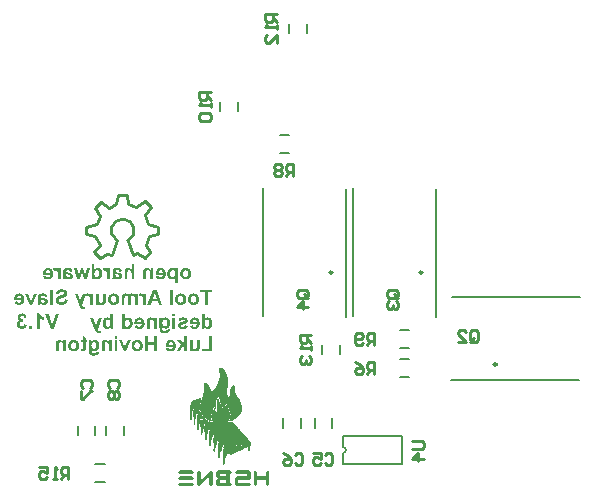
<source format=gbo>
%FSAX44Y44*%
%MOMM*%
G71*
G01*
G75*
G04 Layer_Color=32896*
%ADD10O,1.6500X0.5500*%
%ADD11O,0.5500X1.6500*%
%ADD12R,1.1000X1.7000*%
%ADD13R,1.7000X1.1000*%
%ADD14R,1.4000X1.1000*%
%ADD15R,1.4000X3.0000*%
%ADD16R,6.0000X6.5000*%
%ADD17O,1.9000X0.6000*%
%ADD18C,1.5000*%
%ADD19C,1.4000*%
%ADD20C,0.5080*%
%ADD21C,1.4000*%
%ADD22C,1.5240*%
%ADD23R,2.0000X2.0000*%
%ADD24C,2.0000*%
%ADD25R,2.0000X2.0000*%
%ADD26R,2.0000X2.0000*%
%ADD27C,2.0000*%
%ADD28C,1.5000*%
%ADD29R,1.5000X1.5000*%
%ADD30R,2.0000X2.0000*%
%ADD31R,3.0000X3.0000*%
%ADD32C,3.0000*%
%ADD33C,0.5000*%
%ADD34C,0.8000*%
%ADD35C,3.4500*%
%ADD36R,3.0000X1.4000*%
%ADD37R,6.5000X6.0000*%
%ADD38R,0.5800X1.3000*%
%ADD39O,0.5800X1.3000*%
%ADD40C,1.0000*%
%ADD41R,2.2191X0.9960*%
%ADD42C,0.2500*%
%ADD43C,0.6000*%
%ADD44C,0.2000*%
%ADD45C,0.2540*%
%ADD46R,2.8000X0.8000*%
%ADD47R,0.8000X2.8000*%
%ADD48O,1.8532X0.7532*%
%ADD49O,0.7532X1.8532*%
%ADD50R,1.3032X1.9032*%
%ADD51R,1.9032X1.3032*%
%ADD52R,1.6032X1.3032*%
%ADD53R,1.6032X3.2032*%
%ADD54R,6.2032X6.7032*%
%ADD55O,2.1032X0.8032*%
%ADD56C,1.6032*%
%ADD57C,1.7272*%
%ADD58R,2.2032X2.2032*%
%ADD59C,2.2032*%
%ADD60R,2.2032X2.2032*%
%ADD61R,2.2032X2.2032*%
%ADD62C,2.2032*%
%ADD63C,1.7032*%
%ADD64R,1.7032X1.7032*%
%ADD65R,2.2032X2.2032*%
%ADD66R,3.2032X3.2032*%
%ADD67C,3.2032*%
%ADD68R,3.2032X1.6032*%
%ADD69R,6.7032X6.2032*%
%ADD70R,0.7832X1.5032*%
%ADD71O,0.7832X1.5032*%
%ADD72C,0.0254*%
G36*
X00195480Y00407670D02*
X00193198D01*
Y00409016D01*
X00192983Y00408743D01*
X00192768Y00408509D01*
X00192534Y00408314D01*
X00192320Y00408138D01*
X00192144Y00408021D01*
X00192008Y00407924D01*
X00191910Y00407865D01*
X00191871Y00407846D01*
X00191579Y00407709D01*
X00191306Y00407612D01*
X00191032Y00407533D01*
X00190798Y00407494D01*
X00190603Y00407455D01*
X00190447Y00407436D01*
X00190311D01*
X00190018Y00407455D01*
X00189725Y00407494D01*
X00189452Y00407553D01*
X00189199Y00407631D01*
X00188731Y00407846D01*
X00188321Y00408080D01*
X00188165Y00408197D01*
X00188009Y00408294D01*
X00187872Y00408411D01*
X00187755Y00408509D01*
X00187677Y00408587D01*
X00187619Y00408645D01*
X00187580Y00408684D01*
X00187560Y00408704D01*
X00187365Y00408957D01*
X00187170Y00409231D01*
X00187033Y00409523D01*
X00186897Y00409816D01*
X00186780Y00410128D01*
X00186682Y00410440D01*
X00186546Y00411025D01*
X00186507Y00411298D01*
X00186468Y00411552D01*
X00186448Y00411786D01*
X00186429Y00411981D01*
X00186409Y00412137D01*
Y00412274D01*
Y00412352D01*
Y00412371D01*
X00186429Y00412800D01*
X00186448Y00413190D01*
X00186507Y00413561D01*
X00186585Y00413893D01*
X00186663Y00414205D01*
X00186760Y00414497D01*
X00186858Y00414771D01*
X00186955Y00415005D01*
X00187072Y00415219D01*
X00187170Y00415395D01*
X00187267Y00415551D01*
X00187346Y00415668D01*
X00187424Y00415765D01*
X00187482Y00415844D01*
X00187502Y00415882D01*
X00187521Y00415902D01*
X00187736Y00416117D01*
X00187970Y00416312D01*
X00188184Y00416487D01*
X00188438Y00416624D01*
X00188672Y00416741D01*
X00188906Y00416838D01*
X00189335Y00416994D01*
X00189550Y00417053D01*
X00189725Y00417092D01*
X00189901Y00417112D01*
X00190037Y00417131D01*
X00190174Y00417150D01*
X00190330D01*
X00190623Y00417131D01*
X00190896Y00417092D01*
X00191149Y00417034D01*
X00191403Y00416955D01*
X00191871Y00416741D01*
X00192261Y00416507D01*
X00192437Y00416370D01*
X00192574Y00416253D01*
X00192710Y00416156D01*
X00192827Y00416058D01*
X00192905Y00415961D01*
X00192964Y00415902D01*
X00193003Y00415863D01*
X00193022Y00415844D01*
Y00420486D01*
X00195480D01*
Y00407670D01*
D02*
G37*
G36*
X00240015Y00417131D02*
X00240308Y00417092D01*
X00240581Y00417034D01*
X00240854Y00416955D01*
X00241322Y00416760D01*
X00241537Y00416643D01*
X00241732Y00416526D01*
X00241907Y00416409D01*
X00242044Y00416292D01*
X00242180Y00416195D01*
X00242297Y00416097D01*
X00242375Y00416019D01*
X00242434Y00415961D01*
X00242473Y00415922D01*
X00242492Y00415902D01*
X00242687Y00415668D01*
X00242863Y00415395D01*
X00243000Y00415122D01*
X00243136Y00414829D01*
X00243234Y00414537D01*
X00243331Y00414244D01*
X00243468Y00413659D01*
X00243507Y00413405D01*
X00243546Y00413152D01*
X00243565Y00412937D01*
X00243585Y00412742D01*
X00243604Y00412566D01*
Y00412449D01*
Y00412371D01*
Y00412352D01*
X00243585Y00412020D01*
X00243565Y00411688D01*
X00243468Y00411084D01*
X00243409Y00410811D01*
X00243331Y00410557D01*
X00243253Y00410323D01*
X00243175Y00410108D01*
X00243097Y00409913D01*
X00243039Y00409738D01*
X00242961Y00409601D01*
X00242902Y00409484D01*
X00242843Y00409387D01*
X00242805Y00409309D01*
X00242766Y00409270D01*
Y00409250D01*
X00242551Y00408977D01*
X00242317Y00408723D01*
X00242083Y00408509D01*
X00241849Y00408333D01*
X00241595Y00408177D01*
X00241341Y00408060D01*
X00241107Y00407943D01*
X00240873Y00407865D01*
X00240659Y00407807D01*
X00240444Y00407748D01*
X00240269Y00407729D01*
X00240112Y00407690D01*
X00239976D01*
X00239878Y00407670D01*
X00239800D01*
X00239488Y00407690D01*
X00239196Y00407729D01*
X00238923Y00407807D01*
X00238669Y00407904D01*
X00238201Y00408158D01*
X00237791Y00408431D01*
X00237616Y00408567D01*
X00237460Y00408704D01*
X00237342Y00408840D01*
X00237225Y00408957D01*
X00237147Y00409055D01*
X00237089Y00409133D01*
X00237050Y00409172D01*
X00237030Y00409192D01*
Y00407807D01*
Y00407533D01*
X00237050Y00407299D01*
X00237069Y00407104D01*
X00237089Y00406948D01*
X00237108Y00406831D01*
X00237128Y00406753D01*
X00237147Y00406714D01*
Y00406695D01*
X00237225Y00406539D01*
X00237304Y00406402D01*
X00237381Y00406285D01*
X00237460Y00406207D01*
X00237518Y00406129D01*
X00237577Y00406090D01*
X00237616Y00406070D01*
X00237635Y00406051D01*
X00237830Y00405953D01*
X00238064Y00405875D01*
X00238298Y00405836D01*
X00238532Y00405797D01*
X00238747Y00405778D01*
X00238923Y00405758D01*
X00239079D01*
X00239332Y00405778D01*
X00239566Y00405797D01*
X00239742Y00405836D01*
X00239898Y00405895D01*
X00240015Y00405953D01*
X00240112Y00405992D01*
X00240152Y00406012D01*
X00240171Y00406031D01*
X00240249Y00406109D01*
X00240327Y00406227D01*
X00240425Y00406441D01*
X00240444Y00406558D01*
X00240464Y00406636D01*
X00240483Y00406695D01*
Y00406714D01*
X00243292Y00407046D01*
X00243312Y00406929D01*
Y00406851D01*
Y00406773D01*
Y00406753D01*
X00243292Y00406519D01*
X00243273Y00406305D01*
X00243156Y00405914D01*
X00243000Y00405563D01*
X00242824Y00405271D01*
X00242648Y00405037D01*
X00242492Y00404861D01*
X00242375Y00404744D01*
X00242356Y00404724D01*
X00242336Y00404705D01*
X00242141Y00404568D01*
X00241907Y00404432D01*
X00241654Y00404334D01*
X00241400Y00404237D01*
X00240834Y00404081D01*
X00240288Y00403983D01*
X00240015Y00403964D01*
X00239781Y00403925D01*
X00239566Y00403905D01*
X00239371D01*
X00239196Y00403886D01*
X00238981D01*
X00238532Y00403905D01*
X00238123Y00403925D01*
X00237772Y00403964D01*
X00237479Y00404022D01*
X00237245Y00404081D01*
X00237069Y00404120D01*
X00236952Y00404139D01*
X00236913Y00404159D01*
X00236621Y00404256D01*
X00236367Y00404373D01*
X00236133Y00404490D01*
X00235958Y00404607D01*
X00235801Y00404724D01*
X00235704Y00404802D01*
X00235626Y00404861D01*
X00235606Y00404880D01*
X00235431Y00405075D01*
X00235275Y00405271D01*
X00235158Y00405485D01*
X00235041Y00405700D01*
X00234963Y00405875D01*
X00234904Y00406031D01*
X00234865Y00406129D01*
X00234846Y00406168D01*
X00234806Y00406324D01*
X00234748Y00406500D01*
X00234690Y00406890D01*
X00234631Y00407299D01*
X00234611Y00407690D01*
X00234592Y00408041D01*
X00234573Y00408197D01*
Y00408333D01*
Y00408450D01*
Y00408528D01*
Y00408587D01*
Y00408606D01*
Y00416955D01*
X00236874D01*
Y00415629D01*
X00237089Y00415902D01*
X00237323Y00416136D01*
X00237557Y00416331D01*
X00237791Y00416507D01*
X00238025Y00416663D01*
X00238259Y00416780D01*
X00238493Y00416877D01*
X00238708Y00416955D01*
X00238903Y00417014D01*
X00239098Y00417072D01*
X00239274Y00417112D01*
X00239410Y00417131D01*
X00239527Y00417150D01*
X00239703D01*
X00240015Y00417131D01*
D02*
G37*
G36*
X00245371Y00459041D02*
X00245702Y00458983D01*
X00245995Y00458924D01*
X00246229Y00458846D01*
X00246443Y00458748D01*
X00246600Y00458690D01*
X00246697Y00458631D01*
X00246736Y00458612D01*
X00247009Y00458436D01*
X00247243Y00458261D01*
X00247438Y00458066D01*
X00247614Y00457890D01*
X00247750Y00457734D01*
X00247848Y00457617D01*
X00247906Y00457539D01*
X00247926Y00457500D01*
Y00458865D01*
X00250208D01*
Y00446030D01*
X00247750D01*
Y00450692D01*
X00247497Y00450438D01*
X00247263Y00450224D01*
X00247029Y00450029D01*
X00246833Y00449892D01*
X00246677Y00449775D01*
X00246560Y00449697D01*
X00246463Y00449658D01*
X00246443Y00449638D01*
X00246209Y00449541D01*
X00245956Y00449463D01*
X00245722Y00449424D01*
X00245507Y00449385D01*
X00245331Y00449365D01*
X00245195Y00449346D01*
X00245058D01*
X00244766Y00449365D01*
X00244473Y00449404D01*
X00244200Y00449463D01*
X00243946Y00449541D01*
X00243478Y00449756D01*
X00243069Y00449990D01*
X00242913Y00450107D01*
X00242757Y00450224D01*
X00242620Y00450341D01*
X00242503Y00450438D01*
X00242425Y00450516D01*
X00242366Y00450575D01*
X00242327Y00450614D01*
X00242308Y00450633D01*
X00242113Y00450887D01*
X00241918Y00451160D01*
X00241781Y00451453D01*
X00241645Y00451745D01*
X00241528Y00452038D01*
X00241430Y00452350D01*
X00241294Y00452916D01*
X00241255Y00453189D01*
X00241215Y00453442D01*
X00241196Y00453657D01*
X00241176Y00453852D01*
X00241157Y00454028D01*
Y00454145D01*
Y00454223D01*
Y00454242D01*
X00241176Y00454652D01*
X00241196Y00455042D01*
X00241255Y00455413D01*
X00241332Y00455744D01*
X00241411Y00456056D01*
X00241508Y00456349D01*
X00241625Y00456622D01*
X00241723Y00456856D01*
X00241820Y00457071D01*
X00241937Y00457246D01*
X00242035Y00457402D01*
X00242113Y00457539D01*
X00242191Y00457636D01*
X00242230Y00457715D01*
X00242269Y00457753D01*
X00242288Y00457773D01*
X00242503Y00458007D01*
X00242737Y00458202D01*
X00242971Y00458378D01*
X00243186Y00458514D01*
X00243420Y00458651D01*
X00243654Y00458748D01*
X00244083Y00458904D01*
X00244473Y00459002D01*
X00244629Y00459021D01*
X00244766Y00459041D01*
X00244883Y00459061D01*
X00245039D01*
X00245371Y00459041D01*
D02*
G37*
G36*
X00248032Y00418223D02*
X00245574D01*
Y00420486D01*
X00248032D01*
Y00418223D01*
D02*
G37*
G36*
X00218030Y00417131D02*
X00218362Y00417092D01*
X00218655Y00417034D01*
X00218947Y00416936D01*
X00219220Y00416838D01*
X00219474Y00416741D01*
X00219688Y00416604D01*
X00219903Y00416487D01*
X00220098Y00416370D01*
X00220254Y00416253D01*
X00220410Y00416136D01*
X00220527Y00416039D01*
X00220625Y00415941D01*
X00220683Y00415882D01*
X00220722Y00415844D01*
X00220742Y00415824D01*
X00220956Y00415570D01*
X00221132Y00415297D01*
X00221288Y00415005D01*
X00221425Y00414712D01*
X00221542Y00414400D01*
X00221639Y00414107D01*
X00221776Y00413522D01*
X00221834Y00413269D01*
X00221873Y00413015D01*
X00221893Y00412781D01*
X00221912Y00412605D01*
X00221932Y00412430D01*
Y00412313D01*
Y00412235D01*
Y00412215D01*
X00221912Y00411864D01*
X00221893Y00411532D01*
X00221795Y00410908D01*
X00221717Y00410616D01*
X00221639Y00410362D01*
X00221561Y00410108D01*
X00221483Y00409894D01*
X00221405Y00409699D01*
X00221327Y00409523D01*
X00221249Y00409367D01*
X00221171Y00409250D01*
X00221112Y00409152D01*
X00221073Y00409075D01*
X00221035Y00409035D01*
Y00409016D01*
X00220800Y00408743D01*
X00220547Y00408489D01*
X00220274Y00408275D01*
X00219981Y00408099D01*
X00219688Y00407943D01*
X00219376Y00407826D01*
X00219084Y00407709D01*
X00218791Y00407631D01*
X00218518Y00407573D01*
X00218264Y00407514D01*
X00218050Y00407494D01*
X00217835Y00407455D01*
X00217679D01*
X00217543Y00407436D01*
X00217445D01*
X00216899Y00407475D01*
X00216411Y00407553D01*
X00215982Y00407650D01*
X00215611Y00407787D01*
X00215319Y00407924D01*
X00215182Y00407982D01*
X00215085Y00408021D01*
X00215007Y00408080D01*
X00214948Y00408099D01*
X00214929Y00408138D01*
X00214909D01*
X00214558Y00408431D01*
X00214246Y00408762D01*
X00213992Y00409094D01*
X00213778Y00409426D01*
X00213622Y00409718D01*
X00213544Y00409855D01*
X00213505Y00409972D01*
X00213466Y00410050D01*
X00213427Y00410128D01*
X00213407Y00410167D01*
Y00410186D01*
X00215846Y00410596D01*
X00215924Y00410342D01*
X00216021Y00410147D01*
X00216138Y00409972D01*
X00216236Y00409835D01*
X00216314Y00409718D01*
X00216392Y00409640D01*
X00216431Y00409601D01*
X00216450Y00409582D01*
X00216606Y00409484D01*
X00216762Y00409406D01*
X00216938Y00409348D01*
X00217075Y00409309D01*
X00217211Y00409289D01*
X00217328Y00409270D01*
X00217426D01*
X00217718Y00409289D01*
X00217991Y00409367D01*
X00218245Y00409465D01*
X00218440Y00409582D01*
X00218616Y00409679D01*
X00218733Y00409777D01*
X00218811Y00409855D01*
X00218830Y00409874D01*
X00219025Y00410128D01*
X00219162Y00410401D01*
X00219259Y00410674D01*
X00219337Y00410967D01*
X00219376Y00411201D01*
X00219396Y00411415D01*
X00219415Y00411493D01*
Y00411552D01*
Y00411571D01*
Y00411591D01*
X00213271D01*
Y00412098D01*
X00213310Y00412586D01*
X00213368Y00413015D01*
X00213427Y00413425D01*
X00213524Y00413795D01*
X00213622Y00414146D01*
X00213719Y00414459D01*
X00213836Y00414732D01*
X00213934Y00414985D01*
X00214051Y00415180D01*
X00214148Y00415356D01*
X00214226Y00415512D01*
X00214305Y00415629D01*
X00214363Y00415707D01*
X00214402Y00415746D01*
X00214422Y00415765D01*
X00214656Y00416019D01*
X00214909Y00416214D01*
X00215163Y00416409D01*
X00215436Y00416565D01*
X00215709Y00416702D01*
X00215982Y00416819D01*
X00216255Y00416897D01*
X00216509Y00416975D01*
X00216743Y00417034D01*
X00216977Y00417072D01*
X00217172Y00417112D01*
X00217348Y00417131D01*
X00217504Y00417150D01*
X00217699D01*
X00218030Y00417131D01*
D02*
G37*
G36*
X00248032Y00407670D02*
X00245574D01*
Y00416955D01*
X00248032D01*
Y00407670D01*
D02*
G37*
G36*
X00182118Y00407650D02*
X00182215Y00407377D01*
X00182313Y00407124D01*
X00182410Y00406909D01*
X00182508Y00406714D01*
X00182605Y00406558D01*
X00182683Y00406461D01*
X00182722Y00406382D01*
X00182742Y00406363D01*
X00182917Y00406188D01*
X00183113Y00406051D01*
X00183327Y00405973D01*
X00183522Y00405895D01*
X00183717Y00405856D01*
X00183873Y00405836D01*
X00184010D01*
X00184361Y00405856D01*
X00184536Y00405875D01*
X00184692Y00405895D01*
X00184849Y00405914D01*
X00184946Y00405934D01*
X00185024Y00405953D01*
X00185044D01*
X00184829Y00404042D01*
X00184322Y00403944D01*
X00184088Y00403925D01*
X00183873Y00403905D01*
X00183698Y00403886D01*
X00183190D01*
X00182956Y00403905D01*
X00182742Y00403944D01*
X00182547Y00403964D01*
X00182410Y00404003D01*
X00182293Y00404022D01*
X00182215Y00404042D01*
X00182196D01*
X00182001Y00404100D01*
X00181805Y00404178D01*
X00181649Y00404256D01*
X00181513Y00404315D01*
X00181415Y00404373D01*
X00181318Y00404432D01*
X00181279Y00404451D01*
X00181259Y00404471D01*
X00180986Y00404685D01*
X00180772Y00404900D01*
X00180694Y00404997D01*
X00180635Y00405075D01*
X00180596Y00405134D01*
X00180576Y00405154D01*
X00180459Y00405329D01*
X00180362Y00405524D01*
X00180264Y00405739D01*
X00180167Y00405934D01*
X00180089Y00406129D01*
X00180030Y00406265D01*
X00179991Y00406363D01*
X00179972Y00406402D01*
X00179367Y00408021D01*
X00176090Y00416955D01*
X00178626D01*
X00180811Y00410362D01*
X00183015Y00416955D01*
X00185629D01*
X00182118Y00407650D01*
D02*
G37*
G36*
X00264750Y00417131D02*
X00265082Y00417092D01*
X00265374Y00417034D01*
X00265667Y00416936D01*
X00265940Y00416838D01*
X00266194Y00416741D01*
X00266408Y00416604D01*
X00266623Y00416487D01*
X00266818Y00416370D01*
X00266974Y00416253D01*
X00267130Y00416136D01*
X00267247Y00416039D01*
X00267345Y00415941D01*
X00267403Y00415882D01*
X00267442Y00415844D01*
X00267462Y00415824D01*
X00267676Y00415570D01*
X00267852Y00415297D01*
X00268008Y00415005D01*
X00268144Y00414712D01*
X00268261Y00414400D01*
X00268359Y00414107D01*
X00268496Y00413522D01*
X00268554Y00413269D01*
X00268593Y00413015D01*
X00268612Y00412781D01*
X00268632Y00412605D01*
X00268652Y00412430D01*
Y00412313D01*
Y00412235D01*
Y00412215D01*
X00268632Y00411864D01*
X00268612Y00411532D01*
X00268515Y00410908D01*
X00268437Y00410616D01*
X00268359Y00410362D01*
X00268281Y00410108D01*
X00268203Y00409894D01*
X00268125Y00409699D01*
X00268047Y00409523D01*
X00267969Y00409367D01*
X00267891Y00409250D01*
X00267832Y00409152D01*
X00267793Y00409075D01*
X00267754Y00409035D01*
Y00409016D01*
X00267520Y00408743D01*
X00267267Y00408489D01*
X00266993Y00408275D01*
X00266701Y00408099D01*
X00266408Y00407943D01*
X00266096Y00407826D01*
X00265804Y00407709D01*
X00265511Y00407631D01*
X00265238Y00407573D01*
X00264984Y00407514D01*
X00264770Y00407494D01*
X00264555Y00407455D01*
X00264399D01*
X00264262Y00407436D01*
X00264165D01*
X00263619Y00407475D01*
X00263131Y00407553D01*
X00262702Y00407650D01*
X00262331Y00407787D01*
X00262039Y00407924D01*
X00261902Y00407982D01*
X00261805Y00408021D01*
X00261726Y00408080D01*
X00261668Y00408099D01*
X00261648Y00408138D01*
X00261629D01*
X00261278Y00408431D01*
X00260966Y00408762D01*
X00260712Y00409094D01*
X00260497Y00409426D01*
X00260341Y00409718D01*
X00260263Y00409855D01*
X00260224Y00409972D01*
X00260185Y00410050D01*
X00260146Y00410128D01*
X00260127Y00410167D01*
Y00410186D01*
X00262565Y00410596D01*
X00262643Y00410342D01*
X00262741Y00410147D01*
X00262858Y00409972D01*
X00262955Y00409835D01*
X00263034Y00409718D01*
X00263111Y00409640D01*
X00263151Y00409601D01*
X00263170Y00409582D01*
X00263326Y00409484D01*
X00263482Y00409406D01*
X00263658Y00409348D01*
X00263794Y00409309D01*
X00263931Y00409289D01*
X00264048Y00409270D01*
X00264145D01*
X00264438Y00409289D01*
X00264711Y00409367D01*
X00264965Y00409465D01*
X00265160Y00409582D01*
X00265335Y00409679D01*
X00265452Y00409777D01*
X00265530Y00409855D01*
X00265550Y00409874D01*
X00265745Y00410128D01*
X00265882Y00410401D01*
X00265979Y00410674D01*
X00266057Y00410967D01*
X00266096Y00411201D01*
X00266116Y00411415D01*
X00266135Y00411493D01*
Y00411552D01*
Y00411571D01*
Y00411591D01*
X00259990D01*
Y00412098D01*
X00260029Y00412586D01*
X00260088Y00413015D01*
X00260146Y00413425D01*
X00260244Y00413795D01*
X00260341Y00414146D01*
X00260439Y00414459D01*
X00260556Y00414732D01*
X00260654Y00414985D01*
X00260771Y00415180D01*
X00260868Y00415356D01*
X00260946Y00415512D01*
X00261024Y00415629D01*
X00261083Y00415707D01*
X00261122Y00415746D01*
X00261141Y00415765D01*
X00261375Y00416019D01*
X00261629Y00416214D01*
X00261882Y00416409D01*
X00262156Y00416565D01*
X00262429Y00416702D01*
X00262702Y00416819D01*
X00262975Y00416897D01*
X00263228Y00416975D01*
X00263463Y00417034D01*
X00263697Y00417072D01*
X00263892Y00417112D01*
X00264067Y00417131D01*
X00264223Y00417150D01*
X00264419D01*
X00264750Y00417131D01*
D02*
G37*
G36*
X00179475Y00457753D02*
X00179690Y00457988D01*
X00179924Y00458183D01*
X00180158Y00458358D01*
X00180373Y00458514D01*
X00180607Y00458631D01*
X00180841Y00458748D01*
X00181250Y00458904D01*
X00181621Y00458983D01*
X00181777Y00459021D01*
X00181914Y00459041D01*
X00182011Y00459061D01*
X00182167D01*
X00182479Y00459041D01*
X00182772Y00459002D01*
X00183064Y00458943D01*
X00183318Y00458865D01*
X00183806Y00458670D01*
X00184020Y00458553D01*
X00184215Y00458436D01*
X00184371Y00458319D01*
X00184527Y00458202D01*
X00184664Y00458105D01*
X00184781Y00458007D01*
X00184859Y00457929D01*
X00184918Y00457871D01*
X00184957Y00457831D01*
X00184976Y00457812D01*
X00185171Y00457578D01*
X00185327Y00457305D01*
X00185483Y00457032D01*
X00185600Y00456739D01*
X00185795Y00456134D01*
X00185932Y00455549D01*
X00185971Y00455296D01*
X00186010Y00455042D01*
X00186030Y00454808D01*
X00186049Y00454613D01*
X00186069Y00454457D01*
Y00454320D01*
Y00454242D01*
Y00454223D01*
X00186049Y00453813D01*
X00186010Y00453403D01*
X00185971Y00453033D01*
X00185893Y00452701D01*
X00185815Y00452369D01*
X00185718Y00452077D01*
X00185600Y00451804D01*
X00185503Y00451570D01*
X00185405Y00451355D01*
X00185288Y00451160D01*
X00185191Y00451004D01*
X00185113Y00450868D01*
X00185035Y00450770D01*
X00184976Y00450692D01*
X00184957Y00450653D01*
X00184937Y00450633D01*
X00184723Y00450399D01*
X00184489Y00450204D01*
X00184274Y00450029D01*
X00184040Y00449892D01*
X00183806Y00449756D01*
X00183572Y00449658D01*
X00183143Y00449502D01*
X00182772Y00449424D01*
X00182616Y00449385D01*
X00182479Y00449365D01*
X00182362Y00449346D01*
X00182206D01*
X00181914Y00449365D01*
X00181640Y00449404D01*
X00181367Y00449463D01*
X00181133Y00449541D01*
X00180938Y00449619D01*
X00180802Y00449678D01*
X00180704Y00449717D01*
X00180665Y00449736D01*
X00180373Y00449912D01*
X00180119Y00450087D01*
X00179885Y00450302D01*
X00179690Y00450477D01*
X00179534Y00450653D01*
X00179397Y00450789D01*
X00179319Y00450887D01*
X00179300Y00450926D01*
Y00449580D01*
X00177017D01*
Y00462396D01*
X00179475D01*
Y00457753D01*
D02*
G37*
G36*
X00236027Y00459041D02*
X00236358Y00459002D01*
X00236651Y00458943D01*
X00236943Y00458846D01*
X00237216Y00458748D01*
X00237470Y00458651D01*
X00237685Y00458514D01*
X00237899Y00458397D01*
X00238094Y00458280D01*
X00238250Y00458163D01*
X00238406Y00458046D01*
X00238524Y00457949D01*
X00238621Y00457851D01*
X00238680Y00457793D01*
X00238718Y00457753D01*
X00238738Y00457734D01*
X00238953Y00457480D01*
X00239128Y00457207D01*
X00239284Y00456915D01*
X00239421Y00456622D01*
X00239538Y00456310D01*
X00239635Y00456017D01*
X00239772Y00455432D01*
X00239830Y00455179D01*
X00239869Y00454925D01*
X00239889Y00454691D01*
X00239909Y00454515D01*
X00239928Y00454340D01*
Y00454223D01*
Y00454145D01*
Y00454125D01*
X00239909Y00453774D01*
X00239889Y00453442D01*
X00239791Y00452818D01*
X00239713Y00452526D01*
X00239635Y00452272D01*
X00239557Y00452018D01*
X00239479Y00451804D01*
X00239401Y00451609D01*
X00239323Y00451433D01*
X00239245Y00451277D01*
X00239167Y00451160D01*
X00239109Y00451063D01*
X00239070Y00450984D01*
X00239031Y00450946D01*
Y00450926D01*
X00238797Y00450653D01*
X00238543Y00450399D01*
X00238270Y00450185D01*
X00237977Y00450009D01*
X00237685Y00449853D01*
X00237373Y00449736D01*
X00237080Y00449619D01*
X00236787Y00449541D01*
X00236514Y00449482D01*
X00236261Y00449424D01*
X00236046Y00449404D01*
X00235832Y00449365D01*
X00235675D01*
X00235539Y00449346D01*
X00235441D01*
X00234895Y00449385D01*
X00234408Y00449463D01*
X00233978Y00449561D01*
X00233608Y00449697D01*
X00233315Y00449834D01*
X00233179Y00449892D01*
X00233081Y00449931D01*
X00233003Y00449990D01*
X00232944Y00450009D01*
X00232925Y00450048D01*
X00232905D01*
X00232554Y00450341D01*
X00232242Y00450672D01*
X00231989Y00451004D01*
X00231774Y00451336D01*
X00231618Y00451628D01*
X00231540Y00451765D01*
X00231501Y00451882D01*
X00231462Y00451960D01*
X00231423Y00452038D01*
X00231403Y00452077D01*
Y00452096D01*
X00233842Y00452506D01*
X00233920Y00452253D01*
X00234017Y00452057D01*
X00234134Y00451882D01*
X00234232Y00451745D01*
X00234310Y00451628D01*
X00234388Y00451550D01*
X00234427Y00451511D01*
X00234447Y00451492D01*
X00234603Y00451394D01*
X00234759Y00451316D01*
X00234934Y00451258D01*
X00235071Y00451219D01*
X00235207Y00451199D01*
X00235324Y00451180D01*
X00235422D01*
X00235714Y00451199D01*
X00235987Y00451277D01*
X00236241Y00451375D01*
X00236436Y00451492D01*
X00236612Y00451589D01*
X00236729Y00451687D01*
X00236807Y00451765D01*
X00236826Y00451784D01*
X00237021Y00452038D01*
X00237158Y00452311D01*
X00237255Y00452584D01*
X00237334Y00452877D01*
X00237373Y00453111D01*
X00237392Y00453325D01*
X00237412Y00453403D01*
Y00453462D01*
Y00453481D01*
Y00453501D01*
X00231267D01*
Y00454008D01*
X00231306Y00454496D01*
X00231364Y00454925D01*
X00231423Y00455335D01*
X00231520Y00455705D01*
X00231618Y00456056D01*
X00231716Y00456368D01*
X00231833Y00456642D01*
X00231930Y00456895D01*
X00232047Y00457090D01*
X00232145Y00457266D01*
X00232223Y00457422D01*
X00232301Y00457539D01*
X00232359Y00457617D01*
X00232398Y00457656D01*
X00232418Y00457676D01*
X00232652Y00457929D01*
X00232905Y00458124D01*
X00233159Y00458319D01*
X00233432Y00458475D01*
X00233705Y00458612D01*
X00233978Y00458729D01*
X00234251Y00458807D01*
X00234505Y00458885D01*
X00234739Y00458943D01*
X00234973Y00458983D01*
X00235168Y00459021D01*
X00235344Y00459041D01*
X00235500Y00459061D01*
X00235695D01*
X00236027Y00459041D01*
D02*
G37*
G36*
X00140597D02*
X00140929Y00459002D01*
X00141222Y00458943D01*
X00141514Y00458846D01*
X00141787Y00458748D01*
X00142041Y00458651D01*
X00142255Y00458514D01*
X00142470Y00458397D01*
X00142665Y00458280D01*
X00142821Y00458163D01*
X00142977Y00458046D01*
X00143094Y00457949D01*
X00143192Y00457851D01*
X00143250Y00457793D01*
X00143289Y00457753D01*
X00143309Y00457734D01*
X00143523Y00457480D01*
X00143699Y00457207D01*
X00143855Y00456915D01*
X00143992Y00456622D01*
X00144109Y00456310D01*
X00144206Y00456017D01*
X00144343Y00455432D01*
X00144401Y00455179D01*
X00144440Y00454925D01*
X00144460Y00454691D01*
X00144479Y00454515D01*
X00144499Y00454340D01*
Y00454223D01*
Y00454145D01*
Y00454125D01*
X00144479Y00453774D01*
X00144460Y00453442D01*
X00144362Y00452818D01*
X00144284Y00452526D01*
X00144206Y00452272D01*
X00144128Y00452018D01*
X00144050Y00451804D01*
X00143972Y00451609D01*
X00143894Y00451433D01*
X00143816Y00451277D01*
X00143738Y00451160D01*
X00143680Y00451063D01*
X00143640Y00450984D01*
X00143601Y00450946D01*
Y00450926D01*
X00143367Y00450653D01*
X00143114Y00450399D01*
X00142841Y00450185D01*
X00142548Y00450009D01*
X00142255Y00449853D01*
X00141943Y00449736D01*
X00141651Y00449619D01*
X00141358Y00449541D01*
X00141085Y00449482D01*
X00140831Y00449424D01*
X00140617Y00449404D01*
X00140402Y00449365D01*
X00140246D01*
X00140110Y00449346D01*
X00140012D01*
X00139466Y00449385D01*
X00138978Y00449463D01*
X00138549Y00449561D01*
X00138178Y00449697D01*
X00137886Y00449834D01*
X00137749Y00449892D01*
X00137652Y00449931D01*
X00137574Y00449990D01*
X00137515Y00450009D01*
X00137496Y00450048D01*
X00137476D01*
X00137125Y00450341D01*
X00136813Y00450672D01*
X00136559Y00451004D01*
X00136345Y00451336D01*
X00136189Y00451628D01*
X00136111Y00451765D01*
X00136072Y00451882D01*
X00136033Y00451960D01*
X00135994Y00452038D01*
X00135974Y00452077D01*
Y00452096D01*
X00138413Y00452506D01*
X00138491Y00452253D01*
X00138588Y00452057D01*
X00138705Y00451882D01*
X00138803Y00451745D01*
X00138881Y00451628D01*
X00138959Y00451550D01*
X00138998Y00451511D01*
X00139017Y00451492D01*
X00139173Y00451394D01*
X00139329Y00451316D01*
X00139505Y00451258D01*
X00139642Y00451219D01*
X00139778Y00451199D01*
X00139895Y00451180D01*
X00139993D01*
X00140285Y00451199D01*
X00140558Y00451277D01*
X00140812Y00451375D01*
X00141007Y00451492D01*
X00141182Y00451589D01*
X00141300Y00451687D01*
X00141378Y00451765D01*
X00141397Y00451784D01*
X00141592Y00452038D01*
X00141729Y00452311D01*
X00141826Y00452584D01*
X00141904Y00452877D01*
X00141943Y00453111D01*
X00141963Y00453325D01*
X00141982Y00453403D01*
Y00453462D01*
Y00453481D01*
Y00453501D01*
X00135838D01*
Y00454008D01*
X00135877Y00454496D01*
X00135935Y00454925D01*
X00135994Y00455335D01*
X00136091Y00455705D01*
X00136189Y00456056D01*
X00136286Y00456368D01*
X00136403Y00456642D01*
X00136501Y00456895D01*
X00136618Y00457090D01*
X00136715Y00457266D01*
X00136793Y00457422D01*
X00136872Y00457539D01*
X00136930Y00457617D01*
X00136969Y00457656D01*
X00136988Y00457676D01*
X00137223Y00457929D01*
X00137476Y00458124D01*
X00137730Y00458319D01*
X00138003Y00458475D01*
X00138276Y00458612D01*
X00138549Y00458729D01*
X00138822Y00458807D01*
X00139076Y00458885D01*
X00139310Y00458943D01*
X00139544Y00458983D01*
X00139739Y00459021D01*
X00139915Y00459041D01*
X00140071Y00459061D01*
X00140266D01*
X00140597Y00459041D01*
D02*
G37*
G36*
X00157705D02*
X00157998Y00459002D01*
X00158251Y00458963D01*
X00158505Y00458904D01*
X00158720Y00458846D01*
X00158934Y00458787D01*
X00159110Y00458729D01*
X00159266Y00458670D01*
X00159402Y00458612D01*
X00159519Y00458553D01*
X00159617Y00458495D01*
X00159695Y00458456D01*
X00159753Y00458417D01*
X00159773Y00458397D01*
X00159792D01*
X00160105Y00458124D01*
X00160378Y00457812D01*
X00160612Y00457500D01*
X00160787Y00457168D01*
X00160904Y00456876D01*
X00161002Y00456642D01*
X00161041Y00456564D01*
X00161060Y00456485D01*
X00161080Y00456446D01*
Y00456427D01*
X00158876Y00456017D01*
X00158798Y00456232D01*
X00158700Y00456427D01*
X00158603Y00456583D01*
X00158505Y00456700D01*
X00158427Y00456798D01*
X00158349Y00456856D01*
X00158310Y00456895D01*
X00158290Y00456915D01*
X00158134Y00457012D01*
X00157978Y00457071D01*
X00157627Y00457149D01*
X00157491Y00457168D01*
X00157374Y00457188D01*
X00157256D01*
X00156925Y00457168D01*
X00156632Y00457149D01*
X00156398Y00457090D01*
X00156223Y00457032D01*
X00156086Y00456973D01*
X00156008Y00456934D01*
X00155949Y00456895D01*
X00155930Y00456876D01*
X00155813Y00456739D01*
X00155735Y00456583D01*
X00155657Y00456427D01*
X00155618Y00456251D01*
X00155598Y00456095D01*
X00155579Y00455978D01*
Y00455900D01*
Y00455861D01*
Y00455627D01*
X00155715Y00455569D01*
X00155871Y00455510D01*
X00156242Y00455413D01*
X00156632Y00455315D01*
X00157022Y00455218D01*
X00157393Y00455140D01*
X00157549Y00455101D01*
X00157705Y00455081D01*
X00157822Y00455061D01*
X00157900Y00455042D01*
X00157959Y00455023D01*
X00157978D01*
X00158427Y00454925D01*
X00158817Y00454827D01*
X00159149Y00454730D01*
X00159422Y00454632D01*
X00159636Y00454554D01*
X00159792Y00454496D01*
X00159890Y00454457D01*
X00159929Y00454437D01*
X00160163Y00454301D01*
X00160378Y00454145D01*
X00160553Y00453989D01*
X00160690Y00453833D01*
X00160807Y00453696D01*
X00160885Y00453579D01*
X00160943Y00453501D01*
X00160963Y00453481D01*
X00161080Y00453247D01*
X00161177Y00453013D01*
X00161236Y00452779D01*
X00161294Y00452565D01*
X00161314Y00452369D01*
X00161334Y00452233D01*
Y00452135D01*
Y00452096D01*
X00161294Y00451667D01*
X00161197Y00451277D01*
X00161080Y00450946D01*
X00160924Y00450653D01*
X00160768Y00450419D01*
X00160651Y00450243D01*
X00160553Y00450146D01*
X00160514Y00450107D01*
X00160183Y00449853D01*
X00159812Y00449658D01*
X00159441Y00449541D01*
X00159071Y00449443D01*
X00158758Y00449385D01*
X00158603Y00449365D01*
X00158485D01*
X00158388Y00449346D01*
X00158251D01*
X00157959Y00449365D01*
X00157666Y00449385D01*
X00157413Y00449443D01*
X00157198Y00449502D01*
X00157003Y00449541D01*
X00156847Y00449599D01*
X00156769Y00449619D01*
X00156730Y00449638D01*
X00156457Y00449775D01*
X00156223Y00449912D01*
X00155989Y00450068D01*
X00155793Y00450224D01*
X00155618Y00450360D01*
X00155501Y00450477D01*
X00155403Y00450555D01*
X00155384Y00450575D01*
X00155364Y00450497D01*
X00155345Y00450399D01*
X00155306Y00450321D01*
Y00450302D01*
Y00450282D01*
X00155247Y00450126D01*
X00155208Y00449970D01*
X00155150Y00449853D01*
X00155111Y00449756D01*
X00155091Y00449678D01*
X00155072Y00449619D01*
X00155052Y00449599D01*
Y00449580D01*
X00152633D01*
X00152750Y00449834D01*
X00152848Y00450048D01*
X00152926Y00450263D01*
X00152984Y00450438D01*
X00153023Y00450594D01*
X00153062Y00450711D01*
X00153082Y00450789D01*
Y00450809D01*
X00153121Y00451063D01*
X00153140Y00451336D01*
X00153180Y00451648D01*
Y00451940D01*
X00153199Y00452214D01*
Y00452428D01*
Y00452506D01*
Y00452565D01*
Y00452604D01*
Y00452623D01*
X00153160Y00455471D01*
Y00455764D01*
X00153180Y00456017D01*
X00153199Y00456271D01*
X00153218Y00456485D01*
X00153238Y00456700D01*
X00153258Y00456876D01*
X00153296Y00457032D01*
X00153316Y00457168D01*
X00153394Y00457402D01*
X00153433Y00457558D01*
X00153472Y00457656D01*
X00153492Y00457676D01*
X00153628Y00457890D01*
X00153804Y00458085D01*
X00153999Y00458261D01*
X00154174Y00458397D01*
X00154350Y00458514D01*
X00154487Y00458592D01*
X00154584Y00458651D01*
X00154623Y00458670D01*
X00154779Y00458748D01*
X00154955Y00458807D01*
X00155345Y00458904D01*
X00155754Y00458963D01*
X00156145Y00459021D01*
X00156515Y00459041D01*
X00156671D01*
X00156808Y00459061D01*
X00157413D01*
X00157705Y00459041D01*
D02*
G37*
G36*
X00172882Y00449580D02*
X00170502D01*
X00168922Y00455549D01*
X00167322Y00449580D01*
X00164962D01*
X00161977Y00458865D01*
X00164396D01*
X00166171Y00452779D01*
X00167712Y00458865D01*
X00170092D01*
X00171692Y00452779D01*
X00173428Y00458865D01*
X00175808D01*
X00172882Y00449580D01*
D02*
G37*
G36*
X00146684Y00459041D02*
X00146879Y00459021D01*
X00147054Y00458963D01*
X00147210Y00458924D01*
X00147347Y00458865D01*
X00147444Y00458807D01*
X00147503Y00458787D01*
X00147522Y00458768D01*
X00147698Y00458631D01*
X00147893Y00458456D01*
X00148069Y00458261D01*
X00148225Y00458046D01*
X00148361Y00457851D01*
X00148478Y00457695D01*
X00148556Y00457578D01*
X00148576Y00457558D01*
Y00458865D01*
X00150858D01*
Y00449580D01*
X00148400D01*
Y00452428D01*
Y00452857D01*
Y00453247D01*
X00148381Y00453599D01*
X00148361Y00453911D01*
Y00454203D01*
X00148342Y00454457D01*
X00148322Y00454671D01*
X00148303Y00454866D01*
X00148283Y00455023D01*
X00148264Y00455179D01*
X00148244Y00455296D01*
Y00455374D01*
X00148225Y00455452D01*
X00148205Y00455491D01*
Y00455530D01*
X00148127Y00455783D01*
X00148030Y00455998D01*
X00147932Y00456193D01*
X00147835Y00456329D01*
X00147757Y00456427D01*
X00147698Y00456505D01*
X00147659Y00456544D01*
X00147639Y00456564D01*
X00147503Y00456661D01*
X00147347Y00456739D01*
X00147191Y00456778D01*
X00147054Y00456817D01*
X00146937Y00456837D01*
X00146840Y00456856D01*
X00146762D01*
X00146547Y00456837D01*
X00146352Y00456798D01*
X00146157Y00456720D01*
X00145962Y00456661D01*
X00145825Y00456583D01*
X00145689Y00456505D01*
X00145611Y00456466D01*
X00145591Y00456446D01*
X00144830Y00458592D01*
X00145123Y00458748D01*
X00145416Y00458865D01*
X00145708Y00458943D01*
X00145942Y00459002D01*
X00146157Y00459041D01*
X00146332Y00459061D01*
X00146469D01*
X00146684Y00459041D01*
D02*
G37*
G36*
X00257367D02*
X00257816Y00458963D01*
X00258245Y00458865D01*
X00258616Y00458768D01*
X00258909Y00458651D01*
X00259045Y00458592D01*
X00259143Y00458553D01*
X00259221Y00458514D01*
X00259279Y00458475D01*
X00259318Y00458456D01*
X00259338D01*
X00259728Y00458202D01*
X00260059Y00457929D01*
X00260352Y00457636D01*
X00260586Y00457344D01*
X00260781Y00457090D01*
X00260918Y00456895D01*
X00260976Y00456817D01*
X00261015Y00456759D01*
X00261035Y00456720D01*
Y00456700D01*
X00261230Y00456271D01*
X00261366Y00455842D01*
X00261483Y00455452D01*
X00261542Y00455081D01*
X00261581Y00454769D01*
X00261600Y00454632D01*
Y00454535D01*
X00261620Y00454437D01*
Y00454379D01*
Y00454340D01*
Y00454320D01*
X00261600Y00453755D01*
X00261523Y00453228D01*
X00261425Y00452760D01*
X00261327Y00452369D01*
X00261269Y00452194D01*
X00261210Y00452038D01*
X00261171Y00451921D01*
X00261132Y00451804D01*
X00261093Y00451726D01*
X00261054Y00451667D01*
X00261035Y00451628D01*
Y00451609D01*
X00260781Y00451219D01*
X00260508Y00450868D01*
X00260215Y00450575D01*
X00259923Y00450341D01*
X00259669Y00450165D01*
X00259474Y00450029D01*
X00259396Y00449970D01*
X00259338Y00449931D01*
X00259299Y00449912D01*
X00259279D01*
X00258850Y00449717D01*
X00258421Y00449580D01*
X00258011Y00449482D01*
X00257640Y00449424D01*
X00257328Y00449385D01*
X00257192Y00449365D01*
X00257075Y00449346D01*
X00256860D01*
X00256490Y00449365D01*
X00256119Y00449404D01*
X00255768Y00449482D01*
X00255456Y00449561D01*
X00255144Y00449658D01*
X00254870Y00449775D01*
X00254617Y00449912D01*
X00254383Y00450048D01*
X00254168Y00450165D01*
X00253973Y00450302D01*
X00253817Y00450419D01*
X00253681Y00450516D01*
X00253583Y00450594D01*
X00253505Y00450672D01*
X00253466Y00450711D01*
X00253447Y00450731D01*
X00253212Y00451004D01*
X00252998Y00451277D01*
X00252822Y00451570D01*
X00252647Y00451862D01*
X00252530Y00452155D01*
X00252413Y00452448D01*
X00252315Y00452721D01*
X00252257Y00452994D01*
X00252198Y00453247D01*
X00252159Y00453481D01*
X00252120Y00453696D01*
X00252101Y00453872D01*
X00252081Y00454028D01*
Y00454125D01*
Y00454203D01*
Y00454223D01*
X00252101Y00454613D01*
X00252139Y00454964D01*
X00252198Y00455315D01*
X00252296Y00455647D01*
X00252393Y00455939D01*
X00252510Y00456232D01*
X00252627Y00456485D01*
X00252744Y00456739D01*
X00252881Y00456954D01*
X00252998Y00457129D01*
X00253115Y00457305D01*
X00253212Y00457422D01*
X00253310Y00457539D01*
X00253368Y00457617D01*
X00253407Y00457656D01*
X00253427Y00457676D01*
X00253681Y00457929D01*
X00253954Y00458124D01*
X00254246Y00458319D01*
X00254539Y00458475D01*
X00254812Y00458612D01*
X00255105Y00458729D01*
X00255378Y00458807D01*
X00255651Y00458885D01*
X00255904Y00458943D01*
X00256119Y00458983D01*
X00256334Y00459021D01*
X00256509Y00459041D01*
X00256665Y00459061D01*
X00256860D01*
X00257367Y00459041D01*
D02*
G37*
G36*
X00224303D02*
X00224634Y00459002D01*
X00224927Y00458924D01*
X00225220Y00458826D01*
X00225493Y00458690D01*
X00225746Y00458573D01*
X00225961Y00458417D01*
X00226175Y00458280D01*
X00226371Y00458144D01*
X00226527Y00457988D01*
X00226683Y00457871D01*
X00226800Y00457753D01*
X00226897Y00457636D01*
X00226956Y00457558D01*
X00226995Y00457519D01*
X00227014Y00457500D01*
Y00458865D01*
X00229297D01*
Y00449580D01*
X00226839D01*
Y00453774D01*
Y00454047D01*
Y00454320D01*
X00226819Y00454554D01*
Y00454769D01*
X00226800Y00454964D01*
X00226780Y00455140D01*
X00226761Y00455296D01*
X00226741Y00455432D01*
X00226722Y00455647D01*
X00226683Y00455783D01*
X00226663Y00455881D01*
Y00455900D01*
X00226585Y00456115D01*
X00226468Y00456291D01*
X00226351Y00456446D01*
X00226253Y00456583D01*
X00226136Y00456700D01*
X00226058Y00456778D01*
X00226000Y00456817D01*
X00225980Y00456837D01*
X00225785Y00456954D01*
X00225590Y00457032D01*
X00225395Y00457110D01*
X00225220Y00457149D01*
X00225063Y00457168D01*
X00224946Y00457188D01*
X00224829D01*
X00224654Y00457168D01*
X00224498Y00457149D01*
X00224342Y00457110D01*
X00224225Y00457071D01*
X00224127Y00457012D01*
X00224049Y00456973D01*
X00224010Y00456954D01*
X00223991Y00456934D01*
X00223757Y00456720D01*
X00223601Y00456485D01*
X00223542Y00456388D01*
X00223503Y00456310D01*
X00223483Y00456251D01*
Y00456232D01*
X00223444Y00456134D01*
X00223425Y00456017D01*
X00223386Y00455744D01*
X00223347Y00455432D01*
X00223327Y00455101D01*
X00223308Y00454808D01*
Y00454671D01*
Y00454535D01*
Y00454437D01*
Y00454359D01*
Y00454320D01*
Y00454301D01*
Y00449580D01*
X00220850D01*
Y00455335D01*
Y00455705D01*
X00220870Y00456037D01*
X00220889Y00456329D01*
X00220909Y00456564D01*
X00220947Y00456739D01*
X00220967Y00456876D01*
X00220986Y00456954D01*
Y00456973D01*
X00221045Y00457188D01*
X00221123Y00457383D01*
X00221201Y00457558D01*
X00221279Y00457715D01*
X00221357Y00457831D01*
X00221416Y00457929D01*
X00221455Y00457988D01*
X00221474Y00458007D01*
X00221611Y00458183D01*
X00221786Y00458319D01*
X00221942Y00458456D01*
X00222118Y00458573D01*
X00222255Y00458651D01*
X00222372Y00458709D01*
X00222449Y00458748D01*
X00222489Y00458768D01*
X00222742Y00458865D01*
X00222996Y00458943D01*
X00223249Y00458983D01*
X00223483Y00459021D01*
X00223678Y00459041D01*
X00223835Y00459061D01*
X00223971D01*
X00224303Y00459041D01*
D02*
G37*
G36*
X00188429D02*
X00188624Y00459021D01*
X00188800Y00458963D01*
X00188956Y00458924D01*
X00189092Y00458865D01*
X00189190Y00458807D01*
X00189248Y00458787D01*
X00189268Y00458768D01*
X00189443Y00458631D01*
X00189638Y00458456D01*
X00189814Y00458261D01*
X00189970Y00458046D01*
X00190107Y00457851D01*
X00190224Y00457695D01*
X00190302Y00457578D01*
X00190321Y00457558D01*
Y00458865D01*
X00192603D01*
Y00449580D01*
X00190146D01*
Y00452428D01*
Y00452857D01*
Y00453247D01*
X00190126Y00453599D01*
X00190107Y00453911D01*
Y00454203D01*
X00190087Y00454457D01*
X00190068Y00454671D01*
X00190048Y00454866D01*
X00190029Y00455023D01*
X00190009Y00455179D01*
X00189990Y00455296D01*
Y00455374D01*
X00189970Y00455452D01*
X00189951Y00455491D01*
Y00455530D01*
X00189872Y00455783D01*
X00189775Y00455998D01*
X00189677Y00456193D01*
X00189580Y00456329D01*
X00189502Y00456427D01*
X00189443Y00456505D01*
X00189404Y00456544D01*
X00189385Y00456564D01*
X00189248Y00456661D01*
X00189092Y00456739D01*
X00188936Y00456778D01*
X00188800Y00456817D01*
X00188683Y00456837D01*
X00188585Y00456856D01*
X00188507D01*
X00188292Y00456837D01*
X00188097Y00456798D01*
X00187902Y00456720D01*
X00187707Y00456661D01*
X00187571Y00456583D01*
X00187434Y00456505D01*
X00187356Y00456466D01*
X00187337Y00456446D01*
X00186576Y00458592D01*
X00186868Y00458748D01*
X00187161Y00458865D01*
X00187454Y00458943D01*
X00187688Y00459002D01*
X00187902Y00459041D01*
X00188078Y00459061D01*
X00188214D01*
X00188429Y00459041D01*
D02*
G37*
G36*
X00227179Y00417131D02*
X00227511Y00417092D01*
X00227803Y00417014D01*
X00228096Y00416916D01*
X00228369Y00416780D01*
X00228623Y00416663D01*
X00228837Y00416507D01*
X00229052Y00416370D01*
X00229247Y00416234D01*
X00229403Y00416078D01*
X00229559Y00415961D01*
X00229676Y00415844D01*
X00229774Y00415727D01*
X00229832Y00415648D01*
X00229871Y00415609D01*
X00229891Y00415590D01*
Y00416955D01*
X00232173D01*
Y00407670D01*
X00229715D01*
Y00411864D01*
Y00412137D01*
Y00412410D01*
X00229696Y00412644D01*
Y00412859D01*
X00229676Y00413054D01*
X00229657Y00413230D01*
X00229637Y00413386D01*
X00229618Y00413522D01*
X00229598Y00413737D01*
X00229559Y00413873D01*
X00229540Y00413971D01*
Y00413990D01*
X00229462Y00414205D01*
X00229345Y00414380D01*
X00229228Y00414537D01*
X00229130Y00414673D01*
X00229013Y00414790D01*
X00228935Y00414868D01*
X00228876Y00414907D01*
X00228857Y00414927D01*
X00228662Y00415044D01*
X00228467Y00415122D01*
X00228272Y00415200D01*
X00228096Y00415239D01*
X00227940Y00415258D01*
X00227823Y00415278D01*
X00227706D01*
X00227530Y00415258D01*
X00227374Y00415239D01*
X00227218Y00415200D01*
X00227101Y00415161D01*
X00227004Y00415102D01*
X00226926Y00415063D01*
X00226887Y00415044D01*
X00226867Y00415024D01*
X00226633Y00414810D01*
X00226477Y00414576D01*
X00226418Y00414478D01*
X00226379Y00414400D01*
X00226360Y00414342D01*
Y00414322D01*
X00226321Y00414224D01*
X00226301Y00414107D01*
X00226262Y00413834D01*
X00226223Y00413522D01*
X00226204Y00413190D01*
X00226184Y00412898D01*
Y00412761D01*
Y00412625D01*
Y00412527D01*
Y00412449D01*
Y00412410D01*
Y00412391D01*
Y00407670D01*
X00223727D01*
Y00413425D01*
Y00413795D01*
X00223746Y00414127D01*
X00223766Y00414420D01*
X00223785Y00414654D01*
X00223824Y00414829D01*
X00223843Y00414966D01*
X00223863Y00415044D01*
Y00415063D01*
X00223922Y00415278D01*
X00224000Y00415473D01*
X00224078Y00415648D01*
X00224156Y00415804D01*
X00224234Y00415922D01*
X00224292Y00416019D01*
X00224331Y00416078D01*
X00224351Y00416097D01*
X00224487Y00416273D01*
X00224663Y00416409D01*
X00224819Y00416546D01*
X00224994Y00416663D01*
X00225131Y00416741D01*
X00225248Y00416799D01*
X00225326Y00416838D01*
X00225365Y00416858D01*
X00225619Y00416955D01*
X00225872Y00417034D01*
X00226126Y00417072D01*
X00226360Y00417112D01*
X00226555Y00417131D01*
X00226711Y00417150D01*
X00226848D01*
X00227179Y00417131D01*
D02*
G37*
G36*
X00279400Y00388620D02*
X00270388D01*
Y00390785D01*
X00276805D01*
Y00401319D01*
X00279400D01*
Y00388620D01*
D02*
G37*
G36*
X00198972D02*
X00196514D01*
Y00397905D01*
X00198972D01*
Y00388620D01*
D02*
G37*
G36*
X00268593Y00392014D02*
X00268573Y00391546D01*
X00268535Y00391136D01*
X00268496Y00390785D01*
X00268437Y00390493D01*
X00268378Y00390259D01*
X00268320Y00390083D01*
X00268300Y00389986D01*
X00268281Y00389947D01*
X00268144Y00389693D01*
X00267969Y00389459D01*
X00267793Y00389264D01*
X00267618Y00389088D01*
X00267462Y00388971D01*
X00267325Y00388874D01*
X00267247Y00388815D01*
X00267208Y00388796D01*
X00266915Y00388659D01*
X00266623Y00388562D01*
X00266350Y00388483D01*
X00266096Y00388444D01*
X00265862Y00388405D01*
X00265686Y00388386D01*
X00265530D01*
X00265199Y00388405D01*
X00264867Y00388444D01*
X00264575Y00388522D01*
X00264321Y00388601D01*
X00264106Y00388679D01*
X00263931Y00388757D01*
X00263833Y00388796D01*
X00263794Y00388815D01*
X00263502Y00388991D01*
X00263228Y00389186D01*
X00262994Y00389381D01*
X00262799Y00389576D01*
X00262643Y00389751D01*
X00262546Y00389888D01*
X00262468Y00389966D01*
X00262448Y00390005D01*
Y00388620D01*
X00260166D01*
Y00397905D01*
X00262624D01*
Y00393965D01*
Y00393614D01*
Y00393282D01*
X00262643Y00392990D01*
X00262663Y00392736D01*
Y00392502D01*
X00262682Y00392287D01*
X00262702Y00392112D01*
X00262721Y00391956D01*
X00262741Y00391839D01*
X00262760Y00391722D01*
X00262780Y00391624D01*
Y00391566D01*
X00262819Y00391468D01*
Y00391449D01*
X00262897Y00391273D01*
X00262994Y00391097D01*
X00263111Y00390961D01*
X00263228Y00390824D01*
X00263326Y00390727D01*
X00263424Y00390649D01*
X00263482Y00390610D01*
X00263502Y00390590D01*
X00263697Y00390473D01*
X00263872Y00390395D01*
X00264067Y00390337D01*
X00264243Y00390298D01*
X00264399Y00390278D01*
X00264516Y00390259D01*
X00264613D01*
X00264809Y00390278D01*
X00264984Y00390298D01*
X00265140Y00390337D01*
X00265277Y00390395D01*
X00265374Y00390434D01*
X00265472Y00390473D01*
X00265511Y00390493D01*
X00265530Y00390512D01*
X00265647Y00390610D01*
X00265745Y00390727D01*
X00265901Y00390941D01*
X00265959Y00391039D01*
X00265999Y00391117D01*
X00266018Y00391175D01*
Y00391195D01*
X00266038Y00391292D01*
X00266057Y00391429D01*
X00266077Y00391585D01*
Y00391761D01*
X00266116Y00392151D01*
Y00392580D01*
X00266135Y00392970D01*
Y00393146D01*
Y00393302D01*
Y00393438D01*
Y00393536D01*
Y00393594D01*
Y00393614D01*
Y00397905D01*
X00268593D01*
Y00392014D01*
D02*
G37*
G36*
X00244502Y00398081D02*
X00244833Y00398042D01*
X00245126Y00397984D01*
X00245418Y00397886D01*
X00245692Y00397788D01*
X00245945Y00397691D01*
X00246160Y00397554D01*
X00246374Y00397437D01*
X00246569Y00397320D01*
X00246725Y00397203D01*
X00246882Y00397086D01*
X00246999Y00396989D01*
X00247096Y00396891D01*
X00247155Y00396833D01*
X00247194Y00396794D01*
X00247213Y00396774D01*
X00247428Y00396520D01*
X00247603Y00396247D01*
X00247759Y00395955D01*
X00247896Y00395662D01*
X00248013Y00395350D01*
X00248111Y00395057D01*
X00248247Y00394472D01*
X00248305Y00394219D01*
X00248344Y00393965D01*
X00248364Y00393731D01*
X00248384Y00393555D01*
X00248403Y00393380D01*
Y00393263D01*
Y00393185D01*
Y00393165D01*
X00248384Y00392814D01*
X00248364Y00392482D01*
X00248267Y00391858D01*
X00248188Y00391566D01*
X00248111Y00391312D01*
X00248032Y00391058D01*
X00247954Y00390844D01*
X00247876Y00390649D01*
X00247798Y00390473D01*
X00247720Y00390317D01*
X00247642Y00390200D01*
X00247584Y00390103D01*
X00247545Y00390024D01*
X00247506Y00389986D01*
Y00389966D01*
X00247272Y00389693D01*
X00247018Y00389439D01*
X00246745Y00389225D01*
X00246452Y00389049D01*
X00246160Y00388893D01*
X00245848Y00388776D01*
X00245555Y00388659D01*
X00245262Y00388581D01*
X00244989Y00388522D01*
X00244736Y00388464D01*
X00244521Y00388444D01*
X00244307Y00388405D01*
X00244151D01*
X00244014Y00388386D01*
X00243916D01*
X00243370Y00388425D01*
X00242882Y00388503D01*
X00242453Y00388601D01*
X00242083Y00388737D01*
X00241790Y00388874D01*
X00241654Y00388932D01*
X00241556Y00388971D01*
X00241478Y00389030D01*
X00241420Y00389049D01*
X00241400Y00389088D01*
X00241381D01*
X00241029Y00389381D01*
X00240717Y00389712D01*
X00240464Y00390044D01*
X00240249Y00390376D01*
X00240093Y00390668D01*
X00240015Y00390805D01*
X00239976Y00390922D01*
X00239937Y00391000D01*
X00239898Y00391078D01*
X00239878Y00391117D01*
Y00391136D01*
X00242317Y00391546D01*
X00242395Y00391292D01*
X00242492Y00391097D01*
X00242609Y00390922D01*
X00242707Y00390785D01*
X00242785Y00390668D01*
X00242863Y00390590D01*
X00242902Y00390551D01*
X00242922Y00390532D01*
X00243078Y00390434D01*
X00243234Y00390356D01*
X00243409Y00390298D01*
X00243546Y00390259D01*
X00243682Y00390239D01*
X00243799Y00390220D01*
X00243897D01*
X00244189Y00390239D01*
X00244463Y00390317D01*
X00244716Y00390415D01*
X00244911Y00390532D01*
X00245087Y00390629D01*
X00245204Y00390727D01*
X00245282Y00390805D01*
X00245301Y00390824D01*
X00245497Y00391078D01*
X00245633Y00391351D01*
X00245731Y00391624D01*
X00245809Y00391917D01*
X00245848Y00392151D01*
X00245867Y00392365D01*
X00245887Y00392443D01*
Y00392502D01*
Y00392521D01*
Y00392541D01*
X00239742D01*
Y00393048D01*
X00239781Y00393536D01*
X00239839Y00393965D01*
X00239898Y00394375D01*
X00239995Y00394745D01*
X00240093Y00395096D01*
X00240191Y00395409D01*
X00240308Y00395682D01*
X00240405Y00395935D01*
X00240522Y00396130D01*
X00240620Y00396306D01*
X00240698Y00396462D01*
X00240776Y00396579D01*
X00240834Y00396657D01*
X00240873Y00396696D01*
X00240893Y00396716D01*
X00241127Y00396969D01*
X00241381Y00397164D01*
X00241634Y00397359D01*
X00241907Y00397515D01*
X00242180Y00397652D01*
X00242453Y00397769D01*
X00242726Y00397847D01*
X00242980Y00397925D01*
X00243214Y00397984D01*
X00243448Y00398022D01*
X00243643Y00398061D01*
X00243819Y00398081D01*
X00243975Y00398101D01*
X00244170D01*
X00244502Y00398081D01*
D02*
G37*
G36*
X00216158D02*
X00216606Y00398003D01*
X00217036Y00397905D01*
X00217406Y00397808D01*
X00217699Y00397691D01*
X00217835Y00397632D01*
X00217933Y00397593D01*
X00218011Y00397554D01*
X00218069Y00397515D01*
X00218108Y00397496D01*
X00218128D01*
X00218518Y00397242D01*
X00218850Y00396969D01*
X00219142Y00396676D01*
X00219376Y00396384D01*
X00219571Y00396130D01*
X00219708Y00395935D01*
X00219767Y00395857D01*
X00219806Y00395799D01*
X00219825Y00395760D01*
Y00395740D01*
X00220020Y00395311D01*
X00220157Y00394882D01*
X00220274Y00394492D01*
X00220332Y00394121D01*
X00220371Y00393809D01*
X00220391Y00393672D01*
Y00393575D01*
X00220410Y00393477D01*
Y00393419D01*
Y00393380D01*
Y00393360D01*
X00220391Y00392794D01*
X00220313Y00392268D01*
X00220215Y00391800D01*
X00220118Y00391409D01*
X00220059Y00391234D01*
X00220001Y00391078D01*
X00219962Y00390961D01*
X00219923Y00390844D01*
X00219883Y00390766D01*
X00219844Y00390707D01*
X00219825Y00390668D01*
Y00390649D01*
X00219571Y00390259D01*
X00219298Y00389907D01*
X00219006Y00389615D01*
X00218713Y00389381D01*
X00218459Y00389205D01*
X00218264Y00389069D01*
X00218186Y00389010D01*
X00218128Y00388971D01*
X00218089Y00388952D01*
X00218069D01*
X00217640Y00388757D01*
X00217211Y00388620D01*
X00216801Y00388522D01*
X00216431Y00388464D01*
X00216119Y00388425D01*
X00215982Y00388405D01*
X00215865Y00388386D01*
X00215651D01*
X00215280Y00388405D01*
X00214909Y00388444D01*
X00214558Y00388522D01*
X00214246Y00388601D01*
X00213934Y00388698D01*
X00213661Y00388815D01*
X00213407Y00388952D01*
X00213173Y00389088D01*
X00212959Y00389205D01*
X00212763Y00389342D01*
X00212607Y00389459D01*
X00212471Y00389556D01*
X00212373Y00389634D01*
X00212295Y00389712D01*
X00212256Y00389751D01*
X00212237Y00389771D01*
X00212003Y00390044D01*
X00211788Y00390317D01*
X00211612Y00390610D01*
X00211437Y00390902D01*
X00211320Y00391195D01*
X00211203Y00391488D01*
X00211105Y00391761D01*
X00211047Y00392034D01*
X00210988Y00392287D01*
X00210949Y00392521D01*
X00210910Y00392736D01*
X00210891Y00392912D01*
X00210871Y00393068D01*
Y00393165D01*
Y00393243D01*
Y00393263D01*
X00210891Y00393653D01*
X00210930Y00394004D01*
X00210988Y00394355D01*
X00211086Y00394687D01*
X00211183Y00394979D01*
X00211300Y00395272D01*
X00211417Y00395526D01*
X00211535Y00395779D01*
X00211671Y00395994D01*
X00211788Y00396169D01*
X00211905Y00396345D01*
X00212003Y00396462D01*
X00212100Y00396579D01*
X00212159Y00396657D01*
X00212198Y00396696D01*
X00212217Y00396716D01*
X00212471Y00396969D01*
X00212744Y00397164D01*
X00213036Y00397359D01*
X00213329Y00397515D01*
X00213602Y00397652D01*
X00213895Y00397769D01*
X00214168Y00397847D01*
X00214441Y00397925D01*
X00214695Y00397984D01*
X00214909Y00398022D01*
X00215124Y00398061D01*
X00215299Y00398081D01*
X00215455Y00398101D01*
X00215651D01*
X00216158Y00398081D01*
D02*
G37*
G36*
X00162513D02*
X00162962Y00398003D01*
X00163391Y00397905D01*
X00163761Y00397808D01*
X00164054Y00397691D01*
X00164191Y00397632D01*
X00164288Y00397593D01*
X00164366Y00397554D01*
X00164425Y00397515D01*
X00164464Y00397496D01*
X00164483D01*
X00164873Y00397242D01*
X00165205Y00396969D01*
X00165497Y00396676D01*
X00165732Y00396384D01*
X00165927Y00396130D01*
X00166063Y00395935D01*
X00166122Y00395857D01*
X00166161Y00395799D01*
X00166180Y00395760D01*
Y00395740D01*
X00166375Y00395311D01*
X00166512Y00394882D01*
X00166629Y00394492D01*
X00166687Y00394121D01*
X00166726Y00393809D01*
X00166746Y00393672D01*
Y00393575D01*
X00166765Y00393477D01*
Y00393419D01*
Y00393380D01*
Y00393360D01*
X00166746Y00392794D01*
X00166668Y00392268D01*
X00166570Y00391800D01*
X00166473Y00391409D01*
X00166414Y00391234D01*
X00166356Y00391078D01*
X00166317Y00390961D01*
X00166278Y00390844D01*
X00166239Y00390766D01*
X00166200Y00390707D01*
X00166180Y00390668D01*
Y00390649D01*
X00165927Y00390259D01*
X00165653Y00389907D01*
X00165361Y00389615D01*
X00165068Y00389381D01*
X00164815Y00389205D01*
X00164620Y00389069D01*
X00164542Y00389010D01*
X00164483Y00388971D01*
X00164444Y00388952D01*
X00164425D01*
X00163995Y00388757D01*
X00163566Y00388620D01*
X00163157Y00388522D01*
X00162786Y00388464D01*
X00162474Y00388425D01*
X00162337Y00388405D01*
X00162220Y00388386D01*
X00162006D01*
X00161635Y00388405D01*
X00161264Y00388444D01*
X00160913Y00388522D01*
X00160601Y00388601D01*
X00160289Y00388698D01*
X00160016Y00388815D01*
X00159762Y00388952D01*
X00159528Y00389088D01*
X00159314Y00389205D01*
X00159119Y00389342D01*
X00158962Y00389459D01*
X00158826Y00389556D01*
X00158729Y00389634D01*
X00158650Y00389712D01*
X00158611Y00389751D01*
X00158592Y00389771D01*
X00158358Y00390044D01*
X00158143Y00390317D01*
X00157968Y00390610D01*
X00157792Y00390902D01*
X00157675Y00391195D01*
X00157558Y00391488D01*
X00157460Y00391761D01*
X00157402Y00392034D01*
X00157343Y00392287D01*
X00157304Y00392521D01*
X00157265Y00392736D01*
X00157246Y00392912D01*
X00157226Y00393068D01*
Y00393165D01*
Y00393243D01*
Y00393263D01*
X00157246Y00393653D01*
X00157285Y00394004D01*
X00157343Y00394355D01*
X00157441Y00394687D01*
X00157538Y00394979D01*
X00157656Y00395272D01*
X00157773Y00395526D01*
X00157890Y00395779D01*
X00158026Y00395994D01*
X00158143Y00396169D01*
X00158260Y00396345D01*
X00158358Y00396462D01*
X00158455Y00396579D01*
X00158514Y00396657D01*
X00158553Y00396696D01*
X00158572Y00396716D01*
X00158826Y00396969D01*
X00159099Y00397164D01*
X00159392Y00397359D01*
X00159684Y00397515D01*
X00159957Y00397652D01*
X00160250Y00397769D01*
X00160523Y00397847D01*
X00160796Y00397925D01*
X00161050Y00397984D01*
X00161264Y00398022D01*
X00161479Y00398061D01*
X00161654Y00398081D01*
X00161811Y00398101D01*
X00162006D01*
X00162513Y00398081D01*
D02*
G37*
G36*
X00189043D02*
X00189374Y00398042D01*
X00189667Y00397964D01*
X00189960Y00397866D01*
X00190233Y00397730D01*
X00190486Y00397613D01*
X00190701Y00397457D01*
X00190915Y00397320D01*
X00191110Y00397184D01*
X00191266Y00397028D01*
X00191423Y00396911D01*
X00191540Y00396794D01*
X00191637Y00396676D01*
X00191696Y00396598D01*
X00191735Y00396559D01*
X00191754Y00396540D01*
Y00397905D01*
X00194037D01*
Y00388620D01*
X00191579D01*
Y00392814D01*
Y00393087D01*
Y00393360D01*
X00191559Y00393594D01*
Y00393809D01*
X00191540Y00394004D01*
X00191520Y00394180D01*
X00191501Y00394336D01*
X00191481Y00394472D01*
X00191462Y00394687D01*
X00191423Y00394823D01*
X00191403Y00394921D01*
Y00394940D01*
X00191325Y00395155D01*
X00191208Y00395331D01*
X00191091Y00395486D01*
X00190993Y00395623D01*
X00190876Y00395740D01*
X00190798Y00395818D01*
X00190740Y00395857D01*
X00190720Y00395877D01*
X00190525Y00395994D01*
X00190330Y00396072D01*
X00190135Y00396150D01*
X00189960Y00396189D01*
X00189803Y00396208D01*
X00189686Y00396228D01*
X00189569D01*
X00189394Y00396208D01*
X00189238Y00396189D01*
X00189082Y00396150D01*
X00188965Y00396111D01*
X00188867Y00396052D01*
X00188789Y00396013D01*
X00188750Y00395994D01*
X00188731Y00395974D01*
X00188496Y00395760D01*
X00188340Y00395526D01*
X00188282Y00395428D01*
X00188243Y00395350D01*
X00188223Y00395291D01*
Y00395272D01*
X00188184Y00395174D01*
X00188165Y00395057D01*
X00188126Y00394784D01*
X00188087Y00394472D01*
X00188067Y00394141D01*
X00188048Y00393848D01*
Y00393711D01*
Y00393575D01*
Y00393477D01*
Y00393399D01*
Y00393360D01*
Y00393341D01*
Y00388620D01*
X00185590D01*
Y00394375D01*
Y00394745D01*
X00185609Y00395077D01*
X00185629Y00395369D01*
X00185648Y00395604D01*
X00185687Y00395779D01*
X00185707Y00395916D01*
X00185726Y00395994D01*
Y00396013D01*
X00185785Y00396228D01*
X00185863Y00396423D01*
X00185941Y00396598D01*
X00186019Y00396754D01*
X00186097Y00396871D01*
X00186156Y00396969D01*
X00186195Y00397028D01*
X00186214Y00397047D01*
X00186351Y00397223D01*
X00186526Y00397359D01*
X00186682Y00397496D01*
X00186858Y00397613D01*
X00186994Y00397691D01*
X00187111Y00397749D01*
X00187190Y00397788D01*
X00187229Y00397808D01*
X00187482Y00397905D01*
X00187736Y00397984D01*
X00187989Y00398022D01*
X00188223Y00398061D01*
X00188418Y00398081D01*
X00188575Y00398101D01*
X00188711D01*
X00189043Y00398081D01*
D02*
G37*
G36*
X00150321D02*
X00150653Y00398042D01*
X00150945Y00397964D01*
X00151238Y00397866D01*
X00151511Y00397730D01*
X00151764Y00397613D01*
X00151979Y00397457D01*
X00152193Y00397320D01*
X00152389Y00397184D01*
X00152545Y00397028D01*
X00152701Y00396911D01*
X00152818Y00396794D01*
X00152915Y00396676D01*
X00152974Y00396598D01*
X00153013Y00396559D01*
X00153032Y00396540D01*
Y00397905D01*
X00155315D01*
Y00388620D01*
X00152857D01*
Y00392814D01*
Y00393087D01*
Y00393360D01*
X00152837Y00393594D01*
Y00393809D01*
X00152818Y00394004D01*
X00152798Y00394180D01*
X00152779Y00394336D01*
X00152759Y00394472D01*
X00152740Y00394687D01*
X00152701Y00394823D01*
X00152681Y00394921D01*
Y00394940D01*
X00152603Y00395155D01*
X00152486Y00395331D01*
X00152369Y00395486D01*
X00152272Y00395623D01*
X00152155Y00395740D01*
X00152077Y00395818D01*
X00152018Y00395857D01*
X00151999Y00395877D01*
X00151803Y00395994D01*
X00151608Y00396072D01*
X00151413Y00396150D01*
X00151238Y00396189D01*
X00151082Y00396208D01*
X00150965Y00396228D01*
X00150848D01*
X00150672Y00396208D01*
X00150516Y00396189D01*
X00150360Y00396150D01*
X00150243Y00396111D01*
X00150145Y00396052D01*
X00150067Y00396013D01*
X00150028Y00395994D01*
X00150009Y00395974D01*
X00149775Y00395760D01*
X00149619Y00395526D01*
X00149560Y00395428D01*
X00149521Y00395350D01*
X00149502Y00395291D01*
Y00395272D01*
X00149462Y00395174D01*
X00149443Y00395057D01*
X00149404Y00394784D01*
X00149365Y00394472D01*
X00149346Y00394141D01*
X00149326Y00393848D01*
Y00393711D01*
Y00393575D01*
Y00393477D01*
Y00393399D01*
Y00393360D01*
Y00393341D01*
Y00388620D01*
X00146868D01*
Y00394375D01*
Y00394745D01*
X00146888Y00395077D01*
X00146907Y00395369D01*
X00146927Y00395604D01*
X00146966Y00395779D01*
X00146985Y00395916D01*
X00147005Y00395994D01*
Y00396013D01*
X00147063Y00396228D01*
X00147141Y00396423D01*
X00147219Y00396598D01*
X00147297Y00396754D01*
X00147375Y00396871D01*
X00147434Y00396969D01*
X00147473Y00397028D01*
X00147492Y00397047D01*
X00147629Y00397223D01*
X00147804Y00397359D01*
X00147961Y00397496D01*
X00148136Y00397613D01*
X00148273Y00397691D01*
X00148390Y00397749D01*
X00148468Y00397788D01*
X00148507Y00397808D01*
X00148760Y00397905D01*
X00149014Y00397984D01*
X00149268Y00398022D01*
X00149502Y00398061D01*
X00149697Y00398081D01*
X00149853Y00398101D01*
X00149989D01*
X00150321Y00398081D01*
D02*
G37*
G36*
X00172032Y00399739D02*
Y00397905D01*
X00173164D01*
Y00395955D01*
X00172032D01*
Y00391878D01*
Y00391644D01*
Y00391429D01*
X00172013Y00391058D01*
Y00390746D01*
X00171993Y00390512D01*
X00171974Y00390356D01*
Y00390239D01*
X00171954Y00390161D01*
Y00390142D01*
X00171915Y00389927D01*
X00171876Y00389732D01*
X00171818Y00389576D01*
X00171759Y00389420D01*
X00171701Y00389322D01*
X00171662Y00389225D01*
X00171642Y00389186D01*
X00171623Y00389166D01*
X00171525Y00389049D01*
X00171389Y00388932D01*
X00171135Y00388757D01*
X00171018Y00388679D01*
X00170921Y00388639D01*
X00170862Y00388620D01*
X00170842Y00388601D01*
X00170647Y00388522D01*
X00170433Y00388483D01*
X00170238Y00388444D01*
X00170043Y00388405D01*
X00169887D01*
X00169769Y00388386D01*
X00169653D01*
X00169262Y00388405D01*
X00168892Y00388444D01*
X00168560Y00388503D01*
X00168267Y00388562D01*
X00168033Y00388620D01*
X00167858Y00388679D01*
X00167741Y00388717D01*
X00167702Y00388737D01*
X00167916Y00390649D01*
X00168150Y00390571D01*
X00168346Y00390512D01*
X00168521Y00390473D01*
X00168658Y00390454D01*
X00168775Y00390434D01*
X00168853Y00390415D01*
X00168911D01*
X00169067Y00390434D01*
X00169204Y00390473D01*
X00169282Y00390512D01*
X00169321Y00390532D01*
X00169418Y00390629D01*
X00169496Y00390727D01*
X00169535Y00390805D01*
Y00390844D01*
Y00390883D01*
X00169555Y00390961D01*
Y00391136D01*
Y00391351D01*
X00169575Y00391585D01*
Y00391800D01*
Y00391995D01*
Y00392073D01*
Y00392131D01*
Y00392151D01*
Y00392170D01*
Y00395955D01*
X00167897D01*
Y00397905D01*
X00169575D01*
Y00401183D01*
X00172032Y00399739D01*
D02*
G37*
G36*
X00205214Y00415844D02*
X00205429Y00416078D01*
X00205663Y00416273D01*
X00205897Y00416448D01*
X00206111Y00416604D01*
X00206346Y00416721D01*
X00206580Y00416838D01*
X00206989Y00416994D01*
X00207360Y00417072D01*
X00207516Y00417112D01*
X00207652Y00417131D01*
X00207750Y00417150D01*
X00207906D01*
X00208218Y00417131D01*
X00208511Y00417092D01*
X00208803Y00417034D01*
X00209057Y00416955D01*
X00209545Y00416760D01*
X00209759Y00416643D01*
X00209954Y00416526D01*
X00210110Y00416409D01*
X00210266Y00416292D01*
X00210403Y00416195D01*
X00210520Y00416097D01*
X00210598Y00416019D01*
X00210657Y00415961D01*
X00210696Y00415922D01*
X00210715Y00415902D01*
X00210910Y00415668D01*
X00211066Y00415395D01*
X00211222Y00415122D01*
X00211339Y00414829D01*
X00211535Y00414224D01*
X00211671Y00413639D01*
X00211710Y00413386D01*
X00211749Y00413132D01*
X00211768Y00412898D01*
X00211788Y00412703D01*
X00211808Y00412547D01*
Y00412410D01*
Y00412332D01*
Y00412313D01*
X00211788Y00411903D01*
X00211749Y00411493D01*
X00211710Y00411123D01*
X00211632Y00410791D01*
X00211554Y00410460D01*
X00211456Y00410167D01*
X00211339Y00409894D01*
X00211242Y00409660D01*
X00211144Y00409445D01*
X00211027Y00409250D01*
X00210930Y00409094D01*
X00210852Y00408957D01*
X00210774Y00408860D01*
X00210715Y00408782D01*
X00210696Y00408743D01*
X00210676Y00408723D01*
X00210462Y00408489D01*
X00210228Y00408294D01*
X00210013Y00408119D01*
X00209779Y00407982D01*
X00209545Y00407846D01*
X00209311Y00407748D01*
X00208881Y00407592D01*
X00208511Y00407514D01*
X00208355Y00407475D01*
X00208218Y00407455D01*
X00208101Y00407436D01*
X00207945D01*
X00207652Y00407455D01*
X00207379Y00407494D01*
X00207106Y00407553D01*
X00206872Y00407631D01*
X00206677Y00407709D01*
X00206541Y00407767D01*
X00206443Y00407807D01*
X00206404Y00407826D01*
X00206111Y00408002D01*
X00205858Y00408177D01*
X00205624Y00408392D01*
X00205429Y00408567D01*
X00205273Y00408743D01*
X00205136Y00408879D01*
X00205058Y00408977D01*
X00205039Y00409016D01*
Y00407670D01*
X00202756D01*
Y00420486D01*
X00205214D01*
Y00415844D01*
D02*
G37*
G36*
X00198972Y00399173D02*
X00196514D01*
Y00401436D01*
X00198972D01*
Y00399173D01*
D02*
G37*
G36*
X00272807Y00415844D02*
X00273021Y00416078D01*
X00273255Y00416273D01*
X00273489Y00416448D01*
X00273704Y00416604D01*
X00273938Y00416721D01*
X00274172Y00416838D01*
X00274582Y00416994D01*
X00274952Y00417072D01*
X00275108Y00417112D01*
X00275245Y00417131D01*
X00275343Y00417150D01*
X00275499D01*
X00275811Y00417131D01*
X00276103Y00417092D01*
X00276396Y00417034D01*
X00276649Y00416955D01*
X00277137Y00416760D01*
X00277352Y00416643D01*
X00277547Y00416526D01*
X00277703Y00416409D01*
X00277859Y00416292D01*
X00277995Y00416195D01*
X00278113Y00416097D01*
X00278191Y00416019D01*
X00278249Y00415961D01*
X00278288Y00415922D01*
X00278308Y00415902D01*
X00278503Y00415668D01*
X00278659Y00415395D01*
X00278815Y00415122D01*
X00278932Y00414829D01*
X00279127Y00414224D01*
X00279263Y00413639D01*
X00279303Y00413386D01*
X00279342Y00413132D01*
X00279361Y00412898D01*
X00279380Y00412703D01*
X00279400Y00412547D01*
Y00412410D01*
Y00412332D01*
Y00412313D01*
X00279380Y00411903D01*
X00279342Y00411493D01*
X00279303Y00411123D01*
X00279224Y00410791D01*
X00279146Y00410460D01*
X00279049Y00410167D01*
X00278932Y00409894D01*
X00278834Y00409660D01*
X00278737Y00409445D01*
X00278620Y00409250D01*
X00278522Y00409094D01*
X00278444Y00408957D01*
X00278366Y00408860D01*
X00278308Y00408782D01*
X00278288Y00408743D01*
X00278269Y00408723D01*
X00278054Y00408489D01*
X00277820Y00408294D01*
X00277605Y00408119D01*
X00277371Y00407982D01*
X00277137Y00407846D01*
X00276903Y00407748D01*
X00276474Y00407592D01*
X00276103Y00407514D01*
X00275947Y00407475D01*
X00275811Y00407455D01*
X00275694Y00407436D01*
X00275538D01*
X00275245Y00407455D01*
X00274972Y00407494D01*
X00274699Y00407553D01*
X00274465Y00407631D01*
X00274270Y00407709D01*
X00274133Y00407767D01*
X00274035Y00407807D01*
X00273997Y00407826D01*
X00273704Y00408002D01*
X00273450Y00408177D01*
X00273216Y00408392D01*
X00273021Y00408567D01*
X00272865Y00408743D01*
X00272729Y00408879D01*
X00272651Y00408977D01*
X00272631Y00409016D01*
Y00407670D01*
X00270349D01*
Y00420486D01*
X00272807D01*
Y00415844D01*
D02*
G37*
G36*
X00255328Y00417112D02*
X00255640Y00417072D01*
X00255933Y00417014D01*
X00256206Y00416955D01*
X00256440Y00416877D01*
X00256674Y00416819D01*
X00256869Y00416741D01*
X00257025Y00416663D01*
X00257181Y00416585D01*
X00257298Y00416507D01*
X00257415Y00416448D01*
X00257493Y00416390D01*
X00257552Y00416351D01*
X00257571Y00416331D01*
X00257591Y00416312D01*
X00257747Y00416156D01*
X00257903Y00416000D01*
X00258137Y00415648D01*
X00258293Y00415317D01*
X00258410Y00414985D01*
X00258469Y00414712D01*
X00258508Y00414478D01*
X00258527Y00414400D01*
Y00414342D01*
Y00414302D01*
Y00414283D01*
X00258508Y00414049D01*
X00258488Y00413815D01*
X00258352Y00413405D01*
X00258176Y00413035D01*
X00257981Y00412742D01*
X00257786Y00412508D01*
X00257610Y00412332D01*
X00257474Y00412235D01*
X00257454Y00412196D01*
X00257435D01*
X00257259Y00412098D01*
X00257045Y00411981D01*
X00256791Y00411884D01*
X00256518Y00411786D01*
X00256206Y00411669D01*
X00255894Y00411571D01*
X00255250Y00411396D01*
X00254938Y00411318D01*
X00254645Y00411240D01*
X00254372Y00411181D01*
X00254138Y00411123D01*
X00253943Y00411064D01*
X00253807Y00411045D01*
X00253709Y00411006D01*
X00253670D01*
X00253455Y00410947D01*
X00253260Y00410889D01*
X00253124Y00410830D01*
X00253007Y00410791D01*
X00252929Y00410733D01*
X00252870Y00410713D01*
X00252831Y00410674D01*
X00252734Y00410518D01*
X00252675Y00410382D01*
X00252656Y00410265D01*
Y00410225D01*
Y00410206D01*
X00252675Y00410069D01*
X00252714Y00409933D01*
X00252812Y00409718D01*
X00252890Y00409640D01*
X00252929Y00409582D01*
X00252968Y00409562D01*
X00252987Y00409543D01*
X00253182Y00409426D01*
X00253416Y00409348D01*
X00253650Y00409289D01*
X00253885Y00409250D01*
X00254080Y00409231D01*
X00254255Y00409211D01*
X00254411D01*
X00254723Y00409231D01*
X00254977Y00409270D01*
X00255211Y00409328D01*
X00255406Y00409387D01*
X00255562Y00409445D01*
X00255660Y00409504D01*
X00255738Y00409543D01*
X00255757Y00409562D01*
X00255913Y00409718D01*
X00256050Y00409894D01*
X00256167Y00410069D01*
X00256245Y00410245D01*
X00256304Y00410401D01*
X00256343Y00410538D01*
X00256381Y00410616D01*
Y00410655D01*
X00258839Y00410284D01*
X00258683Y00409816D01*
X00258469Y00409406D01*
X00258235Y00409035D01*
X00258001Y00408743D01*
X00257786Y00408509D01*
X00257591Y00408333D01*
X00257513Y00408275D01*
X00257454Y00408236D01*
X00257435Y00408197D01*
X00257415D01*
X00256967Y00407943D01*
X00256479Y00407748D01*
X00255972Y00407631D01*
X00255504Y00407533D01*
X00255270Y00407494D01*
X00255075Y00407475D01*
X00254879Y00407455D01*
X00254723D01*
X00254587Y00407436D01*
X00254411D01*
X00254041Y00407455D01*
X00253670Y00407475D01*
X00253338Y00407514D01*
X00253046Y00407573D01*
X00252753Y00407650D01*
X00252500Y00407729D01*
X00252265Y00407807D01*
X00252051Y00407904D01*
X00251875Y00407982D01*
X00251719Y00408060D01*
X00251583Y00408138D01*
X00251466Y00408216D01*
X00251388Y00408275D01*
X00251310Y00408314D01*
X00251290Y00408353D01*
X00251271D01*
X00251075Y00408528D01*
X00250919Y00408704D01*
X00250763Y00408899D01*
X00250646Y00409075D01*
X00250451Y00409445D01*
X00250334Y00409796D01*
X00250256Y00410089D01*
X00250237Y00410225D01*
X00250217Y00410323D01*
X00250198Y00410420D01*
Y00410479D01*
Y00410518D01*
Y00410538D01*
X00250237Y00410967D01*
X00250315Y00411318D01*
X00250451Y00411650D01*
X00250588Y00411903D01*
X00250724Y00412098D01*
X00250861Y00412254D01*
X00250939Y00412332D01*
X00250978Y00412371D01*
X00251134Y00412488D01*
X00251329Y00412605D01*
X00251739Y00412820D01*
X00252188Y00413015D01*
X00252636Y00413171D01*
X00253065Y00413288D01*
X00253241Y00413347D01*
X00253416Y00413386D01*
X00253533Y00413425D01*
X00253650Y00413444D01*
X00253709Y00413464D01*
X00253729D01*
X00254080Y00413542D01*
X00254392Y00413620D01*
X00254665Y00413698D01*
X00254899Y00413756D01*
X00255114Y00413834D01*
X00255309Y00413893D01*
X00255465Y00413932D01*
X00255601Y00413990D01*
X00255718Y00414029D01*
X00255796Y00414068D01*
X00255933Y00414127D01*
X00255991Y00414146D01*
X00256011Y00414166D01*
X00256089Y00414244D01*
X00256147Y00414302D01*
X00256206Y00414459D01*
X00256245Y00414576D01*
Y00414595D01*
Y00414615D01*
X00256225Y00414732D01*
X00256206Y00414829D01*
X00256108Y00414985D01*
X00256011Y00415083D01*
X00255991Y00415122D01*
X00255972D01*
X00255796Y00415219D01*
X00255582Y00415278D01*
X00255133Y00415356D01*
X00254918Y00415375D01*
X00254743Y00415395D01*
X00254587D01*
X00254314Y00415375D01*
X00254080Y00415356D01*
X00253885Y00415297D01*
X00253709Y00415258D01*
X00253592Y00415200D01*
X00253494Y00415141D01*
X00253436Y00415122D01*
X00253416Y00415102D01*
X00253260Y00414985D01*
X00253143Y00414849D01*
X00253046Y00414712D01*
X00252968Y00414576D01*
X00252909Y00414459D01*
X00252870Y00414361D01*
X00252831Y00414302D01*
Y00414283D01*
X00250510Y00414712D01*
X00250666Y00415141D01*
X00250861Y00415492D01*
X00251075Y00415804D01*
X00251290Y00416058D01*
X00251485Y00416273D01*
X00251641Y00416409D01*
X00251758Y00416507D01*
X00251778Y00416526D01*
X00251797D01*
X00251973Y00416643D01*
X00252188Y00416741D01*
X00252617Y00416897D01*
X00253104Y00416994D01*
X00253553Y00417072D01*
X00253963Y00417112D01*
X00254158Y00417131D01*
X00254314Y00417150D01*
X00254996D01*
X00255328Y00417112D01*
D02*
G37*
G36*
X00257728Y00388620D02*
X00255270D01*
Y00391585D01*
X00254138Y00392794D01*
X00251797Y00388620D01*
X00249144D01*
X00252558Y00394511D01*
X00249378Y00397905D01*
X00252402D01*
X00255270Y00394628D01*
Y00401436D01*
X00257728D01*
Y00388620D01*
D02*
G37*
G36*
X00206365D02*
X00204161D01*
X00200474Y00397905D01*
X00202990D01*
X00204765Y00393165D01*
X00204863Y00392873D01*
X00204941Y00392619D01*
X00204980Y00392502D01*
X00205000Y00392424D01*
X00205019Y00392385D01*
Y00392365D01*
X00205039Y00392268D01*
X00205078Y00392151D01*
X00205175Y00391897D01*
X00205214Y00391761D01*
X00205234Y00391663D01*
X00205273Y00391585D01*
Y00391566D01*
X00205780Y00393165D01*
X00207535Y00397905D01*
X00210110D01*
X00206365Y00388620D01*
D02*
G37*
G36*
X00180030Y00398081D02*
X00180323Y00398042D01*
X00180596Y00397984D01*
X00180869Y00397905D01*
X00181337Y00397710D01*
X00181552Y00397593D01*
X00181747Y00397476D01*
X00181922Y00397359D01*
X00182059Y00397242D01*
X00182196Y00397145D01*
X00182313Y00397047D01*
X00182391Y00396969D01*
X00182449Y00396911D01*
X00182488Y00396871D01*
X00182508Y00396852D01*
X00182703Y00396618D01*
X00182878Y00396345D01*
X00183015Y00396072D01*
X00183151Y00395779D01*
X00183249Y00395486D01*
X00183347Y00395194D01*
X00183483Y00394609D01*
X00183522Y00394355D01*
X00183561Y00394101D01*
X00183581Y00393887D01*
X00183600Y00393692D01*
X00183620Y00393516D01*
Y00393399D01*
Y00393321D01*
Y00393302D01*
X00183600Y00392970D01*
X00183581Y00392639D01*
X00183483Y00392034D01*
X00183425Y00391761D01*
X00183347Y00391507D01*
X00183269Y00391273D01*
X00183190Y00391058D01*
X00183113Y00390863D01*
X00183054Y00390688D01*
X00182976Y00390551D01*
X00182917Y00390434D01*
X00182859Y00390337D01*
X00182820Y00390259D01*
X00182781Y00390220D01*
Y00390200D01*
X00182566Y00389927D01*
X00182332Y00389673D01*
X00182098Y00389459D01*
X00181864Y00389283D01*
X00181610Y00389127D01*
X00181357Y00389010D01*
X00181123Y00388893D01*
X00180889Y00388815D01*
X00180674Y00388757D01*
X00180459Y00388698D01*
X00180284Y00388679D01*
X00180128Y00388639D01*
X00179991D01*
X00179894Y00388620D01*
X00179816D01*
X00179504Y00388639D01*
X00179211Y00388679D01*
X00178938Y00388757D01*
X00178684Y00388854D01*
X00178216Y00389108D01*
X00177806Y00389381D01*
X00177631Y00389517D01*
X00177475Y00389654D01*
X00177358Y00389790D01*
X00177241Y00389907D01*
X00177163Y00390005D01*
X00177104Y00390083D01*
X00177065Y00390122D01*
X00177046Y00390142D01*
Y00388757D01*
Y00388483D01*
X00177065Y00388249D01*
X00177085Y00388054D01*
X00177104Y00387898D01*
X00177124Y00387781D01*
X00177143Y00387703D01*
X00177163Y00387664D01*
Y00387645D01*
X00177241Y00387489D01*
X00177319Y00387352D01*
X00177397Y00387235D01*
X00177475Y00387157D01*
X00177533Y00387079D01*
X00177592Y00387040D01*
X00177631Y00387020D01*
X00177650Y00387001D01*
X00177845Y00386903D01*
X00178080Y00386825D01*
X00178314Y00386786D01*
X00178548Y00386747D01*
X00178762Y00386728D01*
X00178938Y00386708D01*
X00179094D01*
X00179348Y00386728D01*
X00179582Y00386747D01*
X00179757Y00386786D01*
X00179913Y00386845D01*
X00180030Y00386903D01*
X00180128Y00386942D01*
X00180167Y00386962D01*
X00180186Y00386981D01*
X00180264Y00387059D01*
X00180342Y00387177D01*
X00180440Y00387391D01*
X00180459Y00387508D01*
X00180479Y00387586D01*
X00180499Y00387645D01*
Y00387664D01*
X00183307Y00387996D01*
X00183327Y00387879D01*
Y00387801D01*
Y00387723D01*
Y00387703D01*
X00183307Y00387469D01*
X00183288Y00387254D01*
X00183171Y00386864D01*
X00183015Y00386513D01*
X00182839Y00386221D01*
X00182664Y00385987D01*
X00182508Y00385811D01*
X00182391Y00385694D01*
X00182371Y00385674D01*
X00182352Y00385655D01*
X00182157Y00385518D01*
X00181922Y00385382D01*
X00181669Y00385284D01*
X00181415Y00385187D01*
X00180850Y00385031D01*
X00180303Y00384933D01*
X00180030Y00384914D01*
X00179796Y00384875D01*
X00179582Y00384855D01*
X00179387D01*
X00179211Y00384836D01*
X00178996D01*
X00178548Y00384855D01*
X00178138Y00384875D01*
X00177787Y00384914D01*
X00177494Y00384972D01*
X00177260Y00385031D01*
X00177085Y00385070D01*
X00176968Y00385089D01*
X00176929Y00385109D01*
X00176636Y00385206D01*
X00176383Y00385323D01*
X00176148Y00385440D01*
X00175973Y00385557D01*
X00175817Y00385674D01*
X00175719Y00385752D01*
X00175641Y00385811D01*
X00175622Y00385830D01*
X00175446Y00386026D01*
X00175290Y00386221D01*
X00175173Y00386435D01*
X00175056Y00386650D01*
X00174978Y00386825D01*
X00174919Y00386981D01*
X00174880Y00387079D01*
X00174861Y00387118D01*
X00174822Y00387274D01*
X00174763Y00387450D01*
X00174705Y00387840D01*
X00174646Y00388249D01*
X00174627Y00388639D01*
X00174607Y00388991D01*
X00174588Y00389147D01*
Y00389283D01*
Y00389400D01*
Y00389478D01*
Y00389537D01*
Y00389556D01*
Y00397905D01*
X00176890D01*
Y00396579D01*
X00177104Y00396852D01*
X00177338Y00397086D01*
X00177572Y00397281D01*
X00177806Y00397457D01*
X00178041Y00397613D01*
X00178275Y00397730D01*
X00178509Y00397827D01*
X00178723Y00397905D01*
X00178918Y00397964D01*
X00179114Y00398022D01*
X00179289Y00398061D01*
X00179426Y00398081D01*
X00179543Y00398101D01*
X00179718D01*
X00180030Y00398081D01*
D02*
G37*
G36*
X00232739Y00388620D02*
X00230144D01*
Y00394219D01*
X00225092D01*
Y00388620D01*
X00222498D01*
Y00401436D01*
X00225092D01*
Y00396384D01*
X00230144D01*
Y00401436D01*
X00232739D01*
Y00388620D01*
D02*
G37*
G36*
X00199451Y00459041D02*
X00199743Y00459002D01*
X00199997Y00458963D01*
X00200250Y00458904D01*
X00200465Y00458846D01*
X00200679Y00458787D01*
X00200855Y00458729D01*
X00201011Y00458670D01*
X00201148Y00458612D01*
X00201265Y00458553D01*
X00201362Y00458495D01*
X00201440Y00458456D01*
X00201499Y00458417D01*
X00201518Y00458397D01*
X00201538D01*
X00201850Y00458124D01*
X00202123Y00457812D01*
X00202357Y00457500D01*
X00202533Y00457168D01*
X00202650Y00456876D01*
X00202747Y00456642D01*
X00202786Y00456564D01*
X00202806Y00456485D01*
X00202825Y00456446D01*
Y00456427D01*
X00200621Y00456017D01*
X00200543Y00456232D01*
X00200445Y00456427D01*
X00200348Y00456583D01*
X00200250Y00456700D01*
X00200172Y00456798D01*
X00200094Y00456856D01*
X00200055Y00456895D01*
X00200036Y00456915D01*
X00199880Y00457012D01*
X00199724Y00457071D01*
X00199373Y00457149D01*
X00199236Y00457168D01*
X00199119Y00457188D01*
X00199002D01*
X00198670Y00457168D01*
X00198378Y00457149D01*
X00198144Y00457090D01*
X00197968Y00457032D01*
X00197831Y00456973D01*
X00197753Y00456934D01*
X00197695Y00456895D01*
X00197675Y00456876D01*
X00197558Y00456739D01*
X00197480Y00456583D01*
X00197402Y00456427D01*
X00197363Y00456251D01*
X00197344Y00456095D01*
X00197324Y00455978D01*
Y00455900D01*
Y00455861D01*
Y00455627D01*
X00197461Y00455569D01*
X00197617Y00455510D01*
X00197987Y00455413D01*
X00198378Y00455315D01*
X00198768Y00455218D01*
X00199138Y00455140D01*
X00199294Y00455101D01*
X00199451Y00455081D01*
X00199568Y00455061D01*
X00199646Y00455042D01*
X00199704Y00455023D01*
X00199724D01*
X00200172Y00454925D01*
X00200562Y00454827D01*
X00200894Y00454730D01*
X00201167Y00454632D01*
X00201382Y00454554D01*
X00201538Y00454496D01*
X00201635Y00454457D01*
X00201674Y00454437D01*
X00201908Y00454301D01*
X00202123Y00454145D01*
X00202299Y00453989D01*
X00202435Y00453833D01*
X00202552Y00453696D01*
X00202630Y00453579D01*
X00202689Y00453501D01*
X00202708Y00453481D01*
X00202825Y00453247D01*
X00202923Y00453013D01*
X00202981Y00452779D01*
X00203040Y00452565D01*
X00203059Y00452369D01*
X00203079Y00452233D01*
Y00452135D01*
Y00452096D01*
X00203040Y00451667D01*
X00202942Y00451277D01*
X00202825Y00450946D01*
X00202669Y00450653D01*
X00202513Y00450419D01*
X00202396Y00450243D01*
X00202299Y00450146D01*
X00202260Y00450107D01*
X00201928Y00449853D01*
X00201557Y00449658D01*
X00201187Y00449541D01*
X00200816Y00449443D01*
X00200504Y00449385D01*
X00200348Y00449365D01*
X00200231D01*
X00200133Y00449346D01*
X00199997D01*
X00199704Y00449365D01*
X00199412Y00449385D01*
X00199158Y00449443D01*
X00198943Y00449502D01*
X00198748Y00449541D01*
X00198592Y00449599D01*
X00198514Y00449619D01*
X00198475Y00449638D01*
X00198202Y00449775D01*
X00197968Y00449912D01*
X00197734Y00450068D01*
X00197539Y00450224D01*
X00197363Y00450360D01*
X00197246Y00450477D01*
X00197149Y00450555D01*
X00197129Y00450575D01*
X00197110Y00450497D01*
X00197090Y00450399D01*
X00197051Y00450321D01*
Y00450302D01*
Y00450282D01*
X00196993Y00450126D01*
X00196954Y00449970D01*
X00196895Y00449853D01*
X00196856Y00449756D01*
X00196837Y00449678D01*
X00196817Y00449619D01*
X00196798Y00449599D01*
Y00449580D01*
X00194379D01*
X00194496Y00449834D01*
X00194593Y00450048D01*
X00194671Y00450263D01*
X00194730Y00450438D01*
X00194769Y00450594D01*
X00194808Y00450711D01*
X00194827Y00450789D01*
Y00450809D01*
X00194866Y00451063D01*
X00194886Y00451336D01*
X00194925Y00451648D01*
Y00451940D01*
X00194944Y00452214D01*
Y00452428D01*
Y00452506D01*
Y00452565D01*
Y00452604D01*
Y00452623D01*
X00194905Y00455471D01*
Y00455764D01*
X00194925Y00456017D01*
X00194944Y00456271D01*
X00194964Y00456485D01*
X00194983Y00456700D01*
X00195003Y00456876D01*
X00195042Y00457032D01*
X00195061Y00457168D01*
X00195140Y00457402D01*
X00195179Y00457558D01*
X00195217Y00457656D01*
X00195237Y00457676D01*
X00195373Y00457890D01*
X00195549Y00458085D01*
X00195744Y00458261D01*
X00195920Y00458397D01*
X00196095Y00458514D01*
X00196232Y00458592D01*
X00196329Y00458651D01*
X00196368Y00458670D01*
X00196525Y00458748D01*
X00196700Y00458807D01*
X00197090Y00458904D01*
X00197500Y00458963D01*
X00197890Y00459021D01*
X00198261Y00459041D01*
X00198417D01*
X00198553Y00459061D01*
X00199158D01*
X00199451Y00459041D01*
D02*
G37*
G36*
X00252987Y00437451D02*
X00253436Y00437373D01*
X00253865Y00437275D01*
X00254236Y00437178D01*
X00254528Y00437061D01*
X00254665Y00437002D01*
X00254762Y00436963D01*
X00254840Y00436924D01*
X00254899Y00436885D01*
X00254938Y00436866D01*
X00254958D01*
X00255348Y00436612D01*
X00255679Y00436339D01*
X00255972Y00436046D01*
X00256206Y00435754D01*
X00256401Y00435500D01*
X00256538Y00435305D01*
X00256596Y00435227D01*
X00256635Y00435169D01*
X00256655Y00435130D01*
Y00435110D01*
X00256850Y00434681D01*
X00256986Y00434252D01*
X00257103Y00433862D01*
X00257162Y00433491D01*
X00257201Y00433179D01*
X00257220Y00433042D01*
Y00432945D01*
X00257240Y00432847D01*
Y00432789D01*
Y00432750D01*
Y00432730D01*
X00257220Y00432164D01*
X00257142Y00431638D01*
X00257045Y00431170D01*
X00256947Y00430779D01*
X00256889Y00430604D01*
X00256830Y00430448D01*
X00256791Y00430331D01*
X00256752Y00430214D01*
X00256713Y00430136D01*
X00256674Y00430077D01*
X00256655Y00430038D01*
Y00430019D01*
X00256401Y00429629D01*
X00256128Y00429277D01*
X00255835Y00428985D01*
X00255543Y00428751D01*
X00255289Y00428575D01*
X00255094Y00428439D01*
X00255016Y00428380D01*
X00254958Y00428341D01*
X00254918Y00428322D01*
X00254899D01*
X00254470Y00428127D01*
X00254041Y00427990D01*
X00253631Y00427892D01*
X00253260Y00427834D01*
X00252948Y00427795D01*
X00252812Y00427775D01*
X00252695Y00427756D01*
X00252480D01*
X00252109Y00427775D01*
X00251739Y00427814D01*
X00251388Y00427892D01*
X00251075Y00427971D01*
X00250763Y00428068D01*
X00250490Y00428185D01*
X00250237Y00428322D01*
X00250003Y00428458D01*
X00249788Y00428575D01*
X00249593Y00428712D01*
X00249437Y00428829D01*
X00249300Y00428926D01*
X00249203Y00429004D01*
X00249125Y00429082D01*
X00249086Y00429121D01*
X00249066Y00429141D01*
X00248832Y00429414D01*
X00248618Y00429687D01*
X00248442Y00429980D01*
X00248267Y00430272D01*
X00248150Y00430565D01*
X00248032Y00430858D01*
X00247935Y00431131D01*
X00247876Y00431404D01*
X00247818Y00431657D01*
X00247779Y00431891D01*
X00247740Y00432106D01*
X00247720Y00432282D01*
X00247701Y00432438D01*
Y00432535D01*
Y00432613D01*
Y00432633D01*
X00247720Y00433023D01*
X00247759Y00433374D01*
X00247818Y00433725D01*
X00247915Y00434057D01*
X00248013Y00434349D01*
X00248130Y00434642D01*
X00248247Y00434896D01*
X00248364Y00435149D01*
X00248501Y00435364D01*
X00248618Y00435539D01*
X00248735Y00435715D01*
X00248832Y00435832D01*
X00248930Y00435949D01*
X00248988Y00436027D01*
X00249027Y00436066D01*
X00249047Y00436086D01*
X00249300Y00436339D01*
X00249573Y00436534D01*
X00249866Y00436729D01*
X00250159Y00436885D01*
X00250432Y00437022D01*
X00250724Y00437139D01*
X00250998Y00437217D01*
X00251271Y00437295D01*
X00251524Y00437354D01*
X00251739Y00437393D01*
X00251953Y00437431D01*
X00252129Y00437451D01*
X00252285Y00437471D01*
X00252480D01*
X00252987Y00437451D01*
D02*
G37*
G36*
X00263911D02*
X00264360Y00437373D01*
X00264789Y00437275D01*
X00265160Y00437178D01*
X00265452Y00437061D01*
X00265589Y00437002D01*
X00265686Y00436963D01*
X00265765Y00436924D01*
X00265823Y00436885D01*
X00265862Y00436866D01*
X00265882D01*
X00266272Y00436612D01*
X00266603Y00436339D01*
X00266896Y00436046D01*
X00267130Y00435754D01*
X00267325Y00435500D01*
X00267462Y00435305D01*
X00267520Y00435227D01*
X00267559Y00435169D01*
X00267579Y00435130D01*
Y00435110D01*
X00267774Y00434681D01*
X00267910Y00434252D01*
X00268027Y00433862D01*
X00268086Y00433491D01*
X00268125Y00433179D01*
X00268144Y00433042D01*
Y00432945D01*
X00268164Y00432847D01*
Y00432789D01*
Y00432750D01*
Y00432730D01*
X00268144Y00432164D01*
X00268066Y00431638D01*
X00267969Y00431170D01*
X00267871Y00430779D01*
X00267813Y00430604D01*
X00267754Y00430448D01*
X00267715Y00430331D01*
X00267676Y00430214D01*
X00267637Y00430136D01*
X00267598Y00430077D01*
X00267579Y00430038D01*
Y00430019D01*
X00267325Y00429629D01*
X00267052Y00429277D01*
X00266759Y00428985D01*
X00266467Y00428751D01*
X00266213Y00428575D01*
X00266018Y00428439D01*
X00265940Y00428380D01*
X00265882Y00428341D01*
X00265842Y00428322D01*
X00265823D01*
X00265394Y00428127D01*
X00264965Y00427990D01*
X00264555Y00427892D01*
X00264184Y00427834D01*
X00263872Y00427795D01*
X00263736Y00427775D01*
X00263619Y00427756D01*
X00263404D01*
X00263034Y00427775D01*
X00262663Y00427814D01*
X00262312Y00427892D01*
X00262000Y00427971D01*
X00261688Y00428068D01*
X00261414Y00428185D01*
X00261161Y00428322D01*
X00260927Y00428458D01*
X00260712Y00428575D01*
X00260517Y00428712D01*
X00260361Y00428829D01*
X00260224Y00428926D01*
X00260127Y00429004D01*
X00260049Y00429082D01*
X00260010Y00429121D01*
X00259990Y00429141D01*
X00259756Y00429414D01*
X00259542Y00429687D01*
X00259366Y00429980D01*
X00259191Y00430272D01*
X00259074Y00430565D01*
X00258957Y00430858D01*
X00258859Y00431131D01*
X00258800Y00431404D01*
X00258742Y00431657D01*
X00258703Y00431891D01*
X00258664Y00432106D01*
X00258644Y00432282D01*
X00258625Y00432438D01*
Y00432535D01*
Y00432613D01*
Y00432633D01*
X00258644Y00433023D01*
X00258683Y00433374D01*
X00258742Y00433725D01*
X00258839Y00434057D01*
X00258937Y00434349D01*
X00259054Y00434642D01*
X00259171Y00434896D01*
X00259288Y00435149D01*
X00259425Y00435364D01*
X00259542Y00435539D01*
X00259659Y00435715D01*
X00259756Y00435832D01*
X00259854Y00435949D01*
X00259912Y00436027D01*
X00259951Y00436066D01*
X00259971Y00436086D01*
X00260224Y00436339D01*
X00260497Y00436534D01*
X00260790Y00436729D01*
X00261083Y00436885D01*
X00261356Y00437022D01*
X00261648Y00437139D01*
X00261922Y00437217D01*
X00262195Y00437295D01*
X00262448Y00437354D01*
X00262663Y00437393D01*
X00262877Y00437431D01*
X00263053Y00437451D01*
X00263209Y00437471D01*
X00263404D01*
X00263911Y00437451D01*
D02*
G37*
G36*
X00126873Y00427990D02*
X00124669D01*
X00120982Y00437275D01*
X00123498D01*
X00125274Y00432535D01*
X00125371Y00432243D01*
X00125449Y00431989D01*
X00125488Y00431872D01*
X00125508Y00431794D01*
X00125527Y00431755D01*
Y00431735D01*
X00125547Y00431638D01*
X00125586Y00431521D01*
X00125683Y00431267D01*
X00125722Y00431131D01*
X00125742Y00431033D01*
X00125781Y00430955D01*
Y00430936D01*
X00126288Y00432535D01*
X00128044Y00437275D01*
X00130619D01*
X00126873Y00427990D01*
D02*
G37*
G36*
X00196338Y00437451D02*
X00196787Y00437373D01*
X00197216Y00437275D01*
X00197587Y00437178D01*
X00197879Y00437061D01*
X00198016Y00437002D01*
X00198113Y00436963D01*
X00198192Y00436924D01*
X00198250Y00436885D01*
X00198289Y00436866D01*
X00198309D01*
X00198699Y00436612D01*
X00199030Y00436339D01*
X00199323Y00436046D01*
X00199557Y00435754D01*
X00199752Y00435500D01*
X00199889Y00435305D01*
X00199947Y00435227D01*
X00199986Y00435169D01*
X00200006Y00435130D01*
Y00435110D01*
X00200201Y00434681D01*
X00200337Y00434252D01*
X00200454Y00433862D01*
X00200513Y00433491D01*
X00200552Y00433179D01*
X00200571Y00433042D01*
Y00432945D01*
X00200591Y00432847D01*
Y00432789D01*
Y00432750D01*
Y00432730D01*
X00200571Y00432164D01*
X00200493Y00431638D01*
X00200396Y00431170D01*
X00200298Y00430779D01*
X00200240Y00430604D01*
X00200181Y00430448D01*
X00200142Y00430331D01*
X00200103Y00430214D01*
X00200064Y00430136D01*
X00200025Y00430077D01*
X00200006Y00430038D01*
Y00430019D01*
X00199752Y00429629D01*
X00199479Y00429277D01*
X00199186Y00428985D01*
X00198894Y00428751D01*
X00198640Y00428575D01*
X00198445Y00428439D01*
X00198367Y00428380D01*
X00198309Y00428341D01*
X00198270Y00428322D01*
X00198250D01*
X00197821Y00428127D01*
X00197392Y00427990D01*
X00196982Y00427892D01*
X00196611Y00427834D01*
X00196299Y00427795D01*
X00196163Y00427775D01*
X00196046Y00427756D01*
X00195831D01*
X00195460Y00427775D01*
X00195090Y00427814D01*
X00194739Y00427892D01*
X00194427Y00427971D01*
X00194114Y00428068D01*
X00193841Y00428185D01*
X00193588Y00428322D01*
X00193354Y00428458D01*
X00193139Y00428575D01*
X00192944Y00428712D01*
X00192788Y00428829D01*
X00192652Y00428926D01*
X00192554Y00429004D01*
X00192476Y00429082D01*
X00192437Y00429121D01*
X00192417Y00429141D01*
X00192183Y00429414D01*
X00191969Y00429687D01*
X00191793Y00429980D01*
X00191618Y00430272D01*
X00191501Y00430565D01*
X00191383Y00430858D01*
X00191286Y00431131D01*
X00191227Y00431404D01*
X00191169Y00431657D01*
X00191130Y00431891D01*
X00191091Y00432106D01*
X00191071Y00432282D01*
X00191052Y00432438D01*
Y00432535D01*
Y00432613D01*
Y00432633D01*
X00191071Y00433023D01*
X00191110Y00433374D01*
X00191169Y00433725D01*
X00191266Y00434057D01*
X00191364Y00434349D01*
X00191481Y00434642D01*
X00191598Y00434896D01*
X00191715Y00435149D01*
X00191852Y00435364D01*
X00191969Y00435539D01*
X00192086Y00435715D01*
X00192183Y00435832D01*
X00192281Y00435949D01*
X00192339Y00436027D01*
X00192378Y00436066D01*
X00192398Y00436086D01*
X00192652Y00436339D01*
X00192925Y00436534D01*
X00193217Y00436729D01*
X00193510Y00436885D01*
X00193783Y00437022D01*
X00194076Y00437139D01*
X00194349Y00437217D01*
X00194622Y00437295D01*
X00194875Y00437354D01*
X00195090Y00437393D01*
X00195305Y00437431D01*
X00195480Y00437451D01*
X00195636Y00437471D01*
X00195831D01*
X00196338Y00437451D01*
D02*
G37*
G36*
X00327660Y00286200D02*
Y00275842D01*
X00326138Y00274320D01*
X00324617Y00275842D01*
Y00279509D01*
X00317282D01*
Y00275842D01*
X00315761Y00274320D01*
X00314239Y00275842D01*
Y00286200D01*
X00315761Y00287741D01*
X00317282Y00286200D01*
Y00282552D01*
X00324617D01*
Y00286200D01*
X00326138Y00287741D01*
X00327660Y00286200D01*
D02*
G37*
G36*
X00263988Y00286219D02*
X00262467Y00284698D01*
X00252089D01*
X00250567Y00286219D01*
X00252089Y00287741D01*
X00262467D01*
X00263988Y00286219D01*
D02*
G37*
G36*
X00152350Y00441001D02*
X00152837Y00440943D01*
X00153266Y00440884D01*
X00153637Y00440806D01*
X00153930Y00440709D01*
X00154047Y00440670D01*
X00154144Y00440650D01*
X00154222Y00440611D01*
X00154300Y00440592D01*
X00154320Y00440572D01*
X00154339D01*
X00154710Y00440397D01*
X00155022Y00440182D01*
X00155295Y00439967D01*
X00155510Y00439753D01*
X00155685Y00439558D01*
X00155822Y00439402D01*
X00155900Y00439304D01*
X00155919Y00439285D01*
Y00439265D01*
X00156095Y00438933D01*
X00156231Y00438621D01*
X00156329Y00438309D01*
X00156388Y00438036D01*
X00156427Y00437783D01*
X00156466Y00437607D01*
Y00437529D01*
Y00437471D01*
Y00437451D01*
Y00437431D01*
X00156446Y00437158D01*
X00156407Y00436885D01*
X00156349Y00436632D01*
X00156290Y00436398D01*
X00156095Y00435949D01*
X00155880Y00435578D01*
X00155763Y00435422D01*
X00155666Y00435266D01*
X00155568Y00435149D01*
X00155471Y00435052D01*
X00155412Y00434974D01*
X00155354Y00434915D01*
X00155315Y00434876D01*
X00155295Y00434856D01*
X00155120Y00434720D01*
X00154925Y00434583D01*
X00154495Y00434330D01*
X00154008Y00434115D01*
X00153520Y00433940D01*
X00153091Y00433784D01*
X00152896Y00433725D01*
X00152720Y00433686D01*
X00152584Y00433647D01*
X00152486Y00433608D01*
X00152408Y00433589D01*
X00152389D01*
X00152096Y00433511D01*
X00151842Y00433452D01*
X00151608Y00433394D01*
X00151394Y00433335D01*
X00151199Y00433276D01*
X00151043Y00433237D01*
X00150887Y00433198D01*
X00150770Y00433159D01*
X00150575Y00433101D01*
X00150438Y00433062D01*
X00150360Y00433023D01*
X00150340D01*
X00150106Y00432925D01*
X00149911Y00432828D01*
X00149755Y00432750D01*
X00149619Y00432652D01*
X00149521Y00432574D01*
X00149462Y00432516D01*
X00149424Y00432477D01*
X00149404Y00432457D01*
X00149306Y00432340D01*
X00149248Y00432204D01*
X00149170Y00431969D01*
X00149150Y00431852D01*
X00149131Y00431774D01*
Y00431716D01*
Y00431696D01*
X00149150Y00431443D01*
X00149228Y00431209D01*
X00149326Y00430994D01*
X00149443Y00430818D01*
X00149580Y00430662D01*
X00149677Y00430565D01*
X00149755Y00430487D01*
X00149775Y00430467D01*
X00150028Y00430292D01*
X00150321Y00430155D01*
X00150633Y00430077D01*
X00150945Y00429999D01*
X00151218Y00429960D01*
X00151433Y00429941D01*
X00151647D01*
X00152077Y00429960D01*
X00152447Y00430038D01*
X00152759Y00430136D01*
X00153032Y00430233D01*
X00153247Y00430350D01*
X00153403Y00430428D01*
X00153500Y00430506D01*
X00153539Y00430526D01*
X00153774Y00430779D01*
X00153969Y00431072D01*
X00154125Y00431384D01*
X00154242Y00431677D01*
X00154339Y00431969D01*
X00154398Y00432184D01*
X00154417Y00432282D01*
Y00432340D01*
X00154437Y00432379D01*
Y00432399D01*
X00156953Y00432145D01*
X00156895Y00431755D01*
X00156817Y00431384D01*
X00156719Y00431033D01*
X00156622Y00430721D01*
X00156485Y00430428D01*
X00156368Y00430155D01*
X00156231Y00429921D01*
X00156095Y00429687D01*
X00155958Y00429512D01*
X00155841Y00429336D01*
X00155724Y00429199D01*
X00155627Y00429082D01*
X00155529Y00428985D01*
X00155471Y00428926D01*
X00155432Y00428887D01*
X00155412Y00428868D01*
X00155159Y00428673D01*
X00154866Y00428497D01*
X00154573Y00428361D01*
X00154281Y00428224D01*
X00153969Y00428127D01*
X00153657Y00428029D01*
X00153052Y00427892D01*
X00152759Y00427853D01*
X00152506Y00427814D01*
X00152272Y00427795D01*
X00152077Y00427775D01*
X00151901Y00427756D01*
X00151667D01*
X00151062Y00427775D01*
X00150535Y00427834D01*
X00150067Y00427892D01*
X00149658Y00427990D01*
X00149482Y00428029D01*
X00149326Y00428068D01*
X00149209Y00428107D01*
X00149092Y00428127D01*
X00149014Y00428166D01*
X00148955Y00428185D01*
X00148916Y00428205D01*
X00148897D01*
X00148487Y00428400D01*
X00148156Y00428634D01*
X00147843Y00428868D01*
X00147609Y00429102D01*
X00147414Y00429297D01*
X00147278Y00429473D01*
X00147180Y00429590D01*
X00147161Y00429609D01*
Y00429629D01*
X00146946Y00429999D01*
X00146790Y00430370D01*
X00146692Y00430721D01*
X00146615Y00431033D01*
X00146575Y00431306D01*
X00146537Y00431521D01*
Y00431599D01*
Y00431657D01*
Y00431696D01*
Y00431716D01*
X00146556Y00432145D01*
X00146615Y00432535D01*
X00146712Y00432886D01*
X00146790Y00433179D01*
X00146888Y00433413D01*
X00146985Y00433608D01*
X00147044Y00433706D01*
X00147063Y00433745D01*
X00147278Y00434037D01*
X00147492Y00434310D01*
X00147726Y00434525D01*
X00147961Y00434720D01*
X00148156Y00434856D01*
X00148312Y00434974D01*
X00148429Y00435032D01*
X00148448Y00435052D01*
X00148468D01*
X00148643Y00435149D01*
X00148838Y00435227D01*
X00149287Y00435403D01*
X00149736Y00435539D01*
X00150204Y00435695D01*
X00150613Y00435793D01*
X00150789Y00435851D01*
X00150945Y00435890D01*
X00151082Y00435929D01*
X00151179Y00435949D01*
X00151238Y00435968D01*
X00151257D01*
X00151589Y00436046D01*
X00151901Y00436144D01*
X00152174Y00436222D01*
X00152408Y00436300D01*
X00152642Y00436359D01*
X00152818Y00436437D01*
X00152993Y00436495D01*
X00153130Y00436573D01*
X00153266Y00436632D01*
X00153364Y00436671D01*
X00153520Y00436749D01*
X00153598Y00436807D01*
X00153618Y00436827D01*
X00153735Y00436963D01*
X00153832Y00437080D01*
X00153891Y00437217D01*
X00153949Y00437334D01*
X00153969Y00437451D01*
X00153988Y00437529D01*
Y00437588D01*
Y00437607D01*
X00153969Y00437783D01*
X00153930Y00437939D01*
X00153871Y00438075D01*
X00153793Y00438192D01*
X00153715Y00438290D01*
X00153657Y00438348D01*
X00153618Y00438387D01*
X00153598Y00438407D01*
X00153344Y00438563D01*
X00153052Y00438680D01*
X00152759Y00438758D01*
X00152486Y00438816D01*
X00152233Y00438856D01*
X00152018Y00438875D01*
X00151842D01*
X00151452Y00438856D01*
X00151121Y00438797D01*
X00150848Y00438739D01*
X00150613Y00438660D01*
X00150438Y00438563D01*
X00150321Y00438504D01*
X00150243Y00438446D01*
X00150223Y00438426D01*
X00150028Y00438251D01*
X00149872Y00438036D01*
X00149755Y00437802D01*
X00149658Y00437568D01*
X00149580Y00437354D01*
X00149541Y00437178D01*
X00149502Y00437061D01*
Y00437041D01*
Y00437022D01*
X00146907Y00437119D01*
X00146927Y00437431D01*
X00146985Y00437744D01*
X00147063Y00438036D01*
X00147141Y00438309D01*
X00147356Y00438778D01*
X00147453Y00438992D01*
X00147570Y00439187D01*
X00147687Y00439363D01*
X00147804Y00439519D01*
X00147902Y00439655D01*
X00147999Y00439753D01*
X00148077Y00439831D01*
X00148136Y00439889D01*
X00148175Y00439928D01*
X00148195Y00439948D01*
X00148429Y00440143D01*
X00148702Y00440299D01*
X00148975Y00440455D01*
X00149268Y00440572D01*
X00149872Y00440767D01*
X00150457Y00440884D01*
X00150730Y00440923D01*
X00150984Y00440962D01*
X00151218Y00440982D01*
X00151433Y00441001D01*
X00151589Y00441021D01*
X00151823D01*
X00152350Y00441001D01*
D02*
G37*
G36*
X00279400Y00438641D02*
X00275635D01*
Y00427990D01*
X00273041D01*
Y00438641D01*
X00269276D01*
Y00440806D01*
X00279400D01*
Y00438641D01*
D02*
G37*
G36*
X00116300Y00437451D02*
X00116632Y00437412D01*
X00116924Y00437354D01*
X00117217Y00437256D01*
X00117490Y00437158D01*
X00117744Y00437061D01*
X00117958Y00436924D01*
X00118173Y00436807D01*
X00118368Y00436690D01*
X00118524Y00436573D01*
X00118680Y00436456D01*
X00118797Y00436359D01*
X00118895Y00436261D01*
X00118953Y00436203D01*
X00118992Y00436163D01*
X00119012Y00436144D01*
X00119226Y00435890D01*
X00119402Y00435617D01*
X00119558Y00435325D01*
X00119695Y00435032D01*
X00119812Y00434720D01*
X00119909Y00434427D01*
X00120046Y00433842D01*
X00120104Y00433589D01*
X00120143Y00433335D01*
X00120163Y00433101D01*
X00120182Y00432925D01*
X00120202Y00432750D01*
Y00432633D01*
Y00432555D01*
Y00432535D01*
X00120182Y00432184D01*
X00120163Y00431852D01*
X00120065Y00431228D01*
X00119987Y00430936D01*
X00119909Y00430682D01*
X00119831Y00430428D01*
X00119753Y00430214D01*
X00119675Y00430019D01*
X00119597Y00429843D01*
X00119519Y00429687D01*
X00119441Y00429570D01*
X00119382Y00429473D01*
X00119343Y00429394D01*
X00119304Y00429356D01*
Y00429336D01*
X00119070Y00429063D01*
X00118817Y00428809D01*
X00118544Y00428595D01*
X00118251Y00428419D01*
X00117958Y00428263D01*
X00117646Y00428146D01*
X00117354Y00428029D01*
X00117061Y00427951D01*
X00116788Y00427892D01*
X00116534Y00427834D01*
X00116320Y00427814D01*
X00116105Y00427775D01*
X00115949D01*
X00115813Y00427756D01*
X00115715D01*
X00115169Y00427795D01*
X00114681Y00427873D01*
X00114252Y00427971D01*
X00113881Y00428107D01*
X00113589Y00428244D01*
X00113452Y00428302D01*
X00113355Y00428341D01*
X00113277Y00428400D01*
X00113218Y00428419D01*
X00113199Y00428458D01*
X00113179D01*
X00112828Y00428751D01*
X00112516Y00429082D01*
X00112262Y00429414D01*
X00112048Y00429746D01*
X00111892Y00430038D01*
X00111814Y00430175D01*
X00111775Y00430292D01*
X00111736Y00430370D01*
X00111697Y00430448D01*
X00111677Y00430487D01*
Y00430506D01*
X00114115Y00430916D01*
X00114193Y00430662D01*
X00114291Y00430467D01*
X00114408Y00430292D01*
X00114506Y00430155D01*
X00114584Y00430038D01*
X00114662Y00429960D01*
X00114701Y00429921D01*
X00114720Y00429902D01*
X00114876Y00429804D01*
X00115032Y00429726D01*
X00115208Y00429668D01*
X00115344Y00429629D01*
X00115481Y00429609D01*
X00115598Y00429590D01*
X00115696D01*
X00115988Y00429609D01*
X00116261Y00429687D01*
X00116515Y00429785D01*
X00116710Y00429902D01*
X00116885Y00429999D01*
X00117003Y00430097D01*
X00117081Y00430175D01*
X00117100Y00430194D01*
X00117295Y00430448D01*
X00117432Y00430721D01*
X00117529Y00430994D01*
X00117607Y00431287D01*
X00117646Y00431521D01*
X00117666Y00431735D01*
X00117685Y00431813D01*
Y00431872D01*
Y00431891D01*
Y00431911D01*
X00111540D01*
Y00432418D01*
X00111580Y00432906D01*
X00111638Y00433335D01*
X00111697Y00433745D01*
X00111794Y00434115D01*
X00111892Y00434466D01*
X00111989Y00434779D01*
X00112106Y00435052D01*
X00112204Y00435305D01*
X00112321Y00435500D01*
X00112418Y00435676D01*
X00112496Y00435832D01*
X00112574Y00435949D01*
X00112633Y00436027D01*
X00112672Y00436066D01*
X00112691Y00436086D01*
X00112926Y00436339D01*
X00113179Y00436534D01*
X00113433Y00436729D01*
X00113706Y00436885D01*
X00113979Y00437022D01*
X00114252Y00437139D01*
X00114525Y00437217D01*
X00114779Y00437295D01*
X00115013Y00437354D01*
X00115247Y00437393D01*
X00115442Y00437431D01*
X00115618Y00437451D01*
X00115774Y00437471D01*
X00115969D01*
X00116300Y00437451D01*
D02*
G37*
G36*
X00189140Y00431384D02*
X00189121Y00430916D01*
X00189082Y00430506D01*
X00189043Y00430155D01*
X00188984Y00429863D01*
X00188926Y00429629D01*
X00188867Y00429453D01*
X00188848Y00429356D01*
X00188828Y00429316D01*
X00188692Y00429063D01*
X00188516Y00428829D01*
X00188340Y00428634D01*
X00188165Y00428458D01*
X00188009Y00428341D01*
X00187872Y00428244D01*
X00187794Y00428185D01*
X00187755Y00428166D01*
X00187463Y00428029D01*
X00187170Y00427932D01*
X00186897Y00427853D01*
X00186643Y00427814D01*
X00186409Y00427775D01*
X00186234Y00427756D01*
X00186078D01*
X00185746Y00427775D01*
X00185414Y00427814D01*
X00185122Y00427892D01*
X00184868Y00427971D01*
X00184653Y00428049D01*
X00184478Y00428127D01*
X00184380Y00428166D01*
X00184341Y00428185D01*
X00184049Y00428361D01*
X00183776Y00428556D01*
X00183542Y00428751D01*
X00183347Y00428946D01*
X00183190Y00429121D01*
X00183093Y00429258D01*
X00183015Y00429336D01*
X00182995Y00429375D01*
Y00427990D01*
X00180713D01*
Y00437275D01*
X00183171D01*
Y00433335D01*
Y00432984D01*
Y00432652D01*
X00183190Y00432360D01*
X00183210Y00432106D01*
Y00431872D01*
X00183230Y00431657D01*
X00183249Y00431482D01*
X00183269Y00431326D01*
X00183288Y00431209D01*
X00183307Y00431092D01*
X00183327Y00430994D01*
Y00430936D01*
X00183366Y00430838D01*
Y00430818D01*
X00183444Y00430643D01*
X00183542Y00430467D01*
X00183659Y00430331D01*
X00183776Y00430194D01*
X00183873Y00430097D01*
X00183971Y00430019D01*
X00184029Y00429980D01*
X00184049Y00429960D01*
X00184244Y00429843D01*
X00184419Y00429765D01*
X00184615Y00429707D01*
X00184790Y00429668D01*
X00184946Y00429648D01*
X00185063Y00429629D01*
X00185161D01*
X00185356Y00429648D01*
X00185531Y00429668D01*
X00185687Y00429707D01*
X00185824Y00429765D01*
X00185921Y00429804D01*
X00186019Y00429843D01*
X00186058Y00429863D01*
X00186078Y00429882D01*
X00186195Y00429980D01*
X00186292Y00430097D01*
X00186448Y00430311D01*
X00186507Y00430409D01*
X00186546Y00430487D01*
X00186565Y00430545D01*
Y00430565D01*
X00186585Y00430662D01*
X00186604Y00430799D01*
X00186624Y00430955D01*
Y00431131D01*
X00186663Y00431521D01*
Y00431950D01*
X00186682Y00432340D01*
Y00432516D01*
Y00432672D01*
Y00432808D01*
Y00432906D01*
Y00432964D01*
Y00432984D01*
Y00437275D01*
X00189140D01*
Y00431384D01*
D02*
G37*
G36*
X00245750Y00427990D02*
X00243292D01*
Y00440806D01*
X00245750D01*
Y00427990D01*
D02*
G37*
G36*
X00144352D02*
X00141894D01*
Y00440806D01*
X00144352D01*
Y00427990D01*
D02*
G37*
G36*
X00218830Y00437451D02*
X00219025Y00437431D01*
X00219201Y00437373D01*
X00219357Y00437334D01*
X00219493Y00437275D01*
X00219591Y00437217D01*
X00219649Y00437197D01*
X00219669Y00437178D01*
X00219844Y00437041D01*
X00220040Y00436866D01*
X00220215Y00436671D01*
X00220371Y00436456D01*
X00220508Y00436261D01*
X00220625Y00436105D01*
X00220703Y00435988D01*
X00220722Y00435968D01*
Y00437275D01*
X00223005D01*
Y00427990D01*
X00220547D01*
Y00430838D01*
Y00431267D01*
Y00431657D01*
X00220527Y00432009D01*
X00220508Y00432321D01*
Y00432613D01*
X00220488Y00432867D01*
X00220469Y00433081D01*
X00220449Y00433276D01*
X00220430Y00433433D01*
X00220410Y00433589D01*
X00220391Y00433706D01*
Y00433784D01*
X00220371Y00433862D01*
X00220352Y00433901D01*
Y00433940D01*
X00220274Y00434193D01*
X00220176Y00434408D01*
X00220079Y00434603D01*
X00219981Y00434739D01*
X00219903Y00434837D01*
X00219844Y00434915D01*
X00219806Y00434954D01*
X00219786Y00434974D01*
X00219649Y00435071D01*
X00219493Y00435149D01*
X00219337Y00435188D01*
X00219201Y00435227D01*
X00219084Y00435247D01*
X00218986Y00435266D01*
X00218908D01*
X00218694Y00435247D01*
X00218498Y00435208D01*
X00218303Y00435130D01*
X00218108Y00435071D01*
X00217972Y00434993D01*
X00217835Y00434915D01*
X00217757Y00434876D01*
X00217738Y00434856D01*
X00216977Y00437002D01*
X00217270Y00437158D01*
X00217562Y00437275D01*
X00217855Y00437354D01*
X00218089Y00437412D01*
X00218303Y00437451D01*
X00218479Y00437471D01*
X00218616D01*
X00218830Y00437451D01*
D02*
G37*
G36*
X00237089Y00427990D02*
X00234358D01*
X00233305Y00430897D01*
X00228135D01*
X00227043Y00427990D01*
X00224234D01*
X00229384Y00440806D01*
X00232115D01*
X00237089Y00427990D01*
D02*
G37*
G36*
X00126705Y00407670D02*
X00124247D01*
Y00410128D01*
X00126705D01*
Y00407670D01*
D02*
G37*
G36*
X00145276D02*
X00142486D01*
X00137922Y00420486D01*
X00140692D01*
X00143813Y00411006D01*
X00147071Y00420486D01*
X00149860D01*
X00145276Y00407670D01*
D02*
G37*
G36*
X00295824Y00286200D02*
X00294303Y00284678D01*
Y00277363D01*
X00295824Y00275842D01*
X00294303Y00274320D01*
X00283944D01*
X00282403Y00275842D01*
Y00279489D01*
X00283944Y00281031D01*
X00282403Y00282552D01*
Y00286200D01*
X00283944Y00287741D01*
X00294303D01*
X00295824Y00286200D01*
D02*
G37*
G36*
X00174120Y00437451D02*
X00174315Y00437431D01*
X00174490Y00437373D01*
X00174646Y00437334D01*
X00174783Y00437275D01*
X00174880Y00437217D01*
X00174939Y00437197D01*
X00174958Y00437178D01*
X00175134Y00437041D01*
X00175329Y00436866D01*
X00175505Y00436671D01*
X00175661Y00436456D01*
X00175797Y00436261D01*
X00175914Y00436105D01*
X00175992Y00435988D01*
X00176012Y00435968D01*
Y00437275D01*
X00178294D01*
Y00427990D01*
X00175836D01*
Y00430838D01*
Y00431267D01*
Y00431657D01*
X00175817Y00432009D01*
X00175797Y00432321D01*
Y00432613D01*
X00175778Y00432867D01*
X00175758Y00433081D01*
X00175739Y00433276D01*
X00175719Y00433433D01*
X00175700Y00433589D01*
X00175680Y00433706D01*
Y00433784D01*
X00175661Y00433862D01*
X00175641Y00433901D01*
Y00433940D01*
X00175563Y00434193D01*
X00175466Y00434408D01*
X00175368Y00434603D01*
X00175271Y00434739D01*
X00175193Y00434837D01*
X00175134Y00434915D01*
X00175095Y00434954D01*
X00175075Y00434974D01*
X00174939Y00435071D01*
X00174783Y00435149D01*
X00174627Y00435188D01*
X00174490Y00435227D01*
X00174373Y00435247D01*
X00174276Y00435266D01*
X00174198D01*
X00173983Y00435247D01*
X00173788Y00435208D01*
X00173593Y00435130D01*
X00173398Y00435071D01*
X00173261Y00434993D01*
X00173125Y00434915D01*
X00173047Y00434876D01*
X00173027Y00434856D01*
X00172283Y00436957D01*
X00168892Y00427971D01*
X00168989Y00427697D01*
X00169087Y00427444D01*
X00169184Y00427229D01*
X00169282Y00427034D01*
X00169379Y00426878D01*
X00169457Y00426781D01*
X00169496Y00426702D01*
X00169516Y00426683D01*
X00169692Y00426507D01*
X00169887Y00426371D01*
X00170101Y00426293D01*
X00170296Y00426215D01*
X00170491Y00426176D01*
X00170647Y00426156D01*
X00170784D01*
X00171135Y00426176D01*
X00171311Y00426195D01*
X00171467Y00426215D01*
X00171623Y00426234D01*
X00171720Y00426254D01*
X00171798Y00426273D01*
X00171818D01*
X00171603Y00424362D01*
X00171096Y00424264D01*
X00170862Y00424245D01*
X00170647Y00424225D01*
X00170472Y00424206D01*
X00169965D01*
X00169730Y00424225D01*
X00169516Y00424264D01*
X00169321Y00424284D01*
X00169184Y00424323D01*
X00169067Y00424342D01*
X00168989Y00424362D01*
X00168970D01*
X00168775Y00424420D01*
X00168580Y00424498D01*
X00168424Y00424576D01*
X00168287Y00424635D01*
X00168190Y00424693D01*
X00168092Y00424752D01*
X00168053Y00424771D01*
X00168033Y00424791D01*
X00167760Y00425005D01*
X00167546Y00425220D01*
X00167468Y00425317D01*
X00167409Y00425396D01*
X00167370Y00425454D01*
X00167351Y00425474D01*
X00167234Y00425649D01*
X00167136Y00425844D01*
X00167038Y00426059D01*
X00166941Y00426254D01*
X00166863Y00426449D01*
X00166804Y00426586D01*
X00166765Y00426683D01*
X00166746Y00426722D01*
X00166141Y00428341D01*
X00162864Y00437275D01*
X00165400D01*
X00167585Y00430682D01*
X00169789Y00437275D01*
X00172403D01*
X00172308Y00437025D01*
X00172559Y00437158D01*
X00172852Y00437275D01*
X00173144Y00437354D01*
X00173378Y00437412D01*
X00173593Y00437451D01*
X00173769Y00437471D01*
X00173905D01*
X00174120Y00437451D01*
D02*
G37*
G36*
X00118590Y00420506D02*
X00118961Y00420467D01*
X00119273Y00420389D01*
X00119565Y00420330D01*
X00119799Y00420252D01*
X00119975Y00420174D01*
X00120092Y00420135D01*
X00120112Y00420116D01*
X00120131D01*
X00120424Y00419959D01*
X00120697Y00419784D01*
X00120911Y00419608D01*
X00121106Y00419433D01*
X00121262Y00419257D01*
X00121360Y00419140D01*
X00121438Y00419062D01*
X00121458Y00419023D01*
X00121614Y00418750D01*
X00121770Y00418438D01*
X00121887Y00418126D01*
X00121984Y00417833D01*
X00122062Y00417560D01*
X00122121Y00417346D01*
X00122140Y00417267D01*
Y00417209D01*
X00122160Y00417170D01*
Y00417150D01*
X00119897Y00416780D01*
X00119858Y00417072D01*
X00119780Y00417326D01*
X00119702Y00417541D01*
X00119604Y00417736D01*
X00119507Y00417872D01*
X00119448Y00417970D01*
X00119390Y00418028D01*
X00119370Y00418048D01*
X00119195Y00418204D01*
X00119000Y00418301D01*
X00118824Y00418380D01*
X00118649Y00418438D01*
X00118492Y00418477D01*
X00118375Y00418497D01*
X00118278D01*
X00118044Y00418477D01*
X00117829Y00418438D01*
X00117654Y00418380D01*
X00117498Y00418301D01*
X00117381Y00418223D01*
X00117303Y00418165D01*
X00117244Y00418126D01*
X00117225Y00418106D01*
X00117088Y00417950D01*
X00116990Y00417775D01*
X00116932Y00417599D01*
X00116873Y00417443D01*
X00116854Y00417307D01*
X00116834Y00417189D01*
Y00417092D01*
Y00417072D01*
X00116854Y00416799D01*
X00116912Y00416565D01*
X00117010Y00416351D01*
X00117107Y00416175D01*
X00117205Y00416039D01*
X00117303Y00415922D01*
X00117361Y00415863D01*
X00117381Y00415844D01*
X00117595Y00415707D01*
X00117849Y00415590D01*
X00118102Y00415512D01*
X00118336Y00415473D01*
X00118551Y00415453D01*
X00118746Y00415434D01*
X00118902D01*
X00119175Y00413444D01*
X00118941Y00413503D01*
X00118727Y00413561D01*
X00118531Y00413600D01*
X00118375Y00413620D01*
X00118239Y00413639D01*
X00118063D01*
X00117810Y00413620D01*
X00117576Y00413561D01*
X00117361Y00413464D01*
X00117185Y00413366D01*
X00117029Y00413269D01*
X00116932Y00413171D01*
X00116854Y00413112D01*
X00116834Y00413093D01*
X00116659Y00412878D01*
X00116542Y00412625D01*
X00116444Y00412391D01*
X00116386Y00412157D01*
X00116347Y00411942D01*
X00116327Y00411767D01*
Y00411650D01*
Y00411630D01*
Y00411610D01*
X00116347Y00411259D01*
X00116405Y00410947D01*
X00116503Y00410674D01*
X00116581Y00410440D01*
X00116678Y00410265D01*
X00116776Y00410147D01*
X00116834Y00410050D01*
X00116854Y00410030D01*
X00117068Y00409835D01*
X00117283Y00409699D01*
X00117498Y00409601D01*
X00117693Y00409543D01*
X00117868Y00409504D01*
X00118005Y00409465D01*
X00118141D01*
X00118395Y00409484D01*
X00118629Y00409543D01*
X00118824Y00409621D01*
X00119000Y00409699D01*
X00119156Y00409777D01*
X00119253Y00409855D01*
X00119331Y00409913D01*
X00119351Y00409933D01*
X00119526Y00410128D01*
X00119663Y00410362D01*
X00119760Y00410596D01*
X00119838Y00410811D01*
X00119897Y00411025D01*
X00119936Y00411181D01*
X00119956Y00411298D01*
Y00411318D01*
Y00411337D01*
X00122335Y00411045D01*
X00122296Y00410752D01*
X00122238Y00410460D01*
X00122062Y00409952D01*
X00121848Y00409504D01*
X00121614Y00409133D01*
X00121496Y00408977D01*
X00121399Y00408840D01*
X00121301Y00408704D01*
X00121204Y00408606D01*
X00121126Y00408528D01*
X00121067Y00408470D01*
X00121048Y00408450D01*
X00121028Y00408431D01*
X00120814Y00408255D01*
X00120580Y00408099D01*
X00120326Y00407963D01*
X00120092Y00407865D01*
X00119604Y00407670D01*
X00119136Y00407553D01*
X00118941Y00407514D01*
X00118746Y00407494D01*
X00118570Y00407475D01*
X00118414Y00407455D01*
X00118297Y00407436D01*
X00118122D01*
X00117790Y00407455D01*
X00117458Y00407494D01*
X00117166Y00407553D01*
X00116873Y00407631D01*
X00116600Y00407709D01*
X00116347Y00407807D01*
X00116112Y00407924D01*
X00115898Y00408041D01*
X00115703Y00408138D01*
X00115547Y00408255D01*
X00115391Y00408353D01*
X00115274Y00408450D01*
X00115176Y00408509D01*
X00115118Y00408567D01*
X00115079Y00408606D01*
X00115059Y00408626D01*
X00114845Y00408860D01*
X00114649Y00409094D01*
X00114474Y00409328D01*
X00114337Y00409582D01*
X00114220Y00409816D01*
X00114123Y00410050D01*
X00113967Y00410499D01*
X00113908Y00410713D01*
X00113869Y00410908D01*
X00113850Y00411064D01*
X00113830Y00411220D01*
X00113811Y00411337D01*
Y00411415D01*
Y00411474D01*
Y00411493D01*
X00113830Y00411923D01*
X00113908Y00412293D01*
X00114025Y00412644D01*
X00114142Y00412937D01*
X00114259Y00413171D01*
X00114376Y00413347D01*
X00114454Y00413444D01*
X00114474Y00413483D01*
X00114747Y00413756D01*
X00115020Y00413990D01*
X00115313Y00414185D01*
X00115605Y00414322D01*
X00115839Y00414420D01*
X00116054Y00414497D01*
X00116132Y00414517D01*
X00116171D01*
X00116210Y00414537D01*
X00116230D01*
X00115898Y00414732D01*
X00115625Y00414946D01*
X00115371Y00415161D01*
X00115157Y00415395D01*
X00114981Y00415609D01*
X00114825Y00415844D01*
X00114708Y00416058D01*
X00114611Y00416273D01*
X00114532Y00416468D01*
X00114474Y00416643D01*
X00114435Y00416799D01*
X00114396Y00416955D01*
Y00417072D01*
X00114376Y00417150D01*
Y00417209D01*
Y00417229D01*
Y00417443D01*
X00114415Y00417658D01*
X00114513Y00418067D01*
X00114669Y00418419D01*
X00114825Y00418731D01*
X00115001Y00419004D01*
X00115157Y00419199D01*
X00115215Y00419257D01*
X00115254Y00419316D01*
X00115274Y00419335D01*
X00115293Y00419355D01*
X00115508Y00419569D01*
X00115722Y00419745D01*
X00115976Y00419901D01*
X00116210Y00420038D01*
X00116444Y00420155D01*
X00116698Y00420233D01*
X00117146Y00420389D01*
X00117361Y00420428D01*
X00117576Y00420467D01*
X00117751Y00420486D01*
X00117907Y00420506D01*
X00118024Y00420525D01*
X00118200D01*
X00118590Y00420506D01*
D02*
G37*
G36*
X00213379Y00449580D02*
X00210921D01*
Y00454223D01*
X00210901Y00454632D01*
X00210882Y00454983D01*
X00210843Y00455296D01*
X00210804Y00455549D01*
X00210765Y00455725D01*
X00210745Y00455861D01*
X00210706Y00455959D01*
Y00455978D01*
X00210609Y00456193D01*
X00210511Y00456368D01*
X00210394Y00456525D01*
X00210277Y00456661D01*
X00210180Y00456759D01*
X00210102Y00456817D01*
X00210043Y00456856D01*
X00210023Y00456876D01*
X00209828Y00456973D01*
X00209653Y00457051D01*
X00209458Y00457110D01*
X00209302Y00457149D01*
X00209146Y00457168D01*
X00209029Y00457188D01*
X00208736D01*
X00208580Y00457149D01*
X00208424Y00457110D01*
X00208287Y00457071D01*
X00208190Y00457032D01*
X00208112Y00456993D01*
X00208073Y00456973D01*
X00208053Y00456954D01*
X00207936Y00456856D01*
X00207819Y00456759D01*
X00207683Y00456544D01*
X00207624Y00456446D01*
X00207585Y00456388D01*
X00207565Y00456329D01*
Y00456310D01*
X00207546Y00456232D01*
X00207507Y00456115D01*
X00207468Y00455861D01*
X00207449Y00455569D01*
X00207429Y00455257D01*
X00207409Y00454964D01*
Y00454710D01*
Y00454613D01*
Y00454535D01*
Y00454496D01*
Y00454476D01*
Y00449580D01*
X00204952D01*
Y00455003D01*
Y00455432D01*
X00204971Y00455822D01*
X00204991Y00456134D01*
X00205010Y00456388D01*
X00205049Y00456583D01*
X00205069Y00456720D01*
X00205088Y00456817D01*
Y00456837D01*
X00205147Y00457051D01*
X00205205Y00457266D01*
X00205283Y00457441D01*
X00205361Y00457617D01*
X00205439Y00457734D01*
X00205498Y00457851D01*
X00205537Y00457910D01*
X00205556Y00457929D01*
X00205693Y00458105D01*
X00205868Y00458261D01*
X00206044Y00458397D01*
X00206200Y00458514D01*
X00206356Y00458612D01*
X00206473Y00458670D01*
X00206551Y00458709D01*
X00206590Y00458729D01*
X00206844Y00458846D01*
X00207097Y00458924D01*
X00207370Y00458983D01*
X00207605Y00459021D01*
X00207800Y00459041D01*
X00207975Y00459061D01*
X00208112D01*
X00208404Y00459041D01*
X00208697Y00459002D01*
X00208970Y00458924D01*
X00209243Y00458846D01*
X00209711Y00458612D01*
X00210121Y00458358D01*
X00210316Y00458222D01*
X00210472Y00458105D01*
X00210589Y00457988D01*
X00210706Y00457871D01*
X00210804Y00457793D01*
X00210862Y00457715D01*
X00210901Y00457676D01*
X00210921Y00457656D01*
Y00462396D01*
X00213379D01*
Y00449580D01*
D02*
G37*
G36*
X00263988Y00275842D02*
X00262467Y00274320D01*
X00252089D01*
X00250567Y00275842D01*
X00252089Y00277363D01*
X00262467D01*
X00263988Y00275842D01*
D02*
G37*
G36*
X00133045Y00420096D02*
X00133279Y00419706D01*
X00133532Y00419355D01*
X00133786Y00419062D01*
X00134040Y00418809D01*
X00134235Y00418633D01*
X00134293Y00418574D01*
X00134352Y00418516D01*
X00134391Y00418497D01*
X00134410Y00418477D01*
X00134820Y00418165D01*
X00135210Y00417931D01*
X00135561Y00417716D01*
X00135873Y00417560D01*
X00136127Y00417424D01*
X00136322Y00417346D01*
X00136400Y00417326D01*
X00136459Y00417307D01*
X00136478Y00417287D01*
X00136498D01*
Y00415063D01*
X00135834Y00415317D01*
X00135230Y00415609D01*
X00134703Y00415902D01*
X00134449Y00416058D01*
X00134235Y00416214D01*
X00134020Y00416351D01*
X00133845Y00416487D01*
X00133688Y00416604D01*
X00133552Y00416702D01*
X00133454Y00416799D01*
X00133376Y00416858D01*
X00133337Y00416897D01*
X00133318Y00416916D01*
Y00407670D01*
X00130860D01*
Y00420525D01*
X00132869D01*
X00133045Y00420096D01*
D02*
G37*
G36*
X00311742Y00286200D02*
Y00281031D01*
X00310221Y00279509D01*
X00301364D01*
Y00277383D01*
X00310221D01*
X00311742Y00275842D01*
X00310221Y00274320D01*
X00299862D01*
X00298321Y00275842D01*
Y00281011D01*
X00299862Y00282552D01*
X00308699D01*
Y00284698D01*
X00299862D01*
X00298321Y00286219D01*
X00299862Y00287741D01*
X00310221D01*
X00311742Y00286200D01*
D02*
G37*
G36*
X00136393Y00437451D02*
X00136685Y00437412D01*
X00136939Y00437373D01*
X00137192Y00437314D01*
X00137407Y00437256D01*
X00137622Y00437197D01*
X00137797Y00437139D01*
X00137953Y00437080D01*
X00138090Y00437022D01*
X00138207Y00436963D01*
X00138304Y00436905D01*
X00138383Y00436866D01*
X00138441Y00436827D01*
X00138461Y00436807D01*
X00138480D01*
X00138792Y00436534D01*
X00139065Y00436222D01*
X00139299Y00435910D01*
X00139475Y00435578D01*
X00139592Y00435286D01*
X00139689Y00435052D01*
X00139728Y00434974D01*
X00139748Y00434896D01*
X00139768Y00434856D01*
Y00434837D01*
X00137563Y00434427D01*
X00137485Y00434642D01*
X00137388Y00434837D01*
X00137290Y00434993D01*
X00137192Y00435110D01*
X00137114Y00435208D01*
X00137037Y00435266D01*
X00136997Y00435305D01*
X00136978Y00435325D01*
X00136822Y00435422D01*
X00136666Y00435481D01*
X00136315Y00435559D01*
X00136178Y00435578D01*
X00136061Y00435598D01*
X00135944D01*
X00135612Y00435578D01*
X00135320Y00435559D01*
X00135086Y00435500D01*
X00134910Y00435442D01*
X00134774Y00435383D01*
X00134696Y00435344D01*
X00134637Y00435305D01*
X00134618Y00435286D01*
X00134501Y00435149D01*
X00134423Y00434993D01*
X00134345Y00434837D01*
X00134305Y00434661D01*
X00134286Y00434505D01*
X00134266Y00434388D01*
Y00434310D01*
Y00434271D01*
Y00434037D01*
X00134403Y00433979D01*
X00134559Y00433920D01*
X00134930Y00433823D01*
X00135320Y00433725D01*
X00135710Y00433628D01*
X00136081Y00433550D01*
X00136237Y00433511D01*
X00136393Y00433491D01*
X00136510Y00433471D01*
X00136588Y00433452D01*
X00136646Y00433433D01*
X00136666D01*
X00137114Y00433335D01*
X00137505Y00433237D01*
X00137836Y00433140D01*
X00138109Y00433042D01*
X00138324Y00432964D01*
X00138480Y00432906D01*
X00138577Y00432867D01*
X00138617Y00432847D01*
X00138851Y00432711D01*
X00139065Y00432555D01*
X00139241Y00432399D01*
X00139377Y00432243D01*
X00139494Y00432106D01*
X00139572Y00431989D01*
X00139631Y00431911D01*
X00139650Y00431891D01*
X00139768Y00431657D01*
X00139865Y00431423D01*
X00139923Y00431189D01*
X00139982Y00430975D01*
X00140001Y00430779D01*
X00140021Y00430643D01*
Y00430545D01*
Y00430506D01*
X00139982Y00430077D01*
X00139885Y00429687D01*
X00139768Y00429356D01*
X00139611Y00429063D01*
X00139455Y00428829D01*
X00139338Y00428653D01*
X00139241Y00428556D01*
X00139202Y00428517D01*
X00138870Y00428263D01*
X00138499Y00428068D01*
X00138129Y00427951D01*
X00137758Y00427853D01*
X00137446Y00427795D01*
X00137290Y00427775D01*
X00137173D01*
X00137076Y00427756D01*
X00136939D01*
X00136646Y00427775D01*
X00136354Y00427795D01*
X00136100Y00427853D01*
X00135885Y00427912D01*
X00135690Y00427951D01*
X00135534Y00428009D01*
X00135456Y00428029D01*
X00135417Y00428049D01*
X00135144Y00428185D01*
X00134910Y00428322D01*
X00134676Y00428478D01*
X00134481Y00428634D01*
X00134305Y00428770D01*
X00134188Y00428887D01*
X00134091Y00428965D01*
X00134071Y00428985D01*
X00134052Y00428907D01*
X00134032Y00428809D01*
X00133993Y00428731D01*
Y00428712D01*
Y00428692D01*
X00133935Y00428536D01*
X00133896Y00428380D01*
X00133837Y00428263D01*
X00133798Y00428166D01*
X00133779Y00428088D01*
X00133759Y00428029D01*
X00133740Y00428009D01*
Y00427990D01*
X00131321D01*
X00131438Y00428244D01*
X00131535Y00428458D01*
X00131614Y00428673D01*
X00131672Y00428848D01*
X00131711Y00429004D01*
X00131750Y00429121D01*
X00131770Y00429199D01*
Y00429219D01*
X00131809Y00429473D01*
X00131828Y00429746D01*
X00131867Y00430058D01*
Y00430350D01*
X00131887Y00430624D01*
Y00430838D01*
Y00430916D01*
Y00430975D01*
Y00431014D01*
Y00431033D01*
X00131847Y00433881D01*
Y00434174D01*
X00131867Y00434427D01*
X00131887Y00434681D01*
X00131906Y00434896D01*
X00131926Y00435110D01*
X00131945Y00435286D01*
X00131984Y00435442D01*
X00132004Y00435578D01*
X00132082Y00435812D01*
X00132121Y00435968D01*
X00132160Y00436066D01*
X00132179Y00436086D01*
X00132316Y00436300D01*
X00132491Y00436495D01*
X00132686Y00436671D01*
X00132862Y00436807D01*
X00133038Y00436924D01*
X00133174Y00437002D01*
X00133272Y00437061D01*
X00133311Y00437080D01*
X00133467Y00437158D01*
X00133642Y00437217D01*
X00134032Y00437314D01*
X00134442Y00437373D01*
X00134832Y00437431D01*
X00135203Y00437451D01*
X00135359D01*
X00135495Y00437471D01*
X00136100D01*
X00136393Y00437451D01*
D02*
G37*
G36*
X00211281D02*
X00211574Y00437412D01*
X00211866Y00437334D01*
X00212120Y00437236D01*
X00212627Y00437002D01*
X00212841Y00436885D01*
X00213036Y00436749D01*
X00213232Y00436612D01*
X00213388Y00436476D01*
X00213524Y00436339D01*
X00213641Y00436241D01*
X00213739Y00436144D01*
X00213797Y00436066D01*
X00213836Y00436027D01*
X00213856Y00436007D01*
Y00437275D01*
X00216119D01*
Y00427990D01*
X00213661D01*
Y00432496D01*
Y00432964D01*
X00213622Y00433354D01*
X00213602Y00433686D01*
X00213563Y00433940D01*
X00213524Y00434135D01*
X00213505Y00434271D01*
X00213466Y00434369D01*
Y00434388D01*
X00213388Y00434603D01*
X00213290Y00434779D01*
X00213173Y00434935D01*
X00213076Y00435052D01*
X00212978Y00435149D01*
X00212900Y00435227D01*
X00212841Y00435266D01*
X00212822Y00435286D01*
X00212646Y00435383D01*
X00212471Y00435461D01*
X00212295Y00435520D01*
X00212139Y00435559D01*
X00212003Y00435578D01*
X00211886Y00435598D01*
X00211612D01*
X00211476Y00435559D01*
X00211339Y00435539D01*
X00211242Y00435500D01*
X00211164Y00435461D01*
X00211105Y00435442D01*
X00211066Y00435403D01*
X00211047D01*
X00210871Y00435227D01*
X00210735Y00435032D01*
X00210696Y00434954D01*
X00210657Y00434876D01*
X00210637Y00434837D01*
Y00434818D01*
X00210618Y00434739D01*
X00210598Y00434622D01*
X00210559Y00434388D01*
X00210540Y00434096D01*
X00210520Y00433803D01*
X00210501Y00433511D01*
Y00433276D01*
Y00433198D01*
Y00433120D01*
Y00433081D01*
Y00433062D01*
Y00427990D01*
X00208043D01*
Y00432438D01*
Y00432886D01*
X00208004Y00433296D01*
X00207984Y00433608D01*
X00207945Y00433881D01*
X00207906Y00434096D01*
X00207887Y00434232D01*
X00207848Y00434330D01*
Y00434349D01*
X00207770Y00434564D01*
X00207672Y00434739D01*
X00207555Y00434915D01*
X00207457Y00435032D01*
X00207360Y00435130D01*
X00207282Y00435208D01*
X00207223Y00435247D01*
X00207204Y00435266D01*
X00207028Y00435383D01*
X00206853Y00435461D01*
X00206697Y00435520D01*
X00206541Y00435559D01*
X00206404Y00435578D01*
X00206306Y00435598D01*
X00206229D01*
X00205975Y00435578D01*
X00205760Y00435520D01*
X00205585Y00435422D01*
X00205429Y00435344D01*
X00205331Y00435247D01*
X00205234Y00435149D01*
X00205195Y00435091D01*
X00205175Y00435071D01*
X00205136Y00434993D01*
X00205097Y00434876D01*
X00205019Y00434622D01*
X00204980Y00434330D01*
X00204960Y00434018D01*
X00204941Y00433745D01*
X00204921Y00433491D01*
Y00433413D01*
Y00433335D01*
Y00433296D01*
Y00433276D01*
Y00427990D01*
X00202464D01*
Y00433901D01*
X00202483Y00434369D01*
X00202503Y00434759D01*
X00202542Y00435091D01*
X00202581Y00435364D01*
X00202639Y00435578D01*
X00202678Y00435715D01*
X00202698Y00435812D01*
X00202717Y00435832D01*
X00202854Y00436105D01*
X00203029Y00436359D01*
X00203205Y00436573D01*
X00203380Y00436729D01*
X00203536Y00436866D01*
X00203673Y00436963D01*
X00203751Y00437022D01*
X00203790Y00437041D01*
X00204063Y00437178D01*
X00204356Y00437295D01*
X00204648Y00437373D01*
X00204902Y00437412D01*
X00205156Y00437451D01*
X00205331Y00437471D01*
X00205507D01*
X00205799Y00437451D01*
X00206072Y00437412D01*
X00206346Y00437354D01*
X00206560Y00437295D01*
X00206755Y00437217D01*
X00206911Y00437158D01*
X00206989Y00437119D01*
X00207028Y00437100D01*
X00207282Y00436944D01*
X00207535Y00436768D01*
X00207750Y00436593D01*
X00207945Y00436398D01*
X00208101Y00436241D01*
X00208238Y00436105D01*
X00208316Y00436027D01*
X00208335Y00435988D01*
X00208511Y00436241D01*
X00208686Y00436476D01*
X00208862Y00436671D01*
X00209037Y00436827D01*
X00209194Y00436944D01*
X00209311Y00437022D01*
X00209389Y00437080D01*
X00209428Y00437100D01*
X00209681Y00437217D01*
X00209935Y00437314D01*
X00210189Y00437373D01*
X00210442Y00437431D01*
X00210657Y00437451D01*
X00210813Y00437471D01*
X00210969D01*
X00211281Y00437451D01*
D02*
G37*
G36*
X00279906Y00286200D02*
Y00275842D01*
X00278385Y00274320D01*
X00276863Y00275842D01*
Y00282181D01*
X00268027Y00274320D01*
X00266485Y00275842D01*
Y00286200D01*
X00268007Y00287741D01*
X00269529Y00286200D01*
Y00279860D01*
X00278385Y00287741D01*
X00279906Y00286200D01*
D02*
G37*
G36*
X00263988Y00281031D02*
X00262467Y00279509D01*
X00252089D01*
X00250567Y00281031D01*
X00252089Y00282552D01*
X00262467D01*
X00263988Y00281031D01*
D02*
G37*
%LPC*%
G36*
X00252519Y00435461D02*
X00252480D01*
X00252129Y00435422D01*
X00251817Y00435344D01*
X00251544Y00435227D01*
X00251329Y00435091D01*
X00251134Y00434954D01*
X00250998Y00434837D01*
X00250900Y00434759D01*
X00250881Y00434720D01*
X00250666Y00434408D01*
X00250490Y00434076D01*
X00250373Y00433725D01*
X00250295Y00433394D01*
X00250256Y00433081D01*
X00250237Y00432945D01*
X00250217Y00432847D01*
Y00432750D01*
Y00432672D01*
Y00432633D01*
Y00432613D01*
X00250237Y00432126D01*
X00250315Y00431696D01*
X00250432Y00431326D01*
X00250549Y00431033D01*
X00250666Y00430799D01*
X00250783Y00430624D01*
X00250861Y00430526D01*
X00250881Y00430487D01*
X00251134Y00430253D01*
X00251407Y00430077D01*
X00251661Y00429941D01*
X00251914Y00429863D01*
X00252148Y00429804D01*
X00252324Y00429785D01*
X00252441Y00429765D01*
X00252480D01*
X00252831Y00429804D01*
X00253124Y00429882D01*
X00253397Y00429999D01*
X00253631Y00430136D01*
X00253826Y00430253D01*
X00253963Y00430370D01*
X00254041Y00430448D01*
X00254080Y00430487D01*
X00254294Y00430799D01*
X00254450Y00431131D01*
X00254567Y00431482D01*
X00254645Y00431833D01*
X00254684Y00432145D01*
X00254704Y00432262D01*
Y00432379D01*
X00254723Y00432477D01*
Y00432555D01*
Y00432594D01*
Y00432613D01*
X00254704Y00433101D01*
X00254626Y00433511D01*
X00254528Y00433881D01*
X00254392Y00434174D01*
X00254275Y00434408D01*
X00254177Y00434583D01*
X00254099Y00434681D01*
X00254080Y00434720D01*
X00253826Y00434974D01*
X00253553Y00435149D01*
X00253299Y00435286D01*
X00253046Y00435364D01*
X00252812Y00435422D01*
X00252636Y00435442D01*
X00252519Y00435461D01*
D02*
G37*
G36*
X00230769Y00437822D02*
X00228974Y00433062D01*
X00232505D01*
X00230769Y00437822D01*
D02*
G37*
G36*
X00162045Y00396091D02*
X00162006D01*
X00161654Y00396052D01*
X00161342Y00395974D01*
X00161069Y00395857D01*
X00160855Y00395721D01*
X00160660Y00395584D01*
X00160523Y00395467D01*
X00160426Y00395389D01*
X00160406Y00395350D01*
X00160191Y00395038D01*
X00160016Y00394706D01*
X00159899Y00394355D01*
X00159821Y00394024D01*
X00159782Y00393711D01*
X00159762Y00393575D01*
X00159743Y00393477D01*
Y00393380D01*
Y00393302D01*
Y00393263D01*
Y00393243D01*
X00159762Y00392756D01*
X00159840Y00392326D01*
X00159957Y00391956D01*
X00160075Y00391663D01*
X00160191Y00391429D01*
X00160308Y00391254D01*
X00160387Y00391156D01*
X00160406Y00391117D01*
X00160660Y00390883D01*
X00160933Y00390707D01*
X00161186Y00390571D01*
X00161440Y00390493D01*
X00161674Y00390434D01*
X00161850Y00390415D01*
X00161967Y00390395D01*
X00162006D01*
X00162357Y00390434D01*
X00162649Y00390512D01*
X00162922Y00390629D01*
X00163157Y00390766D01*
X00163352Y00390883D01*
X00163488Y00391000D01*
X00163566Y00391078D01*
X00163605Y00391117D01*
X00163820Y00391429D01*
X00163976Y00391761D01*
X00164093Y00392112D01*
X00164171Y00392463D01*
X00164210Y00392775D01*
X00164230Y00392892D01*
Y00393009D01*
X00164249Y00393107D01*
Y00393185D01*
Y00393224D01*
Y00393243D01*
X00164230Y00393731D01*
X00164151Y00394141D01*
X00164054Y00394511D01*
X00163917Y00394804D01*
X00163800Y00395038D01*
X00163703Y00395213D01*
X00163625Y00395311D01*
X00163605Y00395350D01*
X00163352Y00395604D01*
X00163079Y00395779D01*
X00162825Y00395916D01*
X00162571Y00395994D01*
X00162337Y00396052D01*
X00162162Y00396072D01*
X00162045Y00396091D01*
D02*
G37*
G36*
X00179133Y00396228D02*
X00179094D01*
X00178762Y00396189D01*
X00178489Y00396111D01*
X00178236Y00396013D01*
X00178021Y00395877D01*
X00177845Y00395740D01*
X00177709Y00395643D01*
X00177631Y00395565D01*
X00177611Y00395526D01*
X00177416Y00395233D01*
X00177260Y00394901D01*
X00177163Y00394531D01*
X00177085Y00394199D01*
X00177046Y00393867D01*
X00177026Y00393731D01*
X00177007Y00393614D01*
Y00393516D01*
Y00393438D01*
Y00393399D01*
Y00393380D01*
X00177026Y00392892D01*
X00177104Y00392482D01*
X00177202Y00392131D01*
X00177319Y00391839D01*
X00177436Y00391605D01*
X00177533Y00391449D01*
X00177611Y00391351D01*
X00177631Y00391312D01*
X00177865Y00391078D01*
X00178119Y00390902D01*
X00178372Y00390785D01*
X00178606Y00390707D01*
X00178821Y00390649D01*
X00178977Y00390629D01*
X00179094Y00390610D01*
X00179133D01*
X00179426Y00390649D01*
X00179699Y00390727D01*
X00179952Y00390824D01*
X00180147Y00390961D01*
X00180323Y00391078D01*
X00180440Y00391195D01*
X00180518Y00391273D01*
X00180537Y00391292D01*
X00180733Y00391585D01*
X00180869Y00391917D01*
X00180967Y00392268D01*
X00181025Y00392619D01*
X00181064Y00392931D01*
X00181084Y00393087D01*
X00181103Y00393204D01*
Y00393302D01*
Y00393380D01*
Y00393419D01*
Y00393438D01*
X00181084Y00393926D01*
X00181006Y00394355D01*
X00180928Y00394726D01*
X00180811Y00395018D01*
X00180713Y00395233D01*
X00180616Y00395389D01*
X00180557Y00395486D01*
X00180537Y00395526D01*
X00180303Y00395760D01*
X00180069Y00395935D01*
X00179835Y00396052D01*
X00179601Y00396150D01*
X00179406Y00396189D01*
X00179230Y00396208D01*
X00179133Y00396228D01*
D02*
G37*
G36*
X00263443Y00435461D02*
X00263404D01*
X00263053Y00435422D01*
X00262741Y00435344D01*
X00262468Y00435227D01*
X00262253Y00435091D01*
X00262058Y00434954D01*
X00261922Y00434837D01*
X00261824Y00434759D01*
X00261805Y00434720D01*
X00261590Y00434408D01*
X00261414Y00434076D01*
X00261297Y00433725D01*
X00261219Y00433394D01*
X00261180Y00433081D01*
X00261161Y00432945D01*
X00261141Y00432847D01*
Y00432750D01*
Y00432672D01*
Y00432633D01*
Y00432613D01*
X00261161Y00432126D01*
X00261239Y00431696D01*
X00261356Y00431326D01*
X00261473Y00431033D01*
X00261590Y00430799D01*
X00261707Y00430624D01*
X00261785Y00430526D01*
X00261805Y00430487D01*
X00262058Y00430253D01*
X00262331Y00430077D01*
X00262585Y00429941D01*
X00262838Y00429863D01*
X00263072Y00429804D01*
X00263248Y00429785D01*
X00263365Y00429765D01*
X00263404D01*
X00263755Y00429804D01*
X00264048Y00429882D01*
X00264321Y00429999D01*
X00264555Y00430136D01*
X00264750Y00430253D01*
X00264887Y00430370D01*
X00264965Y00430448D01*
X00265004Y00430487D01*
X00265218Y00430799D01*
X00265374Y00431131D01*
X00265491Y00431482D01*
X00265569Y00431833D01*
X00265608Y00432145D01*
X00265628Y00432262D01*
Y00432379D01*
X00265647Y00432477D01*
Y00432555D01*
Y00432594D01*
Y00432613D01*
X00265628Y00433101D01*
X00265550Y00433511D01*
X00265452Y00433881D01*
X00265316Y00434174D01*
X00265199Y00434408D01*
X00265101Y00434583D01*
X00265023Y00434681D01*
X00265004Y00434720D01*
X00264750Y00434974D01*
X00264477Y00435149D01*
X00264223Y00435286D01*
X00263970Y00435364D01*
X00263736Y00435422D01*
X00263560Y00435442D01*
X00263443Y00435461D01*
D02*
G37*
G36*
X00215690Y00396091D02*
X00215651D01*
X00215299Y00396052D01*
X00214987Y00395974D01*
X00214714Y00395857D01*
X00214499Y00395721D01*
X00214305Y00395584D01*
X00214168Y00395467D01*
X00214070Y00395389D01*
X00214051Y00395350D01*
X00213836Y00395038D01*
X00213661Y00394706D01*
X00213544Y00394355D01*
X00213466Y00394024D01*
X00213427Y00393711D01*
X00213407Y00393575D01*
X00213388Y00393477D01*
Y00393380D01*
Y00393302D01*
Y00393263D01*
Y00393243D01*
X00213407Y00392756D01*
X00213485Y00392326D01*
X00213602Y00391956D01*
X00213719Y00391663D01*
X00213836Y00391429D01*
X00213953Y00391254D01*
X00214031Y00391156D01*
X00214051Y00391117D01*
X00214305Y00390883D01*
X00214578Y00390707D01*
X00214831Y00390571D01*
X00215085Y00390493D01*
X00215319Y00390434D01*
X00215494Y00390415D01*
X00215611Y00390395D01*
X00215651D01*
X00216002Y00390434D01*
X00216294Y00390512D01*
X00216567Y00390629D01*
X00216801Y00390766D01*
X00216996Y00390883D01*
X00217133Y00391000D01*
X00217211Y00391078D01*
X00217250Y00391117D01*
X00217465Y00391429D01*
X00217621Y00391761D01*
X00217738Y00392112D01*
X00217816Y00392463D01*
X00217855Y00392775D01*
X00217874Y00392892D01*
Y00393009D01*
X00217894Y00393107D01*
Y00393185D01*
Y00393224D01*
Y00393243D01*
X00217874Y00393731D01*
X00217796Y00394141D01*
X00217699Y00394511D01*
X00217562Y00394804D01*
X00217445Y00395038D01*
X00217348Y00395213D01*
X00217270Y00395311D01*
X00217250Y00395350D01*
X00216996Y00395604D01*
X00216723Y00395779D01*
X00216470Y00395916D01*
X00216216Y00395994D01*
X00215982Y00396052D01*
X00215807Y00396072D01*
X00215690Y00396091D01*
D02*
G37*
G36*
X00115949Y00435598D02*
X00115813D01*
X00115540Y00435578D01*
X00115286Y00435520D01*
X00115071Y00435422D01*
X00114896Y00435325D01*
X00114740Y00435208D01*
X00114642Y00435130D01*
X00114564Y00435052D01*
X00114545Y00435032D01*
X00114369Y00434798D01*
X00114233Y00434544D01*
X00114135Y00434271D01*
X00114057Y00434018D01*
X00114018Y00433784D01*
X00113998Y00433589D01*
X00113979Y00433511D01*
Y00433452D01*
Y00433433D01*
Y00433413D01*
X00117646D01*
X00117627Y00433764D01*
X00117568Y00434076D01*
X00117490Y00434349D01*
X00117393Y00434583D01*
X00117295Y00434759D01*
X00117217Y00434896D01*
X00117159Y00434974D01*
X00117139Y00434993D01*
X00116924Y00435188D01*
X00116710Y00435344D01*
X00116495Y00435442D01*
X00116281Y00435520D01*
X00116086Y00435559D01*
X00115949Y00435598D01*
D02*
G37*
G36*
X00244151Y00396228D02*
X00244014D01*
X00243741Y00396208D01*
X00243487Y00396150D01*
X00243273Y00396052D01*
X00243097Y00395955D01*
X00242941Y00395838D01*
X00242843Y00395760D01*
X00242766Y00395682D01*
X00242746Y00395662D01*
X00242570Y00395428D01*
X00242434Y00395174D01*
X00242336Y00394901D01*
X00242258Y00394648D01*
X00242219Y00394414D01*
X00242200Y00394219D01*
X00242180Y00394141D01*
Y00394082D01*
Y00394062D01*
Y00394043D01*
X00245848D01*
X00245828Y00394394D01*
X00245770Y00394706D01*
X00245692Y00394979D01*
X00245594Y00395213D01*
X00245497Y00395389D01*
X00245418Y00395526D01*
X00245360Y00395604D01*
X00245340Y00395623D01*
X00245126Y00395818D01*
X00244911Y00395974D01*
X00244697Y00396072D01*
X00244482Y00396150D01*
X00244287Y00396189D01*
X00244151Y00396228D01*
D02*
G37*
G36*
X00195870Y00435461D02*
X00195831D01*
X00195480Y00435422D01*
X00195168Y00435344D01*
X00194895Y00435227D01*
X00194680Y00435091D01*
X00194485Y00434954D01*
X00194349Y00434837D01*
X00194251Y00434759D01*
X00194232Y00434720D01*
X00194017Y00434408D01*
X00193841Y00434076D01*
X00193724Y00433725D01*
X00193646Y00433394D01*
X00193607Y00433081D01*
X00193588Y00432945D01*
X00193568Y00432847D01*
Y00432750D01*
Y00432672D01*
Y00432633D01*
Y00432613D01*
X00193588Y00432126D01*
X00193666Y00431696D01*
X00193783Y00431326D01*
X00193900Y00431033D01*
X00194017Y00430799D01*
X00194134Y00430624D01*
X00194212Y00430526D01*
X00194232Y00430487D01*
X00194485Y00430253D01*
X00194758Y00430077D01*
X00195012Y00429941D01*
X00195265Y00429863D01*
X00195499Y00429804D01*
X00195675Y00429785D01*
X00195792Y00429765D01*
X00195831D01*
X00196182Y00429804D01*
X00196475Y00429882D01*
X00196748Y00429999D01*
X00196982Y00430136D01*
X00197177Y00430253D01*
X00197314Y00430370D01*
X00197392Y00430448D01*
X00197431Y00430487D01*
X00197645Y00430799D01*
X00197801Y00431131D01*
X00197918Y00431482D01*
X00197997Y00431833D01*
X00198036Y00432145D01*
X00198055Y00432262D01*
Y00432379D01*
X00198074Y00432477D01*
Y00432555D01*
Y00432594D01*
Y00432613D01*
X00198055Y00433101D01*
X00197977Y00433511D01*
X00197879Y00433881D01*
X00197743Y00434174D01*
X00197626Y00434408D01*
X00197528Y00434583D01*
X00197450Y00434681D01*
X00197431Y00434720D01*
X00197177Y00434974D01*
X00196904Y00435149D01*
X00196651Y00435286D01*
X00196397Y00435364D01*
X00196163Y00435422D01*
X00195987Y00435442D01*
X00195870Y00435461D01*
D02*
G37*
G36*
X00197344Y00454028D02*
X00197324D01*
Y00453521D01*
Y00453208D01*
X00197344Y00452974D01*
X00197363Y00452760D01*
Y00452604D01*
X00197383Y00452467D01*
X00197402Y00452389D01*
X00197422Y00452350D01*
Y00452331D01*
X00197500Y00452155D01*
X00197578Y00451999D01*
X00197675Y00451862D01*
X00197773Y00451745D01*
X00197871Y00451648D01*
X00197929Y00451570D01*
X00197987Y00451531D01*
X00198007Y00451511D01*
X00198241Y00451375D01*
X00198456Y00451258D01*
X00198670Y00451180D01*
X00198865Y00451141D01*
X00199041Y00451102D01*
X00199158Y00451082D01*
X00199275D01*
X00199490Y00451102D01*
X00199665Y00451141D01*
X00199841Y00451199D01*
X00199977Y00451277D01*
X00200094Y00451336D01*
X00200172Y00451394D01*
X00200231Y00451433D01*
X00200250Y00451453D01*
X00200367Y00451589D01*
X00200465Y00451745D01*
X00200523Y00451901D01*
X00200582Y00452038D01*
X00200602Y00452155D01*
X00200621Y00452272D01*
Y00452331D01*
Y00452350D01*
X00200602Y00452545D01*
X00200543Y00452701D01*
X00200465Y00452857D01*
X00200387Y00452974D01*
X00200309Y00453072D01*
X00200231Y00453150D01*
X00200172Y00453189D01*
X00200153Y00453208D01*
X00199997Y00453286D01*
X00199821Y00453364D01*
X00199587Y00453442D01*
X00199373Y00453501D01*
X00199158Y00453559D01*
X00198982Y00453599D01*
X00198865Y00453638D01*
X00198826D01*
X00198475Y00453716D01*
X00198163Y00453794D01*
X00197910Y00453852D01*
X00197695Y00453911D01*
X00197539Y00453969D01*
X00197422Y00453989D01*
X00197344Y00454028D01*
D02*
G37*
G36*
X00181562Y00457188D02*
X00181523D01*
X00181211Y00457149D01*
X00180919Y00457071D01*
X00180665Y00456954D01*
X00180450Y00456837D01*
X00180294Y00456700D01*
X00180158Y00456583D01*
X00180080Y00456505D01*
X00180060Y00456466D01*
X00179963Y00456329D01*
X00179865Y00456173D01*
X00179729Y00455803D01*
X00179612Y00455432D01*
X00179553Y00455061D01*
X00179514Y00454710D01*
X00179495Y00454554D01*
X00179475Y00454418D01*
Y00454320D01*
Y00454242D01*
Y00454184D01*
Y00454164D01*
X00179495Y00453657D01*
X00179573Y00453208D01*
X00179670Y00452838D01*
X00179768Y00452545D01*
X00179885Y00452311D01*
X00179982Y00452135D01*
X00180060Y00452038D01*
X00180080Y00451999D01*
X00180314Y00451765D01*
X00180548Y00451589D01*
X00180782Y00451453D01*
X00181016Y00451375D01*
X00181211Y00451316D01*
X00181367Y00451297D01*
X00181465Y00451277D01*
X00181504D01*
X00181699Y00451297D01*
X00181875Y00451316D01*
X00182206Y00451433D01*
X00182499Y00451589D01*
X00182733Y00451765D01*
X00182908Y00451940D01*
X00183045Y00452077D01*
X00183143Y00452194D01*
X00183162Y00452214D01*
Y00452233D01*
X00183221Y00452369D01*
X00183299Y00452526D01*
X00183396Y00452857D01*
X00183455Y00453208D01*
X00183494Y00453559D01*
X00183533Y00453891D01*
Y00454028D01*
X00183552Y00454145D01*
Y00454262D01*
Y00454340D01*
Y00454379D01*
Y00454398D01*
X00183533Y00454886D01*
X00183455Y00455315D01*
X00183357Y00455666D01*
X00183260Y00455959D01*
X00183143Y00456193D01*
X00183064Y00456349D01*
X00182987Y00456446D01*
X00182967Y00456485D01*
X00182733Y00456720D01*
X00182499Y00456895D01*
X00182245Y00457012D01*
X00182031Y00457110D01*
X00181816Y00457149D01*
X00181660Y00457168D01*
X00181562Y00457188D01*
D02*
G37*
G36*
X00291260Y00279509D02*
X00285446D01*
Y00277363D01*
X00291260D01*
Y00279509D01*
D02*
G37*
G36*
X00155598Y00454028D02*
X00155579D01*
Y00453521D01*
Y00453208D01*
X00155598Y00452974D01*
X00155618Y00452760D01*
Y00452604D01*
X00155637Y00452467D01*
X00155657Y00452389D01*
X00155676Y00452350D01*
Y00452331D01*
X00155754Y00452155D01*
X00155833Y00451999D01*
X00155930Y00451862D01*
X00156027Y00451745D01*
X00156125Y00451648D01*
X00156184Y00451570D01*
X00156242Y00451531D01*
X00156262Y00451511D01*
X00156496Y00451375D01*
X00156710Y00451258D01*
X00156925Y00451180D01*
X00157120Y00451141D01*
X00157296Y00451102D01*
X00157413Y00451082D01*
X00157530D01*
X00157744Y00451102D01*
X00157920Y00451141D01*
X00158095Y00451199D01*
X00158232Y00451277D01*
X00158349Y00451336D01*
X00158427Y00451394D01*
X00158485Y00451433D01*
X00158505Y00451453D01*
X00158622Y00451589D01*
X00158720Y00451745D01*
X00158778Y00451901D01*
X00158837Y00452038D01*
X00158856Y00452155D01*
X00158876Y00452272D01*
Y00452331D01*
Y00452350D01*
X00158856Y00452545D01*
X00158798Y00452701D01*
X00158720Y00452857D01*
X00158642Y00452974D01*
X00158563Y00453072D01*
X00158485Y00453150D01*
X00158427Y00453189D01*
X00158407Y00453208D01*
X00158251Y00453286D01*
X00158076Y00453364D01*
X00157842Y00453442D01*
X00157627Y00453501D01*
X00157413Y00453559D01*
X00157237Y00453599D01*
X00157120Y00453638D01*
X00157081D01*
X00156730Y00453716D01*
X00156418Y00453794D01*
X00156164Y00453852D01*
X00155949Y00453911D01*
X00155793Y00453969D01*
X00155676Y00453989D01*
X00155598Y00454028D01*
D02*
G37*
G36*
X00140246Y00457188D02*
X00140110D01*
X00139837Y00457168D01*
X00139583Y00457110D01*
X00139368Y00457012D01*
X00139193Y00456915D01*
X00139037Y00456798D01*
X00138939Y00456720D01*
X00138861Y00456642D01*
X00138842Y00456622D01*
X00138666Y00456388D01*
X00138530Y00456134D01*
X00138432Y00455861D01*
X00138354Y00455608D01*
X00138315Y00455374D01*
X00138295Y00455179D01*
X00138276Y00455101D01*
Y00455042D01*
Y00455023D01*
Y00455003D01*
X00141943D01*
X00141924Y00455354D01*
X00141865Y00455666D01*
X00141787Y00455939D01*
X00141690Y00456173D01*
X00141592Y00456349D01*
X00141514Y00456485D01*
X00141456Y00456564D01*
X00141436Y00456583D01*
X00141222Y00456778D01*
X00141007Y00456934D01*
X00140792Y00457032D01*
X00140578Y00457110D01*
X00140383Y00457149D01*
X00140246Y00457188D01*
D02*
G37*
G36*
X00235675D02*
X00235539D01*
X00235266Y00457168D01*
X00235012Y00457110D01*
X00234798Y00457012D01*
X00234622Y00456915D01*
X00234466Y00456798D01*
X00234368Y00456720D01*
X00234290Y00456642D01*
X00234271Y00456622D01*
X00234095Y00456388D01*
X00233959Y00456134D01*
X00233861Y00455861D01*
X00233783Y00455608D01*
X00233744Y00455374D01*
X00233725Y00455179D01*
X00233705Y00455101D01*
Y00455042D01*
Y00455023D01*
Y00455003D01*
X00237373D01*
X00237353Y00455354D01*
X00237295Y00455666D01*
X00237216Y00455939D01*
X00237119Y00456173D01*
X00237021Y00456349D01*
X00236943Y00456485D01*
X00236885Y00456564D01*
X00236865Y00456583D01*
X00236651Y00456778D01*
X00236436Y00456934D01*
X00236222Y00457032D01*
X00236007Y00457110D01*
X00235812Y00457149D01*
X00235675Y00457188D01*
D02*
G37*
G36*
X00245761Y00457129D02*
X00245722D01*
X00245410Y00457090D01*
X00245117Y00457012D01*
X00244863Y00456895D01*
X00244668Y00456778D01*
X00244493Y00456642D01*
X00244356Y00456525D01*
X00244278Y00456446D01*
X00244259Y00456408D01*
X00244063Y00456115D01*
X00243927Y00455783D01*
X00243810Y00455413D01*
X00243751Y00455061D01*
X00243712Y00454749D01*
X00243693Y00454613D01*
X00243673Y00454476D01*
Y00454379D01*
Y00454301D01*
Y00454262D01*
Y00454242D01*
Y00453950D01*
X00243693Y00453696D01*
X00243732Y00453442D01*
X00243771Y00453228D01*
X00243810Y00453013D01*
X00243849Y00452838D01*
X00243966Y00452526D01*
X00244063Y00452272D01*
X00244161Y00452116D01*
X00244239Y00452018D01*
X00244259Y00451979D01*
X00244473Y00451745D01*
X00244707Y00451589D01*
X00244941Y00451472D01*
X00245175Y00451375D01*
X00245371Y00451336D01*
X00245527Y00451316D01*
X00245624Y00451297D01*
X00245663D01*
X00245995Y00451336D01*
X00246287Y00451414D01*
X00246541Y00451531D01*
X00246756Y00451667D01*
X00246931Y00451804D01*
X00247068Y00451921D01*
X00247165Y00451999D01*
X00247185Y00452038D01*
X00247282Y00452194D01*
X00247380Y00452350D01*
X00247536Y00452721D01*
X00247633Y00453091D01*
X00247711Y00453481D01*
X00247750Y00453813D01*
X00247770Y00453969D01*
Y00454106D01*
X00247789Y00454203D01*
Y00454281D01*
Y00454340D01*
Y00454359D01*
X00247770Y00454847D01*
X00247692Y00455257D01*
X00247594Y00455608D01*
X00247497Y00455900D01*
X00247380Y00456134D01*
X00247302Y00456291D01*
X00247224Y00456388D01*
X00247204Y00456427D01*
X00246970Y00456661D01*
X00246716Y00456837D01*
X00246482Y00456954D01*
X00246248Y00457051D01*
X00246034Y00457090D01*
X00245878Y00457110D01*
X00245761Y00457129D01*
D02*
G37*
G36*
X00256899Y00457051D02*
X00256860D01*
X00256509Y00457012D01*
X00256197Y00456934D01*
X00255924Y00456817D01*
X00255709Y00456681D01*
X00255514Y00456544D01*
X00255378Y00456427D01*
X00255280Y00456349D01*
X00255261Y00456310D01*
X00255046Y00455998D01*
X00254870Y00455666D01*
X00254753Y00455315D01*
X00254675Y00454983D01*
X00254636Y00454671D01*
X00254617Y00454535D01*
X00254597Y00454437D01*
Y00454340D01*
Y00454262D01*
Y00454223D01*
Y00454203D01*
X00254617Y00453716D01*
X00254695Y00453286D01*
X00254812Y00452916D01*
X00254929Y00452623D01*
X00255046Y00452389D01*
X00255163Y00452214D01*
X00255241Y00452116D01*
X00255261Y00452077D01*
X00255514Y00451843D01*
X00255787Y00451667D01*
X00256041Y00451531D01*
X00256294Y00451453D01*
X00256529Y00451394D01*
X00256704Y00451375D01*
X00256821Y00451355D01*
X00256860D01*
X00257211Y00451394D01*
X00257504Y00451472D01*
X00257777Y00451589D01*
X00258011Y00451726D01*
X00258206Y00451843D01*
X00258343Y00451960D01*
X00258421Y00452038D01*
X00258460Y00452077D01*
X00258674Y00452389D01*
X00258831Y00452721D01*
X00258948Y00453072D01*
X00259025Y00453423D01*
X00259065Y00453735D01*
X00259084Y00453852D01*
Y00453969D01*
X00259104Y00454067D01*
Y00454145D01*
Y00454184D01*
Y00454203D01*
X00259084Y00454691D01*
X00259006Y00455101D01*
X00258909Y00455471D01*
X00258772Y00455764D01*
X00258655Y00455998D01*
X00258557Y00456173D01*
X00258479Y00456271D01*
X00258460Y00456310D01*
X00258206Y00456564D01*
X00257933Y00456739D01*
X00257680Y00456876D01*
X00257426Y00456954D01*
X00257192Y00457012D01*
X00257016Y00457032D01*
X00256899Y00457051D01*
D02*
G37*
G36*
X00207301Y00415278D02*
X00207262D01*
X00206950Y00415239D01*
X00206658Y00415161D01*
X00206404Y00415044D01*
X00206189Y00414927D01*
X00206033Y00414790D01*
X00205897Y00414673D01*
X00205819Y00414595D01*
X00205799Y00414556D01*
X00205702Y00414420D01*
X00205604Y00414263D01*
X00205468Y00413893D01*
X00205351Y00413522D01*
X00205292Y00413152D01*
X00205253Y00412800D01*
X00205234Y00412644D01*
X00205214Y00412508D01*
Y00412410D01*
Y00412332D01*
Y00412274D01*
Y00412254D01*
X00205234Y00411747D01*
X00205312Y00411298D01*
X00205409Y00410928D01*
X00205507Y00410635D01*
X00205624Y00410401D01*
X00205721Y00410225D01*
X00205799Y00410128D01*
X00205819Y00410089D01*
X00206053Y00409855D01*
X00206287Y00409679D01*
X00206521Y00409543D01*
X00206755Y00409465D01*
X00206950Y00409406D01*
X00207106Y00409387D01*
X00207204Y00409367D01*
X00207243D01*
X00207438Y00409387D01*
X00207614Y00409406D01*
X00207945Y00409523D01*
X00208238Y00409679D01*
X00208472Y00409855D01*
X00208647Y00410030D01*
X00208784Y00410167D01*
X00208881Y00410284D01*
X00208901Y00410303D01*
Y00410323D01*
X00208960Y00410460D01*
X00209037Y00410616D01*
X00209135Y00410947D01*
X00209194Y00411298D01*
X00209233Y00411650D01*
X00209272Y00411981D01*
Y00412118D01*
X00209291Y00412235D01*
Y00412352D01*
Y00412430D01*
Y00412469D01*
Y00412488D01*
X00209272Y00412976D01*
X00209194Y00413405D01*
X00209096Y00413756D01*
X00208999Y00414049D01*
X00208881Y00414283D01*
X00208803Y00414439D01*
X00208725Y00414537D01*
X00208706Y00414576D01*
X00208472Y00414810D01*
X00208238Y00414985D01*
X00207984Y00415102D01*
X00207770Y00415200D01*
X00207555Y00415239D01*
X00207399Y00415258D01*
X00207301Y00415278D01*
D02*
G37*
G36*
X00274894D02*
X00274855D01*
X00274543Y00415239D01*
X00274250Y00415161D01*
X00273997Y00415044D01*
X00273782Y00414927D01*
X00273626Y00414790D01*
X00273489Y00414673D01*
X00273411Y00414595D01*
X00273392Y00414556D01*
X00273294Y00414420D01*
X00273197Y00414263D01*
X00273060Y00413893D01*
X00272943Y00413522D01*
X00272885Y00413152D01*
X00272846Y00412800D01*
X00272826Y00412644D01*
X00272807Y00412508D01*
Y00412410D01*
Y00412332D01*
Y00412274D01*
Y00412254D01*
X00272826Y00411747D01*
X00272904Y00411298D01*
X00273002Y00410928D01*
X00273099Y00410635D01*
X00273216Y00410401D01*
X00273314Y00410225D01*
X00273392Y00410128D01*
X00273411Y00410089D01*
X00273645Y00409855D01*
X00273880Y00409679D01*
X00274114Y00409543D01*
X00274348Y00409465D01*
X00274543Y00409406D01*
X00274699Y00409387D01*
X00274796Y00409367D01*
X00274835D01*
X00275030Y00409387D01*
X00275206Y00409406D01*
X00275538Y00409523D01*
X00275830Y00409679D01*
X00276064Y00409855D01*
X00276240Y00410030D01*
X00276376Y00410167D01*
X00276474Y00410284D01*
X00276493Y00410303D01*
Y00410323D01*
X00276552Y00410460D01*
X00276630Y00410616D01*
X00276728Y00410947D01*
X00276786Y00411298D01*
X00276825Y00411650D01*
X00276864Y00411981D01*
Y00412118D01*
X00276884Y00412235D01*
Y00412352D01*
Y00412430D01*
Y00412469D01*
Y00412488D01*
X00276864Y00412976D01*
X00276786Y00413405D01*
X00276688Y00413756D01*
X00276591Y00414049D01*
X00276474Y00414283D01*
X00276396Y00414439D01*
X00276318Y00414537D01*
X00276298Y00414576D01*
X00276064Y00414810D01*
X00275830Y00414985D01*
X00275577Y00415102D01*
X00275362Y00415200D01*
X00275147Y00415239D01*
X00274991Y00415258D01*
X00274894Y00415278D01*
D02*
G37*
G36*
X00134286Y00432438D02*
X00134266D01*
Y00431931D01*
Y00431618D01*
X00134286Y00431384D01*
X00134305Y00431170D01*
Y00431014D01*
X00134325Y00430877D01*
X00134345Y00430799D01*
X00134364Y00430760D01*
Y00430741D01*
X00134442Y00430565D01*
X00134520Y00430409D01*
X00134618Y00430272D01*
X00134715Y00430155D01*
X00134813Y00430058D01*
X00134871Y00429980D01*
X00134930Y00429941D01*
X00134949Y00429921D01*
X00135183Y00429785D01*
X00135398Y00429668D01*
X00135612Y00429590D01*
X00135808Y00429551D01*
X00135983Y00429512D01*
X00136100Y00429492D01*
X00136217D01*
X00136432Y00429512D01*
X00136607Y00429551D01*
X00136783Y00429609D01*
X00136919Y00429687D01*
X00137037Y00429746D01*
X00137114Y00429804D01*
X00137173Y00429843D01*
X00137192Y00429863D01*
X00137310Y00429999D01*
X00137407Y00430155D01*
X00137466Y00430311D01*
X00137524Y00430448D01*
X00137544Y00430565D01*
X00137563Y00430682D01*
Y00430741D01*
Y00430760D01*
X00137544Y00430955D01*
X00137485Y00431111D01*
X00137407Y00431267D01*
X00137329Y00431384D01*
X00137251Y00431482D01*
X00137173Y00431560D01*
X00137114Y00431599D01*
X00137095Y00431618D01*
X00136939Y00431696D01*
X00136763Y00431774D01*
X00136529Y00431852D01*
X00136315Y00431911D01*
X00136100Y00431969D01*
X00135925Y00432009D01*
X00135808Y00432048D01*
X00135768D01*
X00135417Y00432126D01*
X00135105Y00432204D01*
X00134852Y00432262D01*
X00134637Y00432321D01*
X00134481Y00432379D01*
X00134364Y00432399D01*
X00134286Y00432438D01*
D02*
G37*
G36*
X00191032Y00415278D02*
X00190993D01*
X00190662Y00415239D01*
X00190389Y00415161D01*
X00190135Y00415044D01*
X00189921Y00414927D01*
X00189745Y00414790D01*
X00189608Y00414673D01*
X00189530Y00414595D01*
X00189511Y00414556D01*
X00189413Y00414420D01*
X00189316Y00414263D01*
X00189179Y00413893D01*
X00189062Y00413522D01*
X00189004Y00413152D01*
X00188965Y00412800D01*
X00188945Y00412644D01*
X00188926Y00412508D01*
Y00412410D01*
Y00412332D01*
Y00412274D01*
Y00412254D01*
X00188945Y00411727D01*
X00189023Y00411279D01*
X00189101Y00410889D01*
X00189218Y00410596D01*
X00189316Y00410342D01*
X00189413Y00410186D01*
X00189491Y00410089D01*
X00189511Y00410050D01*
X00189745Y00409816D01*
X00189979Y00409660D01*
X00190213Y00409543D01*
X00190428Y00409445D01*
X00190623Y00409406D01*
X00190779Y00409387D01*
X00190876Y00409367D01*
X00190915D01*
X00191110Y00409387D01*
X00191286Y00409406D01*
X00191618Y00409523D01*
X00191910Y00409679D01*
X00192164Y00409855D01*
X00192359Y00410030D01*
X00192495Y00410186D01*
X00192574Y00410303D01*
X00192612Y00410323D01*
Y00410342D01*
X00192768Y00410635D01*
X00192866Y00410967D01*
X00192944Y00411337D01*
X00193003Y00411688D01*
X00193042Y00412001D01*
Y00412137D01*
X00193061Y00412254D01*
Y00412352D01*
Y00412430D01*
Y00412469D01*
Y00412488D01*
X00193042Y00412976D01*
X00192964Y00413405D01*
X00192866Y00413776D01*
X00192768Y00414068D01*
X00192652Y00414283D01*
X00192574Y00414439D01*
X00192495Y00414537D01*
X00192476Y00414576D01*
X00192242Y00414810D01*
X00191988Y00414985D01*
X00191754Y00415102D01*
X00191520Y00415200D01*
X00191306Y00415239D01*
X00191149Y00415258D01*
X00191032Y00415278D01*
D02*
G37*
G36*
X00264399D02*
X00264262D01*
X00263989Y00415258D01*
X00263736Y00415200D01*
X00263521Y00415102D01*
X00263346Y00415005D01*
X00263190Y00414888D01*
X00263092Y00414810D01*
X00263014Y00414732D01*
X00262994Y00414712D01*
X00262819Y00414478D01*
X00262682Y00414224D01*
X00262585Y00413951D01*
X00262507Y00413698D01*
X00262468Y00413464D01*
X00262448Y00413269D01*
X00262429Y00413190D01*
Y00413132D01*
Y00413112D01*
Y00413093D01*
X00266096D01*
X00266077Y00413444D01*
X00266018Y00413756D01*
X00265940Y00414029D01*
X00265842Y00414263D01*
X00265745Y00414439D01*
X00265667Y00414576D01*
X00265608Y00414654D01*
X00265589Y00414673D01*
X00265374Y00414868D01*
X00265160Y00415024D01*
X00264945Y00415122D01*
X00264731Y00415200D01*
X00264536Y00415239D01*
X00264399Y00415278D01*
D02*
G37*
G36*
X00291260Y00284698D02*
X00285446D01*
Y00282552D01*
X00291260D01*
Y00284698D01*
D02*
G37*
G36*
X00239118Y00415278D02*
X00239079D01*
X00238747Y00415239D01*
X00238474Y00415161D01*
X00238220Y00415063D01*
X00238006Y00414927D01*
X00237830Y00414790D01*
X00237694Y00414693D01*
X00237616Y00414615D01*
X00237596Y00414576D01*
X00237401Y00414283D01*
X00237245Y00413951D01*
X00237147Y00413581D01*
X00237069Y00413249D01*
X00237030Y00412917D01*
X00237011Y00412781D01*
X00236991Y00412664D01*
Y00412566D01*
Y00412488D01*
Y00412449D01*
Y00412430D01*
X00237011Y00411942D01*
X00237089Y00411532D01*
X00237186Y00411181D01*
X00237304Y00410889D01*
X00237421Y00410655D01*
X00237518Y00410499D01*
X00237596Y00410401D01*
X00237616Y00410362D01*
X00237850Y00410128D01*
X00238103Y00409952D01*
X00238357Y00409835D01*
X00238591Y00409757D01*
X00238806Y00409699D01*
X00238962Y00409679D01*
X00239079Y00409660D01*
X00239118D01*
X00239410Y00409699D01*
X00239683Y00409777D01*
X00239937Y00409874D01*
X00240132Y00410011D01*
X00240308Y00410128D01*
X00240425Y00410245D01*
X00240503Y00410323D01*
X00240522Y00410342D01*
X00240717Y00410635D01*
X00240854Y00410967D01*
X00240951Y00411318D01*
X00241010Y00411669D01*
X00241049Y00411981D01*
X00241068Y00412137D01*
X00241088Y00412254D01*
Y00412352D01*
Y00412430D01*
Y00412469D01*
Y00412488D01*
X00241068Y00412976D01*
X00240990Y00413405D01*
X00240912Y00413776D01*
X00240795Y00414068D01*
X00240698Y00414283D01*
X00240600Y00414439D01*
X00240542Y00414537D01*
X00240522Y00414576D01*
X00240288Y00414810D01*
X00240054Y00414985D01*
X00239820Y00415102D01*
X00239586Y00415200D01*
X00239391Y00415239D01*
X00239215Y00415258D01*
X00239118Y00415278D01*
D02*
G37*
G36*
X00217679D02*
X00217543D01*
X00217270Y00415258D01*
X00217016Y00415200D01*
X00216801Y00415102D01*
X00216626Y00415005D01*
X00216470Y00414888D01*
X00216372Y00414810D01*
X00216294Y00414732D01*
X00216275Y00414712D01*
X00216099Y00414478D01*
X00215963Y00414224D01*
X00215865Y00413951D01*
X00215787Y00413698D01*
X00215748Y00413464D01*
X00215728Y00413269D01*
X00215709Y00413190D01*
Y00413132D01*
Y00413112D01*
Y00413093D01*
X00219376D01*
X00219357Y00413444D01*
X00219298Y00413756D01*
X00219220Y00414029D01*
X00219123Y00414263D01*
X00219025Y00414439D01*
X00218947Y00414576D01*
X00218889Y00414654D01*
X00218869Y00414673D01*
X00218655Y00414868D01*
X00218440Y00415024D01*
X00218225Y00415122D01*
X00218011Y00415200D01*
X00217816Y00415239D01*
X00217679Y00415278D01*
D02*
G37*
%LPD*%
D42*
X00520080Y00377210D02*
G03*
X00520080Y00377210I-00001250J00000000D01*
G01*
X00457160Y00455330D02*
G03*
X00457160Y00455330I-00001250J00000000D01*
G01*
X00380960D02*
G03*
X00380960Y00455330I-00001250J00000000D01*
G01*
D44*
X00389970Y00302370D02*
G03*
X00389970Y00307370I00000000J00002500D01*
G01*
X00189350Y00317310D02*
Y00325310D01*
X00204350Y00317310D02*
Y00325310D01*
X00165220Y00317310D02*
Y00325310D01*
X00180220Y00317310D02*
Y00325310D01*
X00180150Y00278250D02*
X00188150D01*
X00180150Y00293250D02*
X00188150D01*
X00481830Y00434350D02*
X00590330D01*
X00481280Y00364500D02*
X00589780D01*
X00398770Y00418330D02*
Y00526830D01*
X00468620Y00417780D02*
Y00526280D01*
X00437960Y00382150D02*
X00445960D01*
X00437960Y00367150D02*
X00445960D01*
X00336360Y00571380D02*
X00344360D01*
X00336360Y00556380D02*
X00344360D01*
X00300870Y00591630D02*
Y00599630D01*
X00285870Y00591630D02*
Y00599630D01*
X00344290Y00657670D02*
Y00665670D01*
X00359290Y00657670D02*
Y00665670D01*
X00322570Y00418330D02*
Y00526830D01*
X00392420Y00417780D02*
Y00526280D01*
X00437960Y00391280D02*
X00445960D01*
X00437960Y00406280D02*
X00445960D01*
X00372230Y00385890D02*
Y00393890D01*
X00387230Y00385890D02*
Y00393890D01*
X00389970Y00307370D02*
Y00316620D01*
Y00293120D02*
Y00302370D01*
Y00293120D02*
X00439970D01*
Y00316620D01*
X00389970D02*
X00439970D01*
X00354210Y00323660D02*
Y00331660D01*
X00339210Y00323660D02*
Y00331660D01*
X00380880Y00323660D02*
Y00331660D01*
X00365880Y00323660D02*
Y00331660D01*
D45*
X00207823Y00482194D02*
G03*
X00198374Y00482600I-00004362J00008635D01*
G01*
X00207823Y00482194D02*
X00212090Y00469900D01*
X00215265Y00471780D01*
X00222250Y00467360D01*
X00226670Y00472491D01*
X00222758Y00478638D02*
X00226670Y00472491D01*
X00222758Y00478638D02*
X00226060Y00486410D01*
X00233680Y00487680D01*
Y00494030D01*
X00224790Y00496570D02*
X00233680Y00494030D01*
X00222250Y00504190D02*
X00224790Y00496570D01*
X00222250Y00504190D02*
X00227330Y00510540D01*
X00222199Y00515671D02*
X00227330Y00510540D01*
X00214630D02*
X00222199Y00515671D01*
X00208280Y00513029D02*
X00214630Y00510540D01*
X00207010Y00520700D02*
X00208280Y00513029D01*
X00199390Y00520649D02*
X00207010Y00520700D01*
X00198120Y00512877D02*
X00199390Y00520649D01*
X00191618Y00510235D02*
X00198120Y00512877D01*
X00184633Y00514706D02*
X00191618Y00510235D01*
X00179705Y00509778D02*
X00184633Y00514706D01*
X00179705Y00509778D02*
X00183845Y00502971D01*
X00181610Y00496570D02*
X00183845Y00502971D01*
X00172720Y00494030D02*
X00181610Y00496570D01*
X00172720Y00487680D02*
Y00494030D01*
Y00487680D02*
X00180340Y00486410D01*
X00184150Y00478790D01*
X00179070Y00472440D02*
X00184150Y00478790D01*
X00179070Y00472440D02*
X00184150Y00467462D01*
X00190500Y00471170D01*
X00194310Y00469900D01*
X00198374Y00482600D01*
X00363220Y00402590D02*
X00353223D01*
Y00397592D01*
X00354889Y00395925D01*
X00358222D01*
X00359888Y00397592D01*
Y00402590D01*
Y00399258D02*
X00363220Y00395925D01*
Y00392593D02*
Y00389261D01*
Y00390927D01*
X00353223D01*
X00354889Y00392593D01*
Y00384263D02*
X00353223Y00382596D01*
Y00379264D01*
X00354889Y00377598D01*
X00356555D01*
X00358222Y00379264D01*
Y00380930D01*
Y00379264D01*
X00359888Y00377598D01*
X00361554D01*
X00363220Y00379264D01*
Y00382596D01*
X00361554Y00384263D01*
X00359014Y00434025D02*
X00352349D01*
X00350683Y00435692D01*
Y00439024D01*
X00352349Y00440690D01*
X00359014D01*
X00360680Y00439024D01*
Y00435692D01*
X00357348Y00437358D02*
X00360680Y00434025D01*
Y00435692D02*
X00359014Y00434025D01*
X00360680Y00425695D02*
X00350683D01*
X00355682Y00430693D01*
Y00424029D01*
X00334010Y00674370D02*
X00324013D01*
Y00669372D01*
X00325679Y00667706D01*
X00329012D01*
X00330678Y00669372D01*
Y00674370D01*
Y00671038D02*
X00334010Y00667706D01*
Y00664373D02*
Y00661041D01*
Y00662707D01*
X00324013D01*
X00325679Y00664373D01*
X00334010Y00649378D02*
Y00656043D01*
X00327346Y00649378D01*
X00325679D01*
X00324013Y00651044D01*
Y00654376D01*
X00325679Y00656043D01*
X00416560Y00393700D02*
Y00403697D01*
X00411562D01*
X00409896Y00402031D01*
Y00398698D01*
X00411562Y00397032D01*
X00416560D01*
X00413228D02*
X00409896Y00393700D01*
X00406563Y00395366D02*
X00404897Y00393700D01*
X00401565D01*
X00399899Y00395366D01*
Y00402031D01*
X00401565Y00403697D01*
X00404897D01*
X00406563Y00402031D01*
Y00400364D01*
X00404897Y00398698D01*
X00399899D01*
X00278130Y00608330D02*
X00268133D01*
Y00603332D01*
X00269799Y00601665D01*
X00273132D01*
X00274798Y00603332D01*
Y00608330D01*
Y00604998D02*
X00278130Y00601665D01*
Y00598333D02*
Y00595001D01*
Y00596667D01*
X00268133D01*
X00269799Y00598333D01*
Y00590003D02*
X00268133Y00588336D01*
Y00585004D01*
X00269799Y00583338D01*
X00276464D01*
X00278130Y00585004D01*
Y00588336D01*
X00276464Y00590003D01*
X00269799D01*
X00347980Y00537210D02*
Y00547207D01*
X00342982D01*
X00341315Y00545541D01*
Y00542208D01*
X00342982Y00540542D01*
X00347980D01*
X00344648D02*
X00341315Y00537210D01*
X00337983Y00545541D02*
X00336317Y00547207D01*
X00332985D01*
X00331319Y00545541D01*
Y00543875D01*
X00332985Y00542208D01*
X00331319Y00540542D01*
Y00538876D01*
X00332985Y00537210D01*
X00336317D01*
X00337983Y00538876D01*
Y00540542D01*
X00336317Y00542208D01*
X00337983Y00543875D01*
Y00545541D01*
X00336317Y00542208D02*
X00332985D01*
X00416560Y00369570D02*
Y00379567D01*
X00411562D01*
X00409896Y00377901D01*
Y00374568D01*
X00411562Y00372902D01*
X00416560D01*
X00413228D02*
X00409896Y00369570D01*
X00399899Y00379567D02*
X00403231Y00377901D01*
X00406563Y00374568D01*
Y00371236D01*
X00404897Y00369570D01*
X00401565D01*
X00399899Y00371236D01*
Y00372902D01*
X00401565Y00374568D01*
X00406563D01*
X00497525Y00397906D02*
Y00404571D01*
X00499192Y00406237D01*
X00502524D01*
X00504190Y00404571D01*
Y00397906D01*
X00502524Y00396240D01*
X00499192D01*
X00500858Y00399572D02*
X00497525Y00396240D01*
X00499192D02*
X00497525Y00397906D01*
X00487529Y00396240D02*
X00494193D01*
X00487529Y00402905D01*
Y00404571D01*
X00489195Y00406237D01*
X00492527D01*
X00494193Y00404571D01*
X00435214Y00434025D02*
X00428549D01*
X00426883Y00435692D01*
Y00439024D01*
X00428549Y00440690D01*
X00435214D01*
X00436880Y00439024D01*
Y00435692D01*
X00433548Y00437358D02*
X00436880Y00434025D01*
Y00435692D02*
X00435214Y00434025D01*
X00428549Y00430693D02*
X00426883Y00429027D01*
Y00425695D01*
X00428549Y00424029D01*
X00430215D01*
X00431882Y00425695D01*
Y00427361D01*
Y00425695D01*
X00433548Y00424029D01*
X00435214D01*
X00436880Y00425695D01*
Y00429027D01*
X00435214Y00430693D01*
X00374336Y00300431D02*
X00376002Y00302097D01*
X00379334D01*
X00381000Y00300431D01*
Y00293766D01*
X00379334Y00292100D01*
X00376002D01*
X00374336Y00293766D01*
X00364339Y00302097D02*
X00371003D01*
Y00297098D01*
X00367671Y00298764D01*
X00366005D01*
X00364339Y00297098D01*
Y00293766D01*
X00366005Y00292100D01*
X00369337D01*
X00371003Y00293766D01*
X00348936Y00300431D02*
X00350602Y00302097D01*
X00353934D01*
X00355600Y00300431D01*
Y00293766D01*
X00353934Y00292100D01*
X00350602D01*
X00348936Y00293766D01*
X00338939Y00302097D02*
X00342271Y00300431D01*
X00345603Y00297098D01*
Y00293766D01*
X00343937Y00292100D01*
X00340605D01*
X00338939Y00293766D01*
Y00295432D01*
X00340605Y00297098D01*
X00345603D01*
X00448473Y00312420D02*
X00456804D01*
X00458470Y00310754D01*
Y00307422D01*
X00456804Y00305756D01*
X00448473D01*
X00458470Y00297425D02*
X00448473D01*
X00453472Y00302423D01*
Y00295759D01*
X00169469Y00357826D02*
X00167803Y00359492D01*
Y00362824D01*
X00169469Y00364490D01*
X00176134D01*
X00177800Y00362824D01*
Y00359492D01*
X00176134Y00357826D01*
X00167803Y00354493D02*
Y00347829D01*
X00169469D01*
X00176134Y00354493D01*
X00177800D01*
X00192329Y00357826D02*
X00190663Y00359492D01*
Y00362824D01*
X00192329Y00364490D01*
X00198994D01*
X00200660Y00362824D01*
Y00359492D01*
X00198994Y00357826D01*
X00192329Y00354493D02*
X00190663Y00352827D01*
Y00349495D01*
X00192329Y00347829D01*
X00193995D01*
X00195662Y00349495D01*
X00197328Y00347829D01*
X00198994D01*
X00200660Y00349495D01*
Y00352827D01*
X00198994Y00354493D01*
X00197328D01*
X00195662Y00352827D01*
X00193995Y00354493D01*
X00192329D01*
X00195662Y00352827D02*
Y00349495D01*
X00157480Y00280670D02*
Y00290667D01*
X00152482D01*
X00150815Y00289001D01*
Y00285668D01*
X00152482Y00284002D01*
X00157480D01*
X00154148D02*
X00150815Y00280670D01*
X00147483D02*
X00144151D01*
X00145817D01*
Y00290667D01*
X00147483Y00289001D01*
X00132488Y00290667D02*
X00139153D01*
Y00285668D01*
X00135820Y00287334D01*
X00134154D01*
X00132488Y00285668D01*
Y00282336D01*
X00134154Y00280670D01*
X00137486D01*
X00139153Y00282336D01*
D72*
X00282956Y00338074D02*
X00283210D01*
X00282956Y00337820D02*
X00283718D01*
X00283210Y00337566D02*
X00283972D01*
X00283210Y00337312D02*
X00284480D01*
X00283210Y00337058D02*
X00284734D01*
X00283210Y00336804D02*
X00285242D01*
X00283464Y00336550D02*
X00285496D01*
X00284734Y00374396D02*
X00287020D01*
X00284734Y00374142D02*
X00287274D01*
X00284734Y00373888D02*
X00287528D01*
X00284988Y00373634D02*
X00287782D01*
X00284988Y00373380D02*
X00288036D01*
X00284988Y00373126D02*
X00288290D01*
X00284988Y00372872D02*
X00288544D01*
X00285242Y00372618D02*
X00288544D01*
X00285242Y00372364D02*
X00288798D01*
X00285242Y00372110D02*
X00289052D01*
X00285242Y00371856D02*
X00289052D01*
X00285242Y00371602D02*
X00289306D01*
X00285242Y00371348D02*
X00289560D01*
X00285496Y00371094D02*
X00289560D01*
X00285496Y00370840D02*
X00289814D01*
X00285496Y00370586D02*
X00289814D01*
X00285496Y00370332D02*
X00290068D01*
X00285496Y00370078D02*
X00290068D01*
X00285496Y00369824D02*
X00290322D01*
X00285496Y00369570D02*
X00290322D01*
X00285496Y00369316D02*
X00290576D01*
X00285496Y00369062D02*
X00290576D01*
X00285496Y00368808D02*
X00290576D01*
X00285496Y00368554D02*
X00290830D01*
X00285496Y00368300D02*
X00290830D01*
X00285496Y00368046D02*
X00290830D01*
X00285496Y00367792D02*
X00291084D01*
X00285496Y00367538D02*
X00291084D01*
X00285496Y00367284D02*
X00291084D01*
X00285496Y00367030D02*
X00291338D01*
X00285496Y00366776D02*
X00291338D01*
X00285496Y00366522D02*
X00291338D01*
X00285496Y00366268D02*
X00291338D01*
X00285496Y00366014D02*
X00291338D01*
X00285242Y00365760D02*
X00291592D01*
X00285242Y00365506D02*
X00291592D01*
X00285242Y00365252D02*
X00291592D01*
X00285242Y00364998D02*
X00291592D01*
X00285242Y00364744D02*
X00291592D01*
X00284988Y00364490D02*
X00291592D01*
X00284988Y00364236D02*
X00291592D01*
X00284988Y00363982D02*
X00291592D01*
X00284734Y00363728D02*
X00291592D01*
X00284734Y00363474D02*
X00291846D01*
X00284734Y00363220D02*
X00291846D01*
X00284480Y00362966D02*
X00291846D01*
X00284480Y00362712D02*
X00291846D01*
X00284480Y00362458D02*
X00291846D01*
X00284226Y00362204D02*
X00291846D01*
X00284226Y00361950D02*
X00291592D01*
X00272034D02*
X00272542D01*
X00283972Y00361696D02*
X00291592D01*
X00272034D02*
X00273050D01*
X00283972Y00361442D02*
X00291592D01*
X00272034D02*
X00273558D01*
X00283972Y00361188D02*
X00291592D01*
X00272034D02*
X00273812D01*
X00283718Y00360934D02*
X00291592D01*
X00272034D02*
X00274066D01*
X00283718Y00360680D02*
X00291592D01*
X00272288D02*
X00274574D01*
X00283464Y00360426D02*
X00291592D01*
X00272288D02*
X00274828D01*
X00283464Y00360172D02*
X00291592D01*
X00272288D02*
X00274828D01*
X00283210Y00359918D02*
X00291592D01*
X00272288D02*
X00275082D01*
X00296926Y00359664D02*
X00297180D01*
X00283210D02*
X00291592D01*
X00272288D02*
X00275336D01*
X00296672Y00359410D02*
X00297180D01*
X00282956D02*
X00291338D01*
X00272288D02*
X00275590D01*
X00296418Y00359156D02*
X00297434D01*
X00282956D02*
X00291338D01*
X00272288D02*
X00275844D01*
X00296164Y00358902D02*
X00297434D01*
X00282702D02*
X00291338D01*
X00272288D02*
X00275844D01*
X00295910Y00358648D02*
X00297434D01*
X00282448D02*
X00291338D01*
X00272288D02*
X00276098D01*
X00295656Y00358394D02*
X00297434D01*
X00282448D02*
X00291338D01*
X00272288D02*
X00276352D01*
X00295656Y00358140D02*
X00297434D01*
X00282194D02*
X00291338D01*
X00272288D02*
X00276352D01*
X00295402Y00357886D02*
X00297434D01*
X00282194D02*
X00291084D01*
X00272288D02*
X00276606D01*
X00295148Y00357632D02*
X00297434D01*
X00281940D02*
X00291084D01*
X00272288D02*
X00276606D01*
X00295148Y00357378D02*
X00297434D01*
X00281686D02*
X00291084D01*
X00272288D02*
X00276860D01*
X00294894Y00357124D02*
X00297434D01*
X00281686D02*
X00291084D01*
X00272288D02*
X00276860D01*
X00294894Y00356870D02*
X00297434D01*
X00281432D02*
X00291084D01*
X00272288D02*
X00277114D01*
X00294640Y00356616D02*
X00297434D01*
X00281178D02*
X00291084D01*
X00272288D02*
X00277114D01*
X00294640Y00356362D02*
X00297434D01*
X00280924D02*
X00291084D01*
X00272288D02*
X00277114D01*
X00294640Y00356108D02*
X00297434D01*
X00280670D02*
X00291084D01*
X00272288D02*
X00277114D01*
X00294386Y00355854D02*
X00297434D01*
X00280416D02*
X00291084D01*
X00272288D02*
X00277368D01*
X00294386Y00355600D02*
X00297688D01*
X00280162D02*
X00291084D01*
X00272288D02*
X00277368D01*
X00294386Y00355346D02*
X00297688D01*
X00279908D02*
X00291084D01*
X00272288D02*
X00277368D01*
X00294132Y00355092D02*
X00297688D01*
X00279654D02*
X00291084D01*
X00272288D02*
X00277622D01*
X00294132Y00354838D02*
X00297688D01*
X00279146D02*
X00291084D01*
X00272288D02*
X00277876D01*
X00294132Y00354584D02*
X00297688D01*
X00272034D02*
X00291084D01*
X00294132Y00354330D02*
X00297688D01*
X00272034D02*
X00291084D01*
X00293878Y00354076D02*
X00297688D01*
X00272034D02*
X00291084D01*
X00293878Y00353822D02*
X00297942D01*
X00272034D02*
X00291084D01*
X00293878Y00353568D02*
X00297942D01*
X00272034D02*
X00291084D01*
X00293878Y00353314D02*
X00297942D01*
X00271780D02*
X00291084D01*
X00293878Y00353060D02*
X00298196D01*
X00271780D02*
X00291084D01*
X00293878Y00352806D02*
X00298196D01*
X00271780D02*
X00291084D01*
X00293878Y00352552D02*
X00298450D01*
X00271780D02*
X00291084D01*
X00293878Y00352298D02*
X00298450D01*
X00271526D02*
X00291084D01*
X00293878Y00352044D02*
X00298704D01*
X00271526D02*
X00291084D01*
X00293878Y00351790D02*
X00298704D01*
X00271526D02*
X00291338D01*
X00293878Y00351536D02*
X00298958D01*
X00271526D02*
X00291338D01*
X00293878Y00351282D02*
X00299212D01*
X00271272D02*
X00291338D01*
X00293624Y00351028D02*
X00299212D01*
X00271272D02*
X00291338D01*
X00293624Y00350774D02*
X00299466D01*
X00271272D02*
X00291592D01*
X00293624Y00350520D02*
X00299720D01*
X00284226D02*
X00291592D01*
X00271018D02*
X00283972D01*
X00293370Y00350266D02*
X00299720D01*
X00284734D02*
X00291846D01*
X00271018D02*
X00283464D01*
X00293116Y00350012D02*
X00299974D01*
X00284988D02*
X00292100D01*
X00271018D02*
X00283210D01*
X00284988Y00349758D02*
X00300228D01*
X00270764D02*
X00282956D01*
X00285242Y00349504D02*
X00300228D01*
X00270764D02*
X00282702D01*
X00285242Y00349250D02*
X00300482D01*
X00270764D02*
X00282702D01*
X00285242Y00348996D02*
X00300736D01*
X00270510D02*
X00282448D01*
X00268478D02*
X00269240D01*
X00285242Y00348742D02*
X00300736D01*
X00270510D02*
X00282448D01*
X00267970D02*
X00269240D01*
X00285496Y00348488D02*
X00300990D01*
X00283718D02*
X00283972D01*
X00270510D02*
X00282194D01*
X00267208D02*
X00268986D01*
X00285496Y00348234D02*
X00300990D01*
X00283464D02*
X00283972D01*
X00270510D02*
X00281940D01*
X00266446D02*
X00268986D01*
X00285496Y00347980D02*
X00301244D01*
X00283464D02*
X00283972D01*
X00270256D02*
X00281940D01*
X00265684D02*
X00268986D01*
X00285496Y00347726D02*
X00301498D01*
X00283210D02*
X00284226D01*
X00270256D02*
X00281940D01*
X00265176D02*
X00268986D01*
X00285496Y00347472D02*
X00301498D01*
X00283210D02*
X00284226D01*
X00270256D02*
X00281686D01*
X00264414D02*
X00268732D01*
X00285496Y00347218D02*
X00301752D01*
X00283210D02*
X00284226D01*
X00270002D02*
X00281686D01*
X00263652D02*
X00268732D01*
X00285496Y00346964D02*
X00301752D01*
X00282956D02*
X00284226D01*
X00270002D02*
X00281686D01*
X00262890D02*
X00268732D01*
X00285750Y00346710D02*
X00302006D01*
X00282956D02*
X00284226D01*
X00270002D02*
X00281686D01*
X00262382D02*
X00268732D01*
X00285750Y00346456D02*
X00302006D01*
X00282956D02*
X00284480D01*
X00270002D02*
X00281686D01*
X00262128D02*
X00268478D01*
X00285750Y00346202D02*
X00302260D01*
X00282956D02*
X00284480D01*
X00269748D02*
X00281686D01*
X00262382D02*
X00268478D01*
X00286004Y00345948D02*
X00302260D01*
X00282956D02*
X00284480D01*
X00269748D02*
X00281686D01*
X00262382D02*
X00268478D01*
X00286004Y00345694D02*
X00302514D01*
X00282956D02*
X00284734D01*
X00269748D02*
X00281686D01*
X00262636D02*
X00268478D01*
X00286004Y00345440D02*
X00302514D01*
X00282956D02*
X00284734D01*
X00269748D02*
X00281686D01*
X00262890D02*
X00268224D01*
X00261366D02*
X00261874D01*
X00286258Y00345186D02*
X00302514D01*
X00282956D02*
X00284734D01*
X00269494D02*
X00281686D01*
X00263144D02*
X00268224D01*
X00261366D02*
X00262128D01*
X00286258Y00344932D02*
X00302768D01*
X00282956D02*
X00284988D01*
X00269494D02*
X00281686D01*
X00263398D02*
X00268224D01*
X00261366D02*
X00262382D01*
X00291338Y00344678D02*
X00302768D01*
X00286512D02*
X00291084D01*
X00282956D02*
X00284988D01*
X00269494D02*
X00281686D01*
X00263398D02*
X00268224D01*
X00261366D02*
X00262636D01*
X00291846Y00344424D02*
X00302768D01*
X00286512D02*
X00290322D01*
X00282956D02*
X00284988D01*
X00269494D02*
X00281686D01*
X00263652D02*
X00268224D01*
X00261366D02*
X00262636D01*
X00292100Y00344170D02*
X00303022D01*
X00286766D02*
X00290068D01*
X00282956D02*
X00285242D01*
X00269494D02*
X00281686D01*
X00263906D02*
X00267970D01*
X00261112D02*
X00262890D01*
X00292354Y00343916D02*
X00303022D01*
X00286766D02*
X00289814D01*
X00282956D02*
X00285242D01*
X00269240D02*
X00281686D01*
X00264160D02*
X00267970D01*
X00261112D02*
X00263144D01*
X00292354Y00343662D02*
X00303022D01*
X00287020D02*
X00289814D01*
X00282956D02*
X00285496D01*
X00269240D02*
X00281686D01*
X00264414D02*
X00267970D01*
X00261366D02*
X00263398D01*
X00292354Y00343408D02*
X00303276D01*
X00287020D02*
X00289560D01*
X00282956D02*
X00285496D01*
X00269240D02*
X00281686D01*
X00264668D02*
X00267970D01*
X00261366D02*
X00263652D01*
X00292608Y00343154D02*
X00303276D01*
X00287274D02*
X00289560D01*
X00282956D02*
X00285750D01*
X00269240D02*
X00281686D01*
X00264668D02*
X00267970D01*
X00261620D02*
X00263652D01*
X00292608Y00342900D02*
X00303276D01*
X00290830D02*
X00291084D01*
X00287528D02*
X00289306D01*
X00283210D02*
X00286004D01*
X00269240D02*
X00281686D01*
X00264922D02*
X00267970D01*
X00261874D02*
X00263906D01*
X00292608Y00342646D02*
X00303276D01*
X00290576D02*
X00291338D01*
X00287528D02*
X00289306D01*
X00283210D02*
X00286004D01*
X00269240D02*
X00281686D01*
X00265176D02*
X00267970D01*
X00262128D02*
X00264160D01*
X00260604D02*
X00261112D01*
X00292608Y00342392D02*
X00303276D01*
X00290576D02*
X00291338D01*
X00287782D02*
X00289052D01*
X00283210D02*
X00286258D01*
X00269240D02*
X00281686D01*
X00265430D02*
X00267716D01*
X00262382D02*
X00264414D01*
X00260350D02*
X00261112D01*
X00292608Y00342138D02*
X00303530D01*
X00290576D02*
X00291338D01*
X00288036D02*
X00289052D01*
X00283210D02*
X00286258D01*
X00269240D02*
X00281940D01*
X00265684D02*
X00267716D01*
X00262382D02*
X00264668D01*
X00260350D02*
X00261366D01*
X00292862Y00341884D02*
X00303530D01*
X00290322D02*
X00291338D01*
X00288290D02*
X00288798D01*
X00283210D02*
X00286512D01*
X00280924D02*
X00281940D01*
X00268986D02*
X00279908D01*
X00265684D02*
X00267716D01*
X00262636D02*
X00264922D01*
X00260350D02*
X00261620D01*
X00292862Y00341630D02*
X00303530D01*
X00290322D02*
X00291338D01*
X00288290D02*
X00288798D01*
X00283210D02*
X00286766D01*
X00281178D02*
X00281940D01*
X00268986D02*
X00279654D01*
X00265938D02*
X00267716D01*
X00262890D02*
X00264922D01*
X00260096D02*
X00261874D01*
X00292862Y00341376D02*
X00303530D01*
X00290068D02*
X00291592D01*
X00283210D02*
X00287020D01*
X00281432D02*
X00281940D01*
X00268986D02*
X00279400D01*
X00266192D02*
X00267716D01*
X00263144D02*
X00265176D01*
X00260096D02*
X00262128D01*
X00292862Y00341122D02*
X00303530D01*
X00290068D02*
X00291592D01*
X00283210D02*
X00287020D01*
X00281686D02*
X00281940D01*
X00268986D02*
X00279400D01*
X00266446D02*
X00267716D01*
X00263398D02*
X00265430D01*
X00260096D02*
X00262128D01*
X00293116Y00340868D02*
X00303530D01*
X00289814D02*
X00291592D01*
X00283210D02*
X00287274D01*
X00281686D02*
X00281940D01*
X00268986D02*
X00279146D01*
X00266700D02*
X00267716D01*
X00263398D02*
X00265684D01*
X00260096D02*
X00262382D01*
X00293116Y00340614D02*
X00303530D01*
X00289814D02*
X00291846D01*
X00283210D02*
X00287782D01*
X00268986D02*
X00279146D01*
X00266954D02*
X00267716D01*
X00263398D02*
X00265938D01*
X00260096D02*
X00262636D01*
X00293116Y00340360D02*
X00303530D01*
X00289560D02*
X00291846D01*
X00283210D02*
X00288036D01*
X00268986D02*
X00279146D01*
X00266954D02*
X00267716D01*
X00263906D02*
X00265938D01*
X00263398D02*
X00263652D01*
X00260096D02*
X00262636D01*
X00293370Y00340106D02*
X00303530D01*
X00289052D02*
X00291846D01*
X00283210D02*
X00288544D01*
X00280416D02*
X00280670D01*
X00269240D02*
X00279146D01*
X00267208D02*
X00267716D01*
X00264160D02*
X00266192D01*
X00260096D02*
X00262636D01*
X00293370Y00339852D02*
X00303530D01*
X00283210D02*
X00292100D01*
X00280416D02*
X00280670D01*
X00269240D02*
X00279146D01*
X00267462D02*
X00267970D01*
X00264160D02*
X00266446D01*
X00260096D02*
X00262382D01*
X00293624Y00339598D02*
X00303530D01*
X00283210D02*
X00292100D01*
X00280416D02*
X00280924D01*
X00269240D02*
X00279146D01*
X00267716D02*
X00267970D01*
X00264414D02*
X00266700D01*
X00260096D02*
X00262128D01*
X00293624Y00339344D02*
X00303530D01*
X00283210D02*
X00292354D01*
X00280416D02*
X00280924D01*
X00269240D02*
X00279146D01*
X00264668D02*
X00266954D01*
X00260096D02*
X00261874D01*
X00293624Y00339090D02*
X00303276D01*
X00283210D02*
X00292354D01*
X00280416D02*
X00280924D01*
X00269240D02*
X00278892D01*
X00264922D02*
X00266954D01*
X00263398D02*
X00263906D01*
X00260096D02*
X00261874D01*
X00293878Y00338836D02*
X00303276D01*
X00283210D02*
X00292354D01*
X00280162D02*
X00280924D01*
X00269240D02*
X00278892D01*
X00265176D02*
X00267208D01*
X00263398D02*
X00263906D01*
X00260096D02*
X00261874D01*
X00293878Y00338582D02*
X00303276D01*
X00283210D02*
X00292608D01*
X00280162D02*
X00280924D01*
X00269494D02*
X00278892D01*
X00265176D02*
X00267462D01*
X00263144D02*
X00264160D01*
X00260096D02*
X00261874D01*
X00294132Y00338328D02*
X00303276D01*
X00283210D02*
X00292608D01*
X00280162D02*
X00281178D01*
X00269494D02*
X00278638D01*
X00265430D02*
X00267716D01*
X00262890D02*
X00264414D01*
X00260096D02*
X00261620D01*
X00294132Y00338074D02*
X00303022D01*
X00283210D02*
X00292608D01*
X00279908D02*
X00281178D01*
X00269494D02*
X00278638D01*
X00265684D02*
X00267970D01*
X00262890D02*
X00264668D01*
X00260350D02*
X00261620D01*
X00294132Y00337820D02*
X00303022D01*
X00283210D02*
X00292862D01*
X00279908D02*
X00281178D01*
X00269494D02*
X00278384D01*
X00265938D02*
X00268224D01*
X00262890D02*
X00264922D01*
X00260350D02*
X00261620D01*
X00294386Y00337566D02*
X00303022D01*
X00282956D02*
X00292862D01*
X00279908D02*
X00281432D01*
X00269748D02*
X00278384D01*
X00266192D02*
X00268224D01*
X00262890D02*
X00265176D01*
X00260350D02*
X00261620D01*
X00294386Y00337312D02*
X00302768D01*
X00282956D02*
X00293116D01*
X00279654D02*
X00281432D01*
X00269748D02*
X00278130D01*
X00266192D02*
X00268478D01*
X00262890D02*
X00265176D01*
X00260604D02*
X00261620D01*
X00294386Y00337058D02*
X00302768D01*
X00282448D02*
X00293116D01*
X00279654D02*
X00281940D01*
X00269748D02*
X00278130D01*
X00266446D02*
X00268478D01*
X00262890D02*
X00265430D01*
X00260604D02*
X00261620D01*
X00294640Y00336804D02*
X00302514D01*
X00279400D02*
X00293116D01*
X00270002D02*
X00277876D01*
X00266446D02*
X00268478D01*
X00262890D02*
X00265684D01*
X00260604D02*
X00261620D01*
X00294640Y00336550D02*
X00302514D01*
X00279400D02*
X00293370D01*
X00270002D02*
X00277876D01*
X00266446D02*
X00268732D01*
X00262890D02*
X00265684D01*
X00260604D02*
X00261620D01*
X00294640Y00336296D02*
X00302260D01*
X00279146D02*
X00293370D01*
X00270256D02*
X00277876D01*
X00266446D02*
X00268732D01*
X00262890D02*
X00265684D01*
X00260604D02*
X00261620D01*
X00294894Y00336042D02*
X00302260D01*
X00279146D02*
X00293370D01*
X00270510D02*
X00277622D01*
X00267208D02*
X00268986D01*
X00266446D02*
X00266700D01*
X00262890D02*
X00265430D01*
X00260604D02*
X00261620D01*
X00294894Y00335788D02*
X00302006D01*
X00278892D02*
X00293624D01*
X00270510D02*
X00277622D01*
X00267462D02*
X00268986D01*
X00262890D02*
X00264922D01*
X00260604D02*
X00261366D01*
X00294894Y00335534D02*
X00301752D01*
X00278892D02*
X00293624D01*
X00270764D02*
X00277368D01*
X00267716D02*
X00269240D01*
X00262890D02*
X00264922D01*
X00260604D02*
X00261112D01*
X00294894Y00335280D02*
X00301752D01*
X00278638D02*
X00293624D01*
X00270764D02*
X00277368D01*
X00267970D02*
X00269240D01*
X00262890D02*
X00264922D01*
X00260604D02*
X00261112D01*
X00294894Y00335026D02*
X00301498D01*
X00278638D02*
X00293624D01*
X00271018D02*
X00277368D01*
X00268224D02*
X00269494D01*
X00266954D02*
X00267208D01*
X00262890D02*
X00264668D01*
X00260604D02*
X00261112D01*
X00295148Y00334772D02*
X00301244D01*
X00278638D02*
X00293624D01*
X00271272D02*
X00277368D01*
X00268224D02*
X00269748D01*
X00266700D02*
X00267208D01*
X00262890D02*
X00264668D01*
X00260604D02*
X00261112D01*
X00295148Y00334518D02*
X00300990D01*
X00278638D02*
X00293878D01*
X00271526D02*
X00277114D01*
X00268478D02*
X00269748D01*
X00266446D02*
X00267462D01*
X00262890D02*
X00264668D01*
X00260604D02*
X00261112D01*
X00295148Y00334264D02*
X00300736D01*
X00278384D02*
X00293878D01*
X00271526D02*
X00277114D01*
X00268732D02*
X00270002D01*
X00266192D02*
X00267716D01*
X00262890D02*
X00264668D01*
X00260604D02*
X00260858D01*
X00295148Y00334010D02*
X00300482D01*
X00278384D02*
X00293878D01*
X00271780D02*
X00277114D01*
X00268986D02*
X00270256D01*
X00266192D02*
X00267970D01*
X00263144D02*
X00264668D01*
X00260604D02*
X00260858D01*
X00295148Y00333756D02*
X00300228D01*
X00278384D02*
X00293878D01*
X00272034D02*
X00277114D01*
X00269240D02*
X00270256D01*
X00265938D02*
X00267970D01*
X00263144D02*
X00264668D01*
X00260604D02*
X00260858D01*
X00295148Y00333502D02*
X00299974D01*
X00278384D02*
X00293878D01*
X00272288D02*
X00277114D01*
X00269240D02*
X00270510D01*
X00265938D02*
X00268224D01*
X00263144D02*
X00264668D01*
X00260604D02*
X00260858D01*
X00295148Y00333248D02*
X00299720D01*
X00278384D02*
X00293878D01*
X00272542D02*
X00277114D01*
X00269494D02*
X00270764D01*
X00265938D02*
X00268478D01*
X00263398D02*
X00264668D01*
X00260604D02*
X00260858D01*
X00295148Y00332994D02*
X00299212D01*
X00278384D02*
X00293624D01*
X00272796D02*
X00277114D01*
X00269748D02*
X00271018D01*
X00265938D02*
X00268732D01*
X00263398D02*
X00264668D01*
X00260604D02*
X00260858D01*
X00295148Y00332740D02*
X00298958D01*
X00278384D02*
X00293624D01*
X00273050D02*
X00277114D01*
X00269748D02*
X00271272D01*
X00265938D02*
X00268986D01*
X00263398D02*
X00264668D01*
X00260604D02*
X00260858D01*
X00294894Y00332486D02*
X00298450D01*
X00278384D02*
X00293624D01*
X00273304D02*
X00277114D01*
X00269748D02*
X00271526D01*
X00265938D02*
X00268986D01*
X00263398D02*
X00264414D01*
X00260604D02*
X00260858D01*
X00294894Y00332232D02*
X00298196D01*
X00278638D02*
X00293370D01*
X00273558D02*
X00277114D01*
X00269748D02*
X00271780D01*
X00265938D02*
X00268986D01*
X00263398D02*
X00264414D01*
X00260604D02*
X00260858D01*
X00294894Y00331978D02*
X00297688D01*
X00278638D02*
X00293370D01*
X00274066D02*
X00277368D01*
X00269748D02*
X00272034D01*
X00265938D02*
X00268732D01*
X00263398D02*
X00264414D01*
X00260604D02*
X00260858D01*
X00294640Y00331724D02*
X00297434D01*
X00278638D02*
X00293116D01*
X00274574D02*
X00277368D01*
X00270764D02*
X00272288D01*
X00269748D02*
X00270002D01*
X00265938D02*
X00268478D01*
X00263398D02*
X00263906D01*
X00260604D02*
X00260858D01*
X00294386Y00331470D02*
X00296926D01*
X00278892D02*
X00292862D01*
X00274828D02*
X00277368D01*
X00271018D02*
X00272542D01*
X00265938D02*
X00268224D01*
X00263398D02*
X00263906D01*
X00260604D02*
X00260858D01*
X00294386Y00331216D02*
X00296418D01*
X00278892D02*
X00292608D01*
X00275336D02*
X00277622D01*
X00271272D02*
X00272796D01*
X00265938D02*
X00267970D01*
X00263398D02*
X00263906D01*
X00260604D02*
X00260858D01*
X00294132Y00330962D02*
X00296164D01*
X00279146D02*
X00292354D01*
X00275844D02*
X00277622D01*
X00271272D02*
X00273304D01*
X00265938D02*
X00267970D01*
X00263398D02*
X00263906D01*
X00260604D02*
X00260858D01*
X00293878Y00330708D02*
X00295656D01*
X00279146D02*
X00292354D01*
X00276352D02*
X00277876D01*
X00271526D02*
X00273558D01*
X00270002D02*
X00270510D01*
X00265938D02*
X00267970D01*
X00263398D02*
X00263906D01*
X00293624Y00330454D02*
X00294894D01*
X00279400D02*
X00292100D01*
X00276860D02*
X00277876D01*
X00271780D02*
X00274066D01*
X00269748D02*
X00270764D01*
X00266192D02*
X00267970D01*
X00263398D02*
X00263906D01*
X00293370Y00330200D02*
X00294386D01*
X00279400D02*
X00292100D01*
X00277622D02*
X00277876D01*
X00272034D02*
X00274320D01*
X00269494D02*
X00271018D01*
X00266192D02*
X00267716D01*
X00263398D02*
X00263906D01*
X00293370Y00329946D02*
X00293624D01*
X00279400D02*
X00291846D01*
X00272288D02*
X00274574D01*
X00269240D02*
X00271272D01*
X00266192D02*
X00267716D01*
X00263398D02*
X00263906D01*
X00279654Y00329692D02*
X00291846D01*
X00272542D02*
X00274828D01*
X00269240D02*
X00271272D01*
X00266192D02*
X00267716D01*
X00263398D02*
X00263906D01*
X00279654Y00329438D02*
X00291846D01*
X00272542D02*
X00275082D01*
X00268986D02*
X00271526D01*
X00266446D02*
X00267716D01*
X00263398D02*
X00263906D01*
X00279654Y00329184D02*
X00291846D01*
X00276098D02*
X00276606D01*
X00272796D02*
X00275082D01*
X00268986D02*
X00271780D01*
X00266446D02*
X00267716D01*
X00263398D02*
X00263906D01*
X00294640Y00328930D02*
X00295402D01*
X00279400D02*
X00292100D01*
X00276352D02*
X00277114D01*
X00273050D02*
X00275336D01*
X00268986D02*
X00272034D01*
X00266446D02*
X00267716D01*
X00263398D02*
X00263906D01*
X00293878Y00328676D02*
X00295656D01*
X00279146D02*
X00292354D01*
X00276606D02*
X00277876D01*
X00273304D02*
X00275590D01*
X00268986D02*
X00272288D01*
X00266700D02*
X00267716D01*
X00263398D02*
X00263906D01*
X00276860Y00328422D02*
X00295910D01*
X00273304D02*
X00275844D01*
X00268986D02*
X00272288D01*
X00266700D02*
X00267716D01*
X00263398D02*
X00263906D01*
X00277114Y00328168D02*
X00296164D01*
X00273304D02*
X00276098D01*
X00268986D02*
X00272288D01*
X00266700D02*
X00267716D01*
X00263398D02*
X00263906D01*
X00277114Y00327914D02*
X00296418D01*
X00273304D02*
X00276098D01*
X00268986D02*
X00272288D01*
X00266700D02*
X00267716D01*
X00263398D02*
X00263906D01*
X00277368Y00327660D02*
X00296672D01*
X00273304D02*
X00276352D01*
X00268986D02*
X00272288D01*
X00266446D02*
X00267462D01*
X00263398D02*
X00263906D01*
X00277622Y00327406D02*
X00296926D01*
X00274066D02*
X00276606D01*
X00273304D02*
X00273812D01*
X00268986D02*
X00271780D01*
X00266446D02*
X00266954D01*
X00263398D02*
X00263652D01*
X00277876Y00327152D02*
X00297180D01*
X00274320D02*
X00276860D01*
X00273050D02*
X00273304D01*
X00268986D02*
X00271526D01*
X00266446D02*
X00266954D01*
X00263398D02*
X00263652D01*
X00278130Y00326898D02*
X00297180D01*
X00274574D02*
X00277114D01*
X00268986D02*
X00271526D01*
X00266446D02*
X00266954D01*
X00263398D02*
X00263652D01*
X00278130Y00326644D02*
X00297434D01*
X00274828D02*
X00277368D01*
X00268986D02*
X00271272D01*
X00266446D02*
X00266954D01*
X00278384Y00326390D02*
X00297688D01*
X00275082D02*
X00277368D01*
X00273812D02*
X00274066D01*
X00268986D02*
X00271272D01*
X00266446D02*
X00266954D01*
X00278638Y00326136D02*
X00297942D01*
X00275336D02*
X00277622D01*
X00273304D02*
X00274066D01*
X00268986D02*
X00271272D01*
X00266446D02*
X00266954D01*
X00278892Y00325882D02*
X00298196D01*
X00275336D02*
X00277876D01*
X00273050D02*
X00274320D01*
X00269240D02*
X00271272D01*
X00266446D02*
X00266954D01*
X00279146Y00325628D02*
X00298450D01*
X00275590D02*
X00278130D01*
X00272796D02*
X00274574D01*
X00269240D02*
X00271272D01*
X00266446D02*
X00266954D01*
X00279400Y00325374D02*
X00298704D01*
X00275844D02*
X00278384D01*
X00272796D02*
X00274828D01*
X00269240D02*
X00271272D01*
X00266446D02*
X00266954D01*
X00279400Y00325120D02*
X00298958D01*
X00276098D02*
X00278384D01*
X00272542D02*
X00275082D01*
X00269494D02*
X00271018D01*
X00266446D02*
X00266954D01*
X00279654Y00324866D02*
X00299212D01*
X00276352D02*
X00278638D01*
X00272542D02*
X00275336D01*
X00269494D02*
X00271018D01*
X00266446D02*
X00266954D01*
X00279908Y00324612D02*
X00299466D01*
X00276606D02*
X00278892D01*
X00272542D02*
X00275336D01*
X00269748D02*
X00271018D01*
X00266446D02*
X00266954D01*
X00280162Y00324358D02*
X00299720D01*
X00276606D02*
X00279146D01*
X00272542D02*
X00275590D01*
X00269748D02*
X00271018D01*
X00266446D02*
X00266954D01*
X00280416Y00324104D02*
X00299974D01*
X00276860D02*
X00279400D01*
X00272288D02*
X00275844D01*
X00269748D02*
X00271018D01*
X00266446D02*
X00266954D01*
X00280416Y00323850D02*
X00299974D01*
X00276860D02*
X00279400D01*
X00272288D02*
X00276098D01*
X00269748D02*
X00271018D01*
X00266446D02*
X00266954D01*
X00280670Y00323596D02*
X00300228D01*
X00276860D02*
X00279654D01*
X00272288D02*
X00276098D01*
X00269494D02*
X00271018D01*
X00266446D02*
X00266954D01*
X00280924Y00323342D02*
X00300482D01*
X00276860D02*
X00279908D01*
X00272288D02*
X00276098D01*
X00269494D02*
X00270256D01*
X00266446D02*
X00266954D01*
X00281178Y00323088D02*
X00300736D01*
X00276860D02*
X00280162D01*
X00272288D02*
X00275590D01*
X00269494D02*
X00270256D01*
X00266446D02*
X00266954D01*
X00281432Y00322834D02*
X00300990D01*
X00276860D02*
X00280416D01*
X00272288D02*
X00275082D01*
X00269494D02*
X00270256D01*
X00266446D02*
X00266954D01*
X00281686Y00322580D02*
X00301244D01*
X00278130D02*
X00280416D01*
X00276606D02*
X00277368D01*
X00272542D02*
X00274828D01*
X00269494D02*
X00270256D01*
X00266700D02*
X00266954D01*
X00281686Y00322326D02*
X00301498D01*
X00278384D02*
X00280670D01*
X00276606D02*
X00277114D01*
X00272542D02*
X00274828D01*
X00269494D02*
X00270256D01*
X00281940Y00322072D02*
X00301752D01*
X00278638D02*
X00280924D01*
X00272542D02*
X00274828D01*
X00269494D02*
X00270256D01*
X00282194Y00321818D02*
X00302006D01*
X00278638D02*
X00281178D01*
X00272542D02*
X00274828D01*
X00269494D02*
X00270256D01*
X00282448Y00321564D02*
X00302260D01*
X00278892D02*
X00281432D01*
X00277368D02*
X00277876D01*
X00272542D02*
X00274828D01*
X00269494D02*
X00270256D01*
X00282702Y00321310D02*
X00302514D01*
X00279146D02*
X00281686D01*
X00277114D02*
X00278130D01*
X00272542D02*
X00274574D01*
X00269494D02*
X00270256D01*
X00282702Y00321056D02*
X00302768D01*
X00279400D02*
X00281686D01*
X00276860D02*
X00278384D01*
X00272542D02*
X00274574D01*
X00269494D02*
X00270256D01*
X00282956Y00320802D02*
X00303022D01*
X00279654D02*
X00281940D01*
X00276860D02*
X00278638D01*
X00272796D02*
X00274574D01*
X00269494D02*
X00270256D01*
X00283210Y00320548D02*
X00303022D01*
X00279654D02*
X00282194D01*
X00276606D02*
X00278638D01*
X00272796D02*
X00274574D01*
X00269494D02*
X00270256D01*
X00283464Y00320294D02*
X00303276D01*
X00279908D02*
X00282448D01*
X00276606D02*
X00278892D01*
X00273050D02*
X00274574D01*
X00269494D02*
X00270002D01*
X00283718Y00320040D02*
X00303530D01*
X00280162D02*
X00282702D01*
X00276606D02*
X00279146D01*
X00273050D02*
X00274574D01*
X00269494D02*
X00270002D01*
X00283972Y00319786D02*
X00303784D01*
X00280416D02*
X00282702D01*
X00276352D02*
X00279400D01*
X00273050D02*
X00274574D01*
X00269494D02*
X00270002D01*
X00283972Y00319532D02*
X00304038D01*
X00280670D02*
X00282956D01*
X00276352D02*
X00279400D01*
X00273050D02*
X00274574D01*
X00269494D02*
X00270002D01*
X00284226Y00319278D02*
X00304292D01*
X00280670D02*
X00283210D01*
X00276352D02*
X00279654D01*
X00273050D02*
X00274320D01*
X00269494D02*
X00270002D01*
X00284480Y00319024D02*
X00304546D01*
X00280670D02*
X00283464D01*
X00276352D02*
X00279908D01*
X00273050D02*
X00274320D01*
X00269494D02*
X00270002D01*
X00284734Y00318770D02*
X00304800D01*
X00280670D02*
X00283718D01*
X00276352D02*
X00279908D01*
X00273050D02*
X00273812D01*
X00269494D02*
X00270002D01*
X00284988Y00318516D02*
X00305054D01*
X00280670D02*
X00283972D01*
X00276352D02*
X00279908D01*
X00273050D02*
X00273812D01*
X00269494D02*
X00270002D01*
X00284988Y00318262D02*
X00305308D01*
X00280670D02*
X00283972D01*
X00276352D02*
X00279400D01*
X00273050D02*
X00273558D01*
X00285242Y00318008D02*
X00305562D01*
X00281940D02*
X00284226D01*
X00280670D02*
X00281686D01*
X00276352D02*
X00279146D01*
X00273050D02*
X00273558D01*
X00285496Y00317754D02*
X00305816D01*
X00282194D02*
X00284480D01*
X00280416D02*
X00281178D01*
X00276352D02*
X00278892D01*
X00273050D02*
X00273558D01*
X00285750Y00317500D02*
X00305816D01*
X00282448D02*
X00284734D01*
X00280416D02*
X00280924D01*
X00276352D02*
X00278638D01*
X00273050D02*
X00273558D01*
X00286004Y00317246D02*
X00306070D01*
X00282448D02*
X00284988D01*
X00276352D02*
X00278638D01*
X00273050D02*
X00273558D01*
X00286004Y00316992D02*
X00306324D01*
X00282702D02*
X00284988D01*
X00276352D02*
X00278638D01*
X00273050D02*
X00273558D01*
X00286258Y00316738D02*
X00306578D01*
X00282956D02*
X00285242D01*
X00281178D02*
X00281940D01*
X00276352D02*
X00278638D01*
X00273050D02*
X00273558D01*
X00286512Y00316484D02*
X00306832D01*
X00283210D02*
X00285496D01*
X00280924D02*
X00282194D01*
X00276606D02*
X00278384D01*
X00273050D02*
X00273558D01*
X00286766Y00316230D02*
X00307086D01*
X00283210D02*
X00285750D01*
X00280670D02*
X00282194D01*
X00276606D02*
X00278384D01*
X00273050D02*
X00273558D01*
X00287020Y00315976D02*
X00307340D01*
X00283464D02*
X00286004D01*
X00280670D02*
X00282448D01*
X00276606D02*
X00278384D01*
X00273050D02*
X00273558D01*
X00287274Y00315722D02*
X00307594D01*
X00283718D02*
X00286258D01*
X00280416D02*
X00282702D01*
X00276860D02*
X00278384D01*
X00273050D02*
X00273558D01*
X00287274Y00315468D02*
X00307848D01*
X00283972D02*
X00286258D01*
X00280416D02*
X00282956D01*
X00276860D02*
X00278384D01*
X00273050D02*
X00273558D01*
X00287528Y00315214D02*
X00308102D01*
X00283972D02*
X00286512D01*
X00280162D02*
X00282956D01*
X00276860D02*
X00278384D01*
X00273050D02*
X00273558D01*
X00287782Y00314960D02*
X00308356D01*
X00284226D02*
X00286766D01*
X00280162D02*
X00283210D01*
X00276860D02*
X00278384D01*
X00273050D02*
X00273558D01*
X00288036Y00314706D02*
X00308610D01*
X00284480D02*
X00287020D01*
X00280162D02*
X00283464D01*
X00276860D02*
X00278130D01*
X00273050D02*
X00273558D01*
X00288290Y00314452D02*
X00308610D01*
X00284480D02*
X00287274D01*
X00280162D02*
X00283718D01*
X00276860D02*
X00278130D01*
X00273050D02*
X00273558D01*
X00288544Y00314198D02*
X00308102D01*
X00284480D02*
X00287274D01*
X00280162D02*
X00283718D01*
X00276860D02*
X00278130D01*
X00273050D02*
X00273558D01*
X00288544Y00313944D02*
X00307594D01*
X00284480D02*
X00287528D01*
X00280162D02*
X00283718D01*
X00276860D02*
X00277622D01*
X00273050D02*
X00273304D01*
X00288798Y00313690D02*
X00307086D01*
X00284480D02*
X00287782D01*
X00280162D02*
X00283718D01*
X00276860D02*
X00277368D01*
X00308356Y00313436D02*
X00309118D01*
X00289052D02*
X00306578D01*
X00284480D02*
X00288036D01*
X00280162D02*
X00283210D01*
X00276860D02*
X00277368D01*
X00307848Y00313182D02*
X00309118D01*
X00289306D02*
X00306070D01*
X00284480D02*
X00288290D01*
X00280162D02*
X00282956D01*
X00276606D02*
X00277368D01*
X00307340Y00312928D02*
X00309118D01*
X00289560D02*
X00305562D01*
X00284226D02*
X00288544D01*
X00280162D02*
X00282702D01*
X00276606D02*
X00277368D01*
X00310134Y00312674D02*
X00310388D01*
X00306832D02*
X00309118D01*
X00289560D02*
X00305054D01*
X00286004D02*
X00288544D01*
X00284226D02*
X00285242D01*
X00280162D02*
X00282702D01*
X00276606D02*
X00277368D01*
X00310134Y00312420D02*
X00310642D01*
X00306324D02*
X00309372D01*
X00303022D02*
X00304546D01*
X00289814D02*
X00300228D01*
X00286258D02*
X00288798D01*
X00284480D02*
X00284988D01*
X00280162D02*
X00282448D01*
X00276606D02*
X00277368D01*
X00310134Y00312166D02*
X00310642D01*
X00305816D02*
X00309372D01*
X00303784D02*
X00304038D01*
X00290068D02*
X00299720D01*
X00286512D02*
X00289052D01*
X00280162D02*
X00282448D01*
X00276606D02*
X00277368D01*
X00310388Y00311912D02*
X00310896D01*
X00305308D02*
X00309372D
... [9758 chars truncated]
</source>
